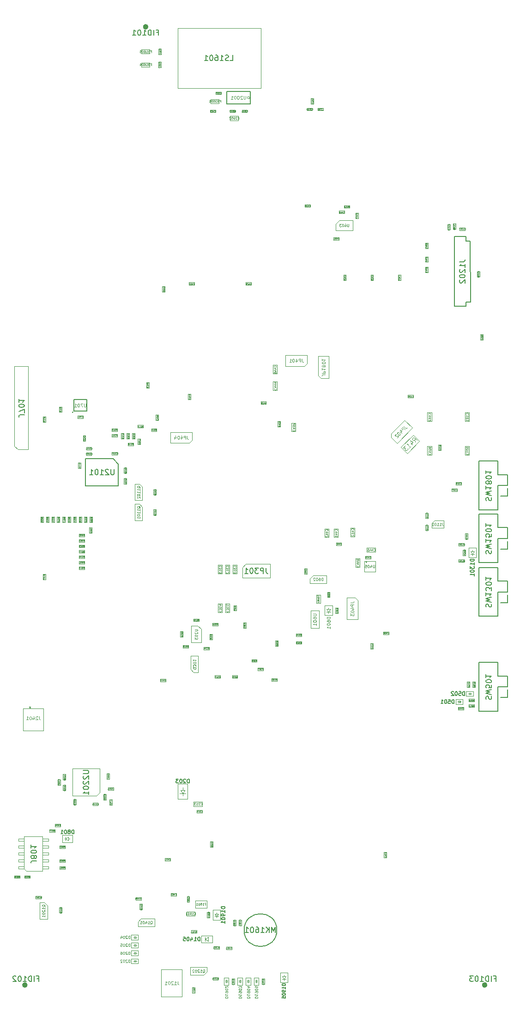
<source format=gbr>
%TF.GenerationSoftware,KiCad,Pcbnew,(5.99.0-459-gf0c386f5d-dirty)*%
%TF.CreationDate,2019-12-04T11:21:01+01:00*%
%TF.ProjectId,dvk-mx8m-bsb,64766b2d-6d78-4386-9d2d-6273622e6b69,v1.0.0*%
%TF.SameCoordinates,Original*%
%TF.FileFunction,AssemblyDrawing,Bot*%
%FSLAX46Y46*%
G04 Gerber Fmt 4.6, Leading zero omitted, Abs format (unit mm)*
G04 Created by KiCad (PCBNEW (5.99.0-459-gf0c386f5d-dirty)) date 2019-12-04 11:21:01*
%MOMM*%
%LPD*%
G04 APERTURE LIST*
%ADD10C,0.100000*%
%ADD11C,0.500000*%
%ADD12C,0.150000*%
%ADD13C,0.127000*%
%ADD14C,0.050000*%
%ADD15C,0.090000*%
%ADD16C,0.075000*%
%ADD17C,0.040000*%
%ADD18C,0.120000*%
%ADD19C,0.060000*%
%ADD20C,0.125000*%
%ADD21C,0.080000*%
G04 APERTURE END LIST*
D10*
%TO.C,J1201*%
X91650000Y-237800000D02*
X91650000Y-232800000D01*
X91650000Y-232800000D02*
X87850000Y-232800000D01*
X87850000Y-232800000D02*
X87850000Y-237800000D01*
X87850000Y-237800000D02*
X91650000Y-237800000D01*
D11*
%TO.C,FID101*%
X85250000Y-60000000D02*
G75*
G03X85250000Y-60000000I-250000J0D01*
G01*
%TO.C,FID103*%
X147400000Y-235650000D02*
G75*
G03X147400000Y-235650000I-250000J0D01*
G01*
%TO.C,FID102*%
X63100000Y-235650000D02*
G75*
G03X63100000Y-235650000I-250000J0D01*
G01*
D12*
%TO.C,U2001*%
X104170000Y-71821000D02*
X104170000Y-74171000D01*
X104170000Y-74171000D02*
X99830000Y-74171000D01*
X99830000Y-74171000D02*
X99830000Y-71821000D01*
X99830000Y-71821000D02*
X104170000Y-71821000D01*
D10*
X104000000Y-73146000D02*
G75*
G02X104000000Y-72846000I-150000J150000D01*
G01*
X104000000Y-72846000D02*
X104000000Y-73146000D01*
D13*
%TO.C,U701*%
X71825000Y-130450000D02*
X74225000Y-130450000D01*
X74225000Y-130450000D02*
X74225000Y-128350000D01*
X74225000Y-128350000D02*
X71825000Y-128350000D01*
X71825000Y-128350000D02*
X71825000Y-130450000D01*
D12*
X71700000Y-130650000D02*
G75*
G03X71700000Y-130650000I-75000J0D01*
G01*
%TO.C,U405*%
X125522000Y-158126000D02*
G75*
G03X125522000Y-158126000I-75000J0D01*
G01*
D14*
X127097000Y-159926000D02*
X125097000Y-159926000D01*
X125097000Y-159926000D02*
X125097000Y-157926000D01*
X125097000Y-157926000D02*
X127097000Y-157926000D01*
X127097000Y-157926000D02*
X127097000Y-159926000D01*
D10*
%TO.C,LS1601*%
X90900000Y-60240000D02*
X90900000Y-71240000D01*
X90900000Y-71240000D02*
X106100000Y-71240000D01*
X106100000Y-71240000D02*
X106100000Y-60240000D01*
X106100000Y-60240000D02*
X90900000Y-60240000D01*
D12*
%TO.C,SW501*%
X151345000Y-182950000D02*
X150045000Y-182950000D01*
X151345000Y-181500000D02*
X151345000Y-182950000D01*
X146095000Y-185450000D02*
X146095000Y-176500000D01*
X149595000Y-185450000D02*
X146145000Y-185450000D01*
X149595000Y-181000000D02*
X149595000Y-185450000D01*
X151345000Y-181000000D02*
X149595000Y-181000000D01*
X151345000Y-179000000D02*
X151345000Y-181000000D01*
X149595000Y-179000000D02*
X151345000Y-179000000D01*
X149595000Y-176500000D02*
X149595000Y-179000000D01*
X146095000Y-176500000D02*
X149595000Y-176500000D01*
%TO.C,SW1301*%
X151345000Y-165550000D02*
X150045000Y-165550000D01*
X151345000Y-164100000D02*
X151345000Y-165550000D01*
X146095000Y-168050000D02*
X146095000Y-159100000D01*
X149595000Y-168050000D02*
X146145000Y-168050000D01*
X149595000Y-163600000D02*
X149595000Y-168050000D01*
X151345000Y-163600000D02*
X149595000Y-163600000D01*
X151345000Y-161600000D02*
X151345000Y-163600000D01*
X149595000Y-161600000D02*
X151345000Y-161600000D01*
X149595000Y-159100000D02*
X149595000Y-161600000D01*
X146095000Y-159100000D02*
X149595000Y-159100000D01*
%TO.C,SW1501*%
X151345000Y-155750000D02*
X150045000Y-155750000D01*
X151345000Y-154300000D02*
X151345000Y-155750000D01*
X146095000Y-158250000D02*
X146095000Y-149300000D01*
X149595000Y-158250000D02*
X146145000Y-158250000D01*
X149595000Y-153800000D02*
X149595000Y-158250000D01*
X151345000Y-153800000D02*
X149595000Y-153800000D01*
X151345000Y-151800000D02*
X151345000Y-153800000D01*
X149595000Y-151800000D02*
X151345000Y-151800000D01*
X149595000Y-149300000D02*
X149595000Y-151800000D01*
X146095000Y-149300000D02*
X149595000Y-149300000D01*
%TO.C,SW1801*%
X151345000Y-146050000D02*
X150045000Y-146050000D01*
X151345000Y-144600000D02*
X151345000Y-146050000D01*
X146095000Y-148550000D02*
X146095000Y-139600000D01*
X149595000Y-148550000D02*
X146145000Y-148550000D01*
X149595000Y-144100000D02*
X149595000Y-148550000D01*
X151345000Y-144100000D02*
X149595000Y-144100000D01*
X151345000Y-142100000D02*
X151345000Y-144100000D01*
X149595000Y-142100000D02*
X151345000Y-142100000D01*
X149595000Y-139600000D02*
X149595000Y-142100000D01*
X146095000Y-139600000D02*
X149595000Y-139600000D01*
D10*
%TO.C,Q1201*%
X67000000Y-221100000D02*
X67000000Y-223550000D01*
X66450000Y-220530000D02*
X65600000Y-220530000D01*
X67000000Y-221100000D02*
X66450000Y-220530000D01*
X65600000Y-220530000D02*
X65600000Y-223570000D01*
X67000000Y-223570000D02*
X65600000Y-223570000D01*
%TO.C,C421*%
X126250000Y-106500000D02*
X126750000Y-106500000D01*
X126750000Y-106500000D02*
X126750000Y-105500000D01*
X126750000Y-105500000D02*
X126250000Y-105500000D01*
X126250000Y-105500000D02*
X126250000Y-106500000D01*
%TO.C,C404*%
X87369000Y-131132000D02*
X86869000Y-131132000D01*
X86869000Y-131132000D02*
X86869000Y-132132000D01*
X86869000Y-132132000D02*
X87369000Y-132132000D01*
X87369000Y-132132000D02*
X87369000Y-131132000D01*
%TO.C,C402*%
X89655000Y-218810000D02*
X89655000Y-219310000D01*
X89655000Y-219310000D02*
X90655000Y-219310000D01*
X90655000Y-219310000D02*
X90655000Y-218810000D01*
X90655000Y-218810000D02*
X89655000Y-218810000D01*
%TO.C,C431*%
X88520000Y-212385000D02*
X88520000Y-212885000D01*
X88520000Y-212885000D02*
X89520000Y-212885000D01*
X89520000Y-212885000D02*
X89520000Y-212385000D01*
X89520000Y-212385000D02*
X88520000Y-212385000D01*
%TO.C,C429*%
X104350000Y-107350000D02*
X104350000Y-106850000D01*
X104350000Y-106850000D02*
X103350000Y-106850000D01*
X103350000Y-106850000D02*
X103350000Y-107350000D01*
X103350000Y-107350000D02*
X104350000Y-107350000D01*
%TO.C,C424*%
X126700000Y-173025000D02*
X126200000Y-173025000D01*
X126200000Y-173025000D02*
X126200000Y-174025000D01*
X126200000Y-174025000D02*
X126700000Y-174025000D01*
X126700000Y-174025000D02*
X126700000Y-173025000D01*
%TO.C,C430*%
X93250000Y-127300000D02*
X92750000Y-127300000D01*
X92750000Y-127300000D02*
X92750000Y-128300000D01*
X92750000Y-128300000D02*
X93250000Y-128300000D01*
X93250000Y-128300000D02*
X93250000Y-127300000D01*
%TO.C,C425*%
X121250000Y-106500000D02*
X121750000Y-106500000D01*
X121750000Y-106500000D02*
X121750000Y-105500000D01*
X121750000Y-105500000D02*
X121250000Y-105500000D01*
X121250000Y-105500000D02*
X121250000Y-106500000D01*
%TO.C,C420*%
X73500000Y-135900000D02*
X74000000Y-135900000D01*
X74000000Y-135900000D02*
X74000000Y-134900000D01*
X74000000Y-134900000D02*
X73500000Y-134900000D01*
X73500000Y-134900000D02*
X73500000Y-135900000D01*
%TO.C,C413*%
X85150000Y-126165000D02*
X85650000Y-126165000D01*
X85650000Y-126165000D02*
X85650000Y-125165000D01*
X85650000Y-125165000D02*
X85150000Y-125165000D01*
X85150000Y-125165000D02*
X85150000Y-126165000D01*
%TO.C,C433*%
X96850000Y-210365000D02*
X97350000Y-210365000D01*
X97350000Y-210365000D02*
X97350000Y-209365000D01*
X97350000Y-209365000D02*
X96850000Y-209365000D01*
X96850000Y-209365000D02*
X96850000Y-210365000D01*
%TO.C,C422*%
X136750000Y-99600000D02*
X136250000Y-99600000D01*
X136250000Y-99600000D02*
X136250000Y-100600000D01*
X136250000Y-100600000D02*
X136750000Y-100600000D01*
X136750000Y-100600000D02*
X136750000Y-99600000D01*
%TO.C,C403*%
X96835000Y-75200000D02*
X96835000Y-75700000D01*
X96835000Y-75700000D02*
X97835000Y-75700000D01*
X97835000Y-75700000D02*
X97835000Y-75200000D01*
X97835000Y-75200000D02*
X96835000Y-75200000D01*
%TO.C,C415*%
X136750000Y-104046514D02*
X136250000Y-104046514D01*
X136250000Y-104046514D02*
X136250000Y-105046514D01*
X136250000Y-105046514D02*
X136750000Y-105046514D01*
X136750000Y-105046514D02*
X136750000Y-104046514D01*
%TO.C,C435*%
X88050000Y-108587920D02*
X88550000Y-108587920D01*
X88550000Y-108587920D02*
X88550000Y-107587920D01*
X88550000Y-107587920D02*
X88050000Y-107587920D01*
X88050000Y-107587920D02*
X88050000Y-108587920D01*
%TO.C,C419*%
X136750000Y-102116514D02*
X136250000Y-102116514D01*
X136250000Y-102116514D02*
X136250000Y-103116514D01*
X136250000Y-103116514D02*
X136750000Y-103116514D01*
X136750000Y-103116514D02*
X136750000Y-102116514D01*
%TO.C,C438*%
X146850000Y-116400000D02*
X146350000Y-116400000D01*
X146350000Y-116400000D02*
X146350000Y-117400000D01*
X146350000Y-117400000D02*
X146850000Y-117400000D01*
X146850000Y-117400000D02*
X146850000Y-116400000D01*
%TO.C,C401*%
X88665000Y-180050000D02*
X88665000Y-179550000D01*
X88665000Y-179550000D02*
X87665000Y-179550000D01*
X87665000Y-179550000D02*
X87665000Y-180050000D01*
X87665000Y-180050000D02*
X88665000Y-180050000D01*
%TO.C,C411*%
X129175000Y-211268500D02*
X128675000Y-211268500D01*
X128675000Y-211268500D02*
X128675000Y-212268500D01*
X128675000Y-212268500D02*
X129175000Y-212268500D01*
X129175000Y-212268500D02*
X129175000Y-211268500D01*
%TO.C,C417*%
X78850000Y-201655000D02*
X78350000Y-201655000D01*
X78350000Y-201655000D02*
X78350000Y-202655000D01*
X78350000Y-202655000D02*
X78850000Y-202655000D01*
X78850000Y-202655000D02*
X78850000Y-201655000D01*
%TO.C,C409*%
X128550000Y-170900000D02*
X128550000Y-171400000D01*
X128550000Y-171400000D02*
X129550000Y-171400000D01*
X129550000Y-171400000D02*
X129550000Y-170900000D01*
X129550000Y-170900000D02*
X128550000Y-170900000D01*
%TO.C,C436*%
X133090000Y-127500000D02*
X133090000Y-128000000D01*
X133090000Y-128000000D02*
X134090000Y-128000000D01*
X134090000Y-128000000D02*
X134090000Y-127500000D01*
X134090000Y-127500000D02*
X133090000Y-127500000D01*
%TO.C,C426*%
X115200000Y-93050000D02*
X115200000Y-92550000D01*
X115200000Y-92550000D02*
X114200000Y-92550000D01*
X114200000Y-92550000D02*
X114200000Y-93050000D01*
X114200000Y-93050000D02*
X115200000Y-93050000D01*
%TO.C,C432*%
X92950000Y-106850000D02*
X92950000Y-107350000D01*
X92950000Y-107350000D02*
X93950000Y-107350000D01*
X93950000Y-107350000D02*
X93950000Y-106850000D01*
X93950000Y-106850000D02*
X92950000Y-106850000D01*
%TO.C,C405*%
X131250000Y-106500000D02*
X131750000Y-106500000D01*
X131750000Y-106500000D02*
X131750000Y-105500000D01*
X131750000Y-105500000D02*
X131250000Y-105500000D01*
X131250000Y-105500000D02*
X131250000Y-106500000D01*
%TO.C,C428*%
X106100000Y-128700000D02*
X106100000Y-129200000D01*
X106100000Y-129200000D02*
X107100000Y-129200000D01*
X107100000Y-129200000D02*
X107100000Y-128700000D01*
X107100000Y-128700000D02*
X106100000Y-128700000D01*
%TO.C,R412*%
X121365000Y-92725000D02*
X121365000Y-93225000D01*
X121365000Y-93225000D02*
X122365000Y-93225000D01*
X122365000Y-93225000D02*
X122365000Y-92725000D01*
X122365000Y-92725000D02*
X121365000Y-92725000D01*
%TO.C,C451*%
X120465000Y-99075000D02*
X120465000Y-98575000D01*
X120465000Y-98575000D02*
X119465000Y-98575000D01*
X119465000Y-98575000D02*
X119465000Y-99075000D01*
X119465000Y-99075000D02*
X120465000Y-99075000D01*
%TO.C,JP404*%
X93525000Y-135800000D02*
X93525000Y-134300000D01*
X93525000Y-134300000D02*
X89525000Y-134300000D01*
X89525000Y-134300000D02*
X89525000Y-136300000D01*
X89525000Y-136300000D02*
X93025000Y-136300000D01*
X93025000Y-136300000D02*
X93525000Y-135800000D01*
%TO.C,Q1202*%
X95650000Y-233800000D02*
X93200000Y-233800000D01*
X96220000Y-233250000D02*
X96220000Y-232400000D01*
X95650000Y-233800000D02*
X96220000Y-233250000D01*
X96220000Y-232400000D02*
X93180000Y-232400000D01*
X93180000Y-233800000D02*
X93180000Y-232400000D01*
%TO.C,R1203*%
X98500000Y-229050000D02*
X98500000Y-228550000D01*
X98500000Y-228550000D02*
X97500000Y-228550000D01*
X97500000Y-228550000D02*
X97500000Y-229050000D01*
X97500000Y-229050000D02*
X98500000Y-229050000D01*
%TO.C,U403*%
X120500000Y-95500000D02*
X119850000Y-96150000D01*
X119850000Y-97300000D02*
X119850000Y-96150000D01*
X120500000Y-95500000D02*
X122950000Y-95500000D01*
X122950000Y-97300000D02*
X122950000Y-95500000D01*
X119850000Y-97300000D02*
X122950000Y-97300000D01*
%TO.C,R1202*%
X69650000Y-221415000D02*
X69150000Y-221415000D01*
X69150000Y-221415000D02*
X69150000Y-222415000D01*
X69150000Y-222415000D02*
X69650000Y-222415000D01*
X69650000Y-222415000D02*
X69650000Y-221415000D01*
%TO.C,C447*%
X123475000Y-95115000D02*
X123975000Y-95115000D01*
X123975000Y-95115000D02*
X123975000Y-94115000D01*
X123975000Y-94115000D02*
X123475000Y-94115000D01*
X123475000Y-94115000D02*
X123475000Y-95115000D01*
%TO.C,R1204*%
X97300000Y-234250000D02*
X97300000Y-234750000D01*
X97300000Y-234750000D02*
X98300000Y-234750000D01*
X98300000Y-234750000D02*
X98300000Y-234250000D01*
X98300000Y-234250000D02*
X97300000Y-234250000D01*
%TO.C,C1201*%
X94050000Y-236100000D02*
X93550000Y-236100000D01*
X93550000Y-236100000D02*
X93550000Y-237100000D01*
X93550000Y-237100000D02*
X94050000Y-237100000D01*
X94050000Y-237100000D02*
X94050000Y-236100000D01*
%TO.C,R1201*%
X64845000Y-219350000D02*
X64845000Y-219850000D01*
X64845000Y-219850000D02*
X65845000Y-219850000D01*
X65845000Y-219850000D02*
X65845000Y-219350000D01*
X65845000Y-219350000D02*
X64845000Y-219350000D01*
%TO.C,C443*%
X120425000Y-93725000D02*
X120425000Y-94225000D01*
X120425000Y-94225000D02*
X121425000Y-94225000D01*
X121425000Y-94225000D02*
X121425000Y-93725000D01*
X121425000Y-93725000D02*
X120425000Y-93725000D01*
%TO.C,C1208*%
X141325000Y-97100000D02*
X141825000Y-97100000D01*
X141825000Y-97100000D02*
X141825000Y-96100000D01*
X141825000Y-96100000D02*
X141325000Y-96100000D01*
X141325000Y-96100000D02*
X141325000Y-97100000D01*
%TO.C,C1207*%
X142550000Y-96800000D02*
X142550000Y-97300000D01*
X142550000Y-97300000D02*
X143550000Y-97300000D01*
X143550000Y-97300000D02*
X143550000Y-96800000D01*
X143550000Y-96800000D02*
X142550000Y-96800000D01*
%TO.C,C1210*%
X140325000Y-97200000D02*
X140825000Y-97200000D01*
X140825000Y-97200000D02*
X140825000Y-96200000D01*
X140825000Y-96200000D02*
X140325000Y-96200000D01*
X140325000Y-96200000D02*
X140325000Y-97200000D01*
%TO.C,R1205*%
X144050000Y-152900000D02*
X143550000Y-152900000D01*
X143550000Y-152900000D02*
X143550000Y-153900000D01*
X143550000Y-153900000D02*
X144050000Y-153900000D01*
X144050000Y-153900000D02*
X144050000Y-152900000D01*
%TO.C,C1206*%
X145750000Y-105835000D02*
X146250000Y-105835000D01*
X146250000Y-105835000D02*
X146250000Y-104835000D01*
X146250000Y-104835000D02*
X145750000Y-104835000D01*
X145750000Y-104835000D02*
X145750000Y-105835000D01*
D12*
%TO.C,J1202*%
X141650000Y-111250000D02*
X141650000Y-98450000D01*
X143750000Y-111250000D02*
X141650000Y-111250000D01*
X141650000Y-98450000D02*
X143750000Y-98450000D01*
X143750000Y-98450000D02*
X143750000Y-99300000D01*
X143800000Y-99300000D02*
X144500000Y-99300000D01*
X144500000Y-99300000D02*
X144550000Y-110450000D01*
X144550000Y-110450000D02*
X143750000Y-110450000D01*
X143750000Y-110450000D02*
X143750000Y-111250000D01*
D10*
%TO.C,R413*%
X131802944Y-137065685D02*
X132934315Y-138197056D01*
X132934315Y-138197056D02*
X135197056Y-135934315D01*
X135197056Y-135934315D02*
X134065685Y-134802944D01*
X134065685Y-134802944D02*
X131802944Y-137065685D01*
%TO.C,C412*%
X122550000Y-153460000D02*
X123350000Y-153460000D01*
X123350000Y-153460000D02*
X123350000Y-151860000D01*
X123350000Y-151860000D02*
X122550000Y-151860000D01*
X122550000Y-151860000D02*
X122550000Y-153460000D01*
%TO.C,C441*%
X119515000Y-153590000D02*
X120315000Y-153590000D01*
X120315000Y-153590000D02*
X120315000Y-151990000D01*
X120315000Y-151990000D02*
X119515000Y-151990000D01*
X119515000Y-151990000D02*
X119515000Y-153590000D01*
%TO.C,C442*%
X117800000Y-153590000D02*
X118600000Y-153590000D01*
X118600000Y-153590000D02*
X118600000Y-151990000D01*
X118600000Y-151990000D02*
X117800000Y-151990000D01*
X117800000Y-151990000D02*
X117800000Y-153590000D01*
%TO.C,C445*%
X125550000Y-155500000D02*
X125550000Y-156300000D01*
X125550000Y-156300000D02*
X127150000Y-156300000D01*
X127150000Y-156300000D02*
X127150000Y-155500000D01*
X127150000Y-155500000D02*
X125550000Y-155500000D01*
%TO.C,C448*%
X124275000Y-157475000D02*
X123475000Y-157475000D01*
X123475000Y-157475000D02*
X123475000Y-159075000D01*
X123475000Y-159075000D02*
X124275000Y-159075000D01*
X124275000Y-159075000D02*
X124275000Y-157475000D01*
%TO.C,Q1401*%
X84150000Y-223500000D02*
X86600000Y-223500000D01*
X83580000Y-224050000D02*
X83580000Y-224900000D01*
X84150000Y-223500000D02*
X83580000Y-224050000D01*
X83580000Y-224900000D02*
X86620000Y-224900000D01*
X86620000Y-223500000D02*
X86620000Y-224900000D01*
%TO.C,JP402*%
X130015075Y-135277818D02*
X131075735Y-136338479D01*
X131075735Y-136338479D02*
X133904162Y-133510051D01*
X133904162Y-133510051D02*
X132489949Y-132095838D01*
X132489949Y-132095838D02*
X130015075Y-134570712D01*
X130015075Y-134570712D02*
X130015075Y-135277818D01*
%TO.C,JP403*%
X123420000Y-164660000D02*
X121920000Y-164660000D01*
X121920000Y-164660000D02*
X121920000Y-168660000D01*
X121920000Y-168660000D02*
X123920000Y-168660000D01*
X123920000Y-168660000D02*
X123920000Y-165160000D01*
X123920000Y-165160000D02*
X123420000Y-164660000D01*
%TO.C,R1409*%
X84165000Y-220075000D02*
X84165000Y-219575000D01*
X84165000Y-219575000D02*
X83165000Y-219575000D01*
X83165000Y-219575000D02*
X83165000Y-220075000D01*
X83165000Y-220075000D02*
X84165000Y-220075000D01*
%TO.C,R1410*%
X84400000Y-220800000D02*
X83900000Y-220800000D01*
X83900000Y-220800000D02*
X83900000Y-221800000D01*
X83900000Y-221800000D02*
X84400000Y-221800000D01*
X84400000Y-221800000D02*
X84400000Y-220800000D01*
%TO.C,D1405*%
X95850000Y-227650000D02*
X95850000Y-226850000D01*
X95850000Y-227250000D02*
X96450000Y-227650000D01*
X96450000Y-226850000D02*
X95850000Y-227250000D01*
X96450000Y-227650000D02*
X96450000Y-226850000D01*
X97250000Y-226650000D02*
X95250000Y-226650000D01*
X97250000Y-227850000D02*
X97250000Y-226650000D01*
X95250000Y-227850000D02*
X97250000Y-227850000D01*
X95250000Y-226650000D02*
X95250000Y-227850000D01*
%TO.C,R1411*%
X94325000Y-226125000D02*
X94325000Y-225625000D01*
X94325000Y-225625000D02*
X93325000Y-225625000D01*
X93325000Y-225625000D02*
X93325000Y-226125000D01*
X93325000Y-226125000D02*
X94325000Y-226125000D01*
%TO.C,C440*%
X119900000Y-154550000D02*
X119900000Y-155050000D01*
X119900000Y-155050000D02*
X120900000Y-155050000D01*
X120900000Y-155050000D02*
X120900000Y-154550000D01*
X120900000Y-154550000D02*
X119900000Y-154550000D01*
%TO.C,C450*%
X125272000Y-156990000D02*
X125272000Y-157490000D01*
X125272000Y-157490000D02*
X126272000Y-157490000D01*
X126272000Y-157490000D02*
X126272000Y-156990000D01*
X126272000Y-156990000D02*
X125272000Y-156990000D01*
D14*
%TO.C,U601*%
X115287000Y-167037000D02*
X115287000Y-170237000D01*
X116787000Y-167037000D02*
X115287000Y-167037000D01*
X116787000Y-170237000D02*
X116787000Y-167037000D01*
X115287000Y-170237000D02*
X116787000Y-170237000D01*
%TO.C,U2201*%
X76600000Y-200400000D02*
X76000000Y-201000000D01*
X71600000Y-201000000D02*
X76000000Y-201000000D01*
X71600000Y-196000000D02*
X71600000Y-201000000D01*
X76600000Y-196000000D02*
X71600000Y-196000000D01*
X76600000Y-200400000D02*
X76600000Y-196000000D01*
D12*
%TO.C,U2101*%
X79000000Y-139165000D02*
X74000000Y-139165000D01*
X74000000Y-139165000D02*
X74000000Y-144165000D01*
X74000000Y-144165000D02*
X80000000Y-144165000D01*
X80000000Y-144165000D02*
X80000000Y-140165000D01*
X80000000Y-140165000D02*
X79000000Y-139165000D01*
D10*
%TO.C,JP301*%
X102735500Y-159115000D02*
X102735500Y-161020000D01*
X102735500Y-161020000D02*
X107815500Y-161020000D01*
X107815500Y-161020000D02*
X107815500Y-158480000D01*
X107815500Y-158480000D02*
X103370500Y-158480000D01*
X103370500Y-158480000D02*
X102735500Y-159115000D01*
D12*
%TO.C,MK1601*%
X109050000Y-225591000D02*
G75*
G03X109050000Y-225591000I-3000000J0D01*
G01*
D10*
%TO.C,R2002*%
X101425000Y-75700000D02*
X101425000Y-75200000D01*
X101425000Y-75200000D02*
X100425000Y-75200000D01*
X100425000Y-75200000D02*
X100425000Y-75700000D01*
X100425000Y-75700000D02*
X101425000Y-75700000D01*
%TO.C,D801*%
X70850000Y-208850000D02*
X71100000Y-208850000D01*
X70850000Y-208500000D02*
X70350000Y-208850000D01*
X70850000Y-209200000D02*
X70850000Y-208500000D01*
X70350000Y-208850000D02*
X70850000Y-209200000D01*
X70350000Y-208850000D02*
X70150000Y-208850000D01*
X70350000Y-209200000D02*
X70350000Y-208500000D01*
X69750000Y-208150000D02*
X69750000Y-209550000D01*
X71550000Y-208150000D02*
X69750000Y-208150000D01*
X71550000Y-209550000D02*
X71550000Y-208150000D01*
X69750000Y-209550000D02*
X71550000Y-209550000D01*
%TO.C,D601*%
X118537000Y-166787000D02*
X118537000Y-166537000D01*
X118187000Y-166787000D02*
X118537000Y-167287000D01*
X118887000Y-166787000D02*
X118187000Y-166787000D01*
X118537000Y-167287000D02*
X118887000Y-166787000D01*
X118537000Y-167287000D02*
X118537000Y-167487000D01*
X118887000Y-167287000D02*
X118187000Y-167287000D01*
X117837000Y-167887000D02*
X119237000Y-167887000D01*
X117837000Y-166087000D02*
X117837000Y-167887000D01*
X119237000Y-166087000D02*
X117837000Y-166087000D01*
X119237000Y-167887000D02*
X119237000Y-166087000D01*
%TO.C,D202*%
X82900000Y-231265000D02*
X82750000Y-231265000D01*
X82900000Y-231065000D02*
X83200000Y-231265000D01*
X82900000Y-231465000D02*
X82900000Y-231065000D01*
X83200000Y-231265000D02*
X82900000Y-231465000D01*
X83200000Y-231265000D02*
X83350000Y-231265000D01*
X83200000Y-231465000D02*
X83200000Y-231065000D01*
X82350000Y-230815000D02*
X82350000Y-231715000D01*
X83650000Y-230815000D02*
X82350000Y-230815000D01*
X83650000Y-231715000D02*
X83650000Y-230815000D01*
X82350000Y-231715000D02*
X83650000Y-231715000D01*
%TO.C,D203*%
X91800000Y-199948000D02*
X91800000Y-199448000D01*
X91400000Y-199948000D02*
X91800000Y-200548000D01*
X92200000Y-199948000D02*
X91400000Y-199948000D01*
X91800000Y-200548000D02*
X92200000Y-199948000D01*
X91800000Y-200548000D02*
X91250000Y-200548000D01*
X91800000Y-200548000D02*
X92350000Y-200548000D01*
X91800000Y-200948000D02*
X91800000Y-200548000D01*
X90900000Y-201598000D02*
X92700000Y-201598000D01*
X90900000Y-198798000D02*
X90900000Y-201598000D01*
X92700000Y-198798000D02*
X90900000Y-198798000D01*
X92700000Y-201598000D02*
X92700000Y-198798000D01*
%TO.C,D204*%
X82900000Y-226915000D02*
X82750000Y-226915000D01*
X82900000Y-226715000D02*
X83200000Y-226915000D01*
X82900000Y-227115000D02*
X82900000Y-226715000D01*
X83200000Y-226915000D02*
X82900000Y-227115000D01*
X83200000Y-226915000D02*
X83350000Y-226915000D01*
X83200000Y-227115000D02*
X83200000Y-226715000D01*
X82350000Y-226465000D02*
X82350000Y-227365000D01*
X83650000Y-226465000D02*
X82350000Y-226465000D01*
X83650000Y-227365000D02*
X83650000Y-226465000D01*
X82350000Y-227365000D02*
X83650000Y-227365000D01*
%TO.C,D205*%
X82900000Y-228365000D02*
X82750000Y-228365000D01*
X82900000Y-228165000D02*
X83200000Y-228365000D01*
X82900000Y-228565000D02*
X82900000Y-228165000D01*
X83200000Y-228365000D02*
X82900000Y-228565000D01*
X83200000Y-228365000D02*
X83350000Y-228365000D01*
X83200000Y-228565000D02*
X83200000Y-228165000D01*
X82350000Y-227915000D02*
X82350000Y-228815000D01*
X83650000Y-227915000D02*
X82350000Y-227915000D01*
X83650000Y-228815000D02*
X83650000Y-227915000D01*
X82350000Y-228815000D02*
X83650000Y-228815000D01*
%TO.C,D206*%
X82900000Y-229815000D02*
X82750000Y-229815000D01*
X82900000Y-229615000D02*
X83200000Y-229815000D01*
X82900000Y-230015000D02*
X82900000Y-229615000D01*
X83200000Y-229815000D02*
X82900000Y-230015000D01*
X83200000Y-229815000D02*
X83350000Y-229815000D01*
X83200000Y-230015000D02*
X83200000Y-229615000D01*
X82350000Y-229365000D02*
X82350000Y-230265000D01*
X83650000Y-229365000D02*
X82350000Y-229365000D01*
X83650000Y-230265000D02*
X83650000Y-229365000D01*
X82350000Y-230265000D02*
X83650000Y-230265000D01*
%TO.C,D501*%
X142375000Y-183725000D02*
X142225000Y-183725000D01*
X142375000Y-183525000D02*
X142675000Y-183725000D01*
X142375000Y-183925000D02*
X142375000Y-183525000D01*
X142675000Y-183725000D02*
X142375000Y-183925000D01*
X142675000Y-183725000D02*
X142825000Y-183725000D01*
X142675000Y-183925000D02*
X142675000Y-183525000D01*
X141825000Y-183275000D02*
X141825000Y-184175000D01*
X143125000Y-183275000D02*
X141825000Y-183275000D01*
X143125000Y-184175000D02*
X143125000Y-183275000D01*
X141825000Y-184175000D02*
X143125000Y-184175000D01*
%TO.C,D502*%
X144300000Y-182250000D02*
X144150000Y-182250000D01*
X144300000Y-182050000D02*
X144600000Y-182250000D01*
X144300000Y-182450000D02*
X144300000Y-182050000D01*
X144600000Y-182250000D02*
X144300000Y-182450000D01*
X144600000Y-182250000D02*
X144750000Y-182250000D01*
X144600000Y-182450000D02*
X144600000Y-182050000D01*
X143750000Y-181800000D02*
X143750000Y-182700000D01*
X145050000Y-181800000D02*
X143750000Y-181800000D01*
X145050000Y-182700000D02*
X145050000Y-181800000D01*
X143750000Y-182700000D02*
X145050000Y-182700000D01*
%TO.C,D1301*%
X144900000Y-156200000D02*
X144900000Y-155950000D01*
X144550000Y-156200000D02*
X144900000Y-156700000D01*
X145250000Y-156200000D02*
X144550000Y-156200000D01*
X144900000Y-156700000D02*
X145250000Y-156200000D01*
X144900000Y-156700000D02*
X144900000Y-156900000D01*
X145250000Y-156700000D02*
X144550000Y-156700000D01*
X144200000Y-157300000D02*
X145600000Y-157300000D01*
X144200000Y-155500000D02*
X144200000Y-157300000D01*
X145600000Y-155500000D02*
X144200000Y-155500000D01*
X145600000Y-157300000D02*
X145600000Y-155500000D01*
%TO.C,D1901*%
X98700000Y-223700000D02*
X98700000Y-221900000D01*
X98700000Y-221900000D02*
X97300000Y-221900000D01*
X97300000Y-221900000D02*
X97300000Y-223700000D01*
X97300000Y-223700000D02*
X98700000Y-223700000D01*
X98350000Y-223100000D02*
X97650000Y-223100000D01*
X98000000Y-223100000D02*
X98000000Y-223300000D01*
X98000000Y-223100000D02*
X98350000Y-222600000D01*
X98350000Y-222600000D02*
X97650000Y-222600000D01*
X97650000Y-222600000D02*
X98000000Y-223100000D01*
X98000000Y-222600000D02*
X98000000Y-222350000D01*
%TO.C,D1902*%
X99800000Y-235100000D02*
X99800000Y-235250000D01*
X99600000Y-235100000D02*
X99800000Y-234800000D01*
X100000000Y-235100000D02*
X99600000Y-235100000D01*
X99800000Y-234800000D02*
X100000000Y-235100000D01*
X99800000Y-234800000D02*
X99800000Y-234650000D01*
X100000000Y-234800000D02*
X99600000Y-234800000D01*
X99350000Y-235650000D02*
X100250000Y-235650000D01*
X99350000Y-234350000D02*
X99350000Y-235650000D01*
X100250000Y-234350000D02*
X99350000Y-234350000D01*
X100250000Y-235650000D02*
X100250000Y-234350000D01*
%TO.C,D1903*%
X102300000Y-235100000D02*
X102300000Y-235250000D01*
X102100000Y-235100000D02*
X102300000Y-234800000D01*
X102500000Y-235100000D02*
X102100000Y-235100000D01*
X102300000Y-234800000D02*
X102500000Y-235100000D01*
X102300000Y-234800000D02*
X102300000Y-234650000D01*
X102500000Y-234800000D02*
X102100000Y-234800000D01*
X101850000Y-235650000D02*
X102750000Y-235650000D01*
X101850000Y-234350000D02*
X101850000Y-235650000D01*
X102750000Y-234350000D02*
X101850000Y-234350000D01*
X102750000Y-235650000D02*
X102750000Y-234350000D01*
%TO.C,D1904*%
X103800000Y-235100000D02*
X103800000Y-235250000D01*
X103600000Y-235100000D02*
X103800000Y-234800000D01*
X104000000Y-235100000D02*
X103600000Y-235100000D01*
X103800000Y-234800000D02*
X104000000Y-235100000D01*
X103800000Y-234800000D02*
X103800000Y-234650000D01*
X104000000Y-234800000D02*
X103600000Y-234800000D01*
X103350000Y-235650000D02*
X104250000Y-235650000D01*
X103350000Y-234350000D02*
X103350000Y-235650000D01*
X104250000Y-234350000D02*
X103350000Y-234350000D01*
X104250000Y-235650000D02*
X104250000Y-234350000D01*
%TO.C,D1905*%
X111050000Y-235200000D02*
X111050000Y-233400000D01*
X111050000Y-233400000D02*
X109650000Y-233400000D01*
X109650000Y-233400000D02*
X109650000Y-235200000D01*
X109650000Y-235200000D02*
X111050000Y-235200000D01*
X110700000Y-234600000D02*
X110000000Y-234600000D01*
X110350000Y-234600000D02*
X110350000Y-234800000D01*
X110350000Y-234600000D02*
X110700000Y-234100000D01*
X110700000Y-234100000D02*
X110000000Y-234100000D01*
X110000000Y-234100000D02*
X110350000Y-234600000D01*
X110350000Y-234100000D02*
X110350000Y-233850000D01*
%TO.C,D1906*%
X105280000Y-235100000D02*
X105280000Y-235250000D01*
X105080000Y-235100000D02*
X105280000Y-234800000D01*
X105480000Y-235100000D02*
X105080000Y-235100000D01*
X105280000Y-234800000D02*
X105480000Y-235100000D01*
X105280000Y-234800000D02*
X105280000Y-234650000D01*
X105480000Y-234800000D02*
X105080000Y-234800000D01*
X104830000Y-235650000D02*
X105730000Y-235650000D01*
X104830000Y-234350000D02*
X104830000Y-235650000D01*
X105730000Y-234350000D02*
X104830000Y-234350000D01*
X105730000Y-235650000D02*
X105730000Y-234350000D01*
%TO.C,F1901*%
X96200000Y-221550000D02*
X96200000Y-220150000D01*
X94100000Y-221550000D02*
X96200000Y-221550000D01*
X94100000Y-220150000D02*
X94100000Y-221550000D01*
X96200000Y-220150000D02*
X94100000Y-220150000D01*
%TO.C,FB601*%
X116256000Y-164125000D02*
X116256000Y-165649000D01*
X116256000Y-165649000D02*
X117018000Y-165649000D01*
X117018000Y-165649000D02*
X117018000Y-164125000D01*
X117018000Y-164125000D02*
X116256000Y-164125000D01*
%TO.C,FB1604*%
X84238000Y-67321000D02*
X85762000Y-67321000D01*
X85762000Y-67321000D02*
X85762000Y-66559000D01*
X85762000Y-66559000D02*
X84238000Y-66559000D01*
X84238000Y-66559000D02*
X84238000Y-67321000D01*
%TO.C,FB1605*%
X84238000Y-64921000D02*
X85762000Y-64921000D01*
X85762000Y-64921000D02*
X85762000Y-64159000D01*
X85762000Y-64159000D02*
X84238000Y-64159000D01*
X84238000Y-64159000D02*
X84238000Y-64921000D01*
%TO.C,FB2001*%
X98462000Y-74031000D02*
X98462000Y-73269000D01*
X96938000Y-74031000D02*
X98462000Y-74031000D01*
X96938000Y-73269000D02*
X96938000Y-74031000D01*
X98462000Y-73269000D02*
X96938000Y-73269000D01*
%TO.C,J2401*%
X62525000Y-189050000D02*
X62525000Y-184950000D01*
X62525000Y-184950000D02*
X66275000Y-184950000D01*
X66275000Y-184950000D02*
X66275000Y-189050000D01*
X66275000Y-189050000D02*
X62525000Y-189050000D01*
X63775000Y-184950000D02*
X63625000Y-184650000D01*
X63625000Y-184650000D02*
X63925000Y-184650000D01*
X63925000Y-184650000D02*
X63775000Y-184950000D01*
%TO.C,Q301*%
X93252500Y-177800000D02*
X93252500Y-175350000D01*
X93802500Y-178370000D02*
X94652500Y-178370000D01*
X93252500Y-177800000D02*
X93802500Y-178370000D01*
X94652500Y-178370000D02*
X94652500Y-175330000D01*
X93252500Y-175330000D02*
X94652500Y-175330000D01*
%TO.C,Q1101*%
X84400000Y-148050000D02*
X84400000Y-150500000D01*
X83850000Y-147480000D02*
X83000000Y-147480000D01*
X84400000Y-148050000D02*
X83850000Y-147480000D01*
X83000000Y-147480000D02*
X83000000Y-150520000D01*
X84400000Y-150520000D02*
X83000000Y-150520000D01*
%TO.C,Q1102*%
X84400000Y-144350000D02*
X84400000Y-146800000D01*
X83850000Y-143780000D02*
X83000000Y-143780000D01*
X84400000Y-144350000D02*
X83850000Y-143780000D01*
X83000000Y-143780000D02*
X83000000Y-146820000D01*
X84400000Y-146820000D02*
X83000000Y-146820000D01*
%TO.C,U203*%
X95185000Y-170441238D02*
X94535000Y-169791238D01*
X93385000Y-169791238D02*
X94535000Y-169791238D01*
X95185000Y-170441238D02*
X95185000Y-172891238D01*
X93385000Y-172891238D02*
X95185000Y-172891238D01*
X93385000Y-169791238D02*
X93385000Y-172891238D01*
%TO.C,C101*%
X143550000Y-132312500D02*
X144350000Y-132312500D01*
X144350000Y-132312500D02*
X144350000Y-130712500D01*
X144350000Y-130712500D02*
X143550000Y-130712500D01*
X143550000Y-130712500D02*
X143550000Y-132312500D01*
%TO.C,C102*%
X136650000Y-132312500D02*
X137450000Y-132312500D01*
X137450000Y-132312500D02*
X137450000Y-130712500D01*
X137450000Y-130712500D02*
X136650000Y-130712500D01*
X136650000Y-130712500D02*
X136650000Y-132312500D01*
%TO.C,C105*%
X144350000Y-136900000D02*
X143550000Y-136900000D01*
X143550000Y-136900000D02*
X143550000Y-138500000D01*
X143550000Y-138500000D02*
X144350000Y-138500000D01*
X144350000Y-138500000D02*
X144350000Y-136900000D01*
%TO.C,C106*%
X137450000Y-136900000D02*
X136650000Y-136900000D01*
X136650000Y-136900000D02*
X136650000Y-138500000D01*
X136650000Y-138500000D02*
X137450000Y-138500000D01*
X137450000Y-138500000D02*
X137450000Y-136900000D01*
%TO.C,C213*%
X93800000Y-202075000D02*
X93800000Y-202875000D01*
X93800000Y-202875000D02*
X95400000Y-202875000D01*
X95400000Y-202875000D02*
X95400000Y-202075000D01*
X95400000Y-202075000D02*
X93800000Y-202075000D01*
%TO.C,C310*%
X100960000Y-160259000D02*
X101760000Y-160259000D01*
X101760000Y-160259000D02*
X101760000Y-158659000D01*
X101760000Y-158659000D02*
X100960000Y-158659000D01*
X100960000Y-158659000D02*
X100960000Y-160259000D01*
%TO.C,C311*%
X100400000Y-165741000D02*
X99600000Y-165741000D01*
X99600000Y-165741000D02*
X99600000Y-167341000D01*
X99600000Y-167341000D02*
X100400000Y-167341000D01*
X100400000Y-167341000D02*
X100400000Y-165741000D01*
%TO.C,C312*%
X99610000Y-160259000D02*
X100410000Y-160259000D01*
X100410000Y-160259000D02*
X100410000Y-158659000D01*
X100410000Y-158659000D02*
X99610000Y-158659000D01*
X99610000Y-158659000D02*
X99610000Y-160259000D01*
%TO.C,C313*%
X98260000Y-160259000D02*
X99060000Y-160259000D01*
X99060000Y-160259000D02*
X99060000Y-158659000D01*
X99060000Y-158659000D02*
X98260000Y-158659000D01*
X98260000Y-158659000D02*
X98260000Y-160259000D01*
%TO.C,C314*%
X99050000Y-165741000D02*
X98250000Y-165741000D01*
X98250000Y-165741000D02*
X98250000Y-167341000D01*
X98250000Y-167341000D02*
X99050000Y-167341000D01*
X99050000Y-167341000D02*
X99050000Y-165741000D01*
%TO.C,C437*%
X112520000Y-132600000D02*
X111720000Y-132600000D01*
X111720000Y-132600000D02*
X111720000Y-134200000D01*
X111720000Y-134200000D02*
X112520000Y-134200000D01*
X112520000Y-134200000D02*
X112520000Y-132600000D01*
%TO.C,C444*%
X109130000Y-125030000D02*
X108330000Y-125030000D01*
X108330000Y-125030000D02*
X108330000Y-126630000D01*
X108330000Y-126630000D02*
X109130000Y-126630000D01*
X109130000Y-126630000D02*
X109130000Y-125030000D01*
%TO.C,C446*%
X108330000Y-123610000D02*
X109130000Y-123610000D01*
X109130000Y-123610000D02*
X109130000Y-122010000D01*
X109130000Y-122010000D02*
X108330000Y-122010000D01*
X108330000Y-122010000D02*
X108330000Y-123610000D01*
%TO.C,C1903*%
X94062500Y-223000000D02*
X94062500Y-222200000D01*
X94062500Y-222200000D02*
X92462500Y-222200000D01*
X92462500Y-222200000D02*
X92462500Y-223000000D01*
X92462500Y-223000000D02*
X94062500Y-223000000D01*
%TO.C,C2002*%
X100427500Y-76350000D02*
X100427500Y-77150000D01*
X100427500Y-77150000D02*
X102027500Y-77150000D01*
X102027500Y-77150000D02*
X102027500Y-76350000D01*
X102027500Y-76350000D02*
X100427500Y-76350000D01*
%TO.C,D602*%
X115687000Y-160587000D02*
X118137000Y-160587000D01*
X115117000Y-161137000D02*
X115117000Y-161987000D01*
X115687000Y-160587000D02*
X115117000Y-161137000D01*
X115117000Y-161987000D02*
X118157000Y-161987000D01*
X118157000Y-160587000D02*
X118157000Y-161987000D01*
%TO.C,J701*%
X61565000Y-137470000D02*
X63470000Y-137470000D01*
X63470000Y-137470000D02*
X63470000Y-122230000D01*
X63470000Y-122230000D02*
X60930000Y-122230000D01*
X60930000Y-122230000D02*
X60930000Y-136835000D01*
X60930000Y-136835000D02*
X61565000Y-137470000D01*
%TO.C,J801*%
X66130000Y-208425000D02*
X62720000Y-208425000D01*
X63155000Y-214775000D02*
X66130000Y-214775000D01*
X62720000Y-208425000D02*
X62720000Y-214340000D01*
X62720000Y-214340000D02*
X63155000Y-214775000D01*
X66130000Y-214775000D02*
X66130000Y-208425000D01*
X62720000Y-214340000D02*
X61675000Y-214340000D01*
X61675000Y-214340000D02*
X61675000Y-213940000D01*
X61675000Y-213940000D02*
X62720000Y-213940000D01*
X66130000Y-214340000D02*
X67175000Y-214340000D01*
X67175000Y-214340000D02*
X67175000Y-213940000D01*
X67175000Y-213940000D02*
X66130000Y-213940000D01*
X62720000Y-213070000D02*
X61675000Y-213070000D01*
X61675000Y-213070000D02*
X61675000Y-212670000D01*
X61675000Y-212670000D02*
X62720000Y-212670000D01*
X66130000Y-213070000D02*
X67175000Y-213070000D01*
X67175000Y-213070000D02*
X67175000Y-212670000D01*
X67175000Y-212670000D02*
X66130000Y-212670000D01*
X62720000Y-211800000D02*
X61675000Y-211800000D01*
X61675000Y-211800000D02*
X61675000Y-211400000D01*
X61675000Y-211400000D02*
X62720000Y-211400000D01*
X66130000Y-211800000D02*
X67175000Y-211800000D01*
X67175000Y-211800000D02*
X67175000Y-211400000D01*
X67175000Y-211400000D02*
X66130000Y-211400000D01*
X62720000Y-210530000D02*
X61675000Y-210530000D01*
X61675000Y-210530000D02*
X61675000Y-210130000D01*
X61675000Y-210130000D02*
X62720000Y-210130000D01*
X66130000Y-210530000D02*
X67175000Y-210530000D01*
X67175000Y-210530000D02*
X67175000Y-210130000D01*
X67175000Y-210130000D02*
X66130000Y-210130000D01*
X62720000Y-209260000D02*
X61675000Y-209260000D01*
X61675000Y-209260000D02*
X61675000Y-208860000D01*
X61675000Y-208860000D02*
X62720000Y-208860000D01*
X66130000Y-209260000D02*
X67175000Y-209260000D01*
X67175000Y-209260000D02*
X67175000Y-208860000D01*
X67175000Y-208860000D02*
X66130000Y-208860000D01*
%TO.C,JP401*%
X114620000Y-121700000D02*
X114620000Y-120200000D01*
X114620000Y-120200000D02*
X110620000Y-120200000D01*
X110620000Y-120200000D02*
X110620000Y-122200000D01*
X110620000Y-122200000D02*
X114120000Y-122200000D01*
X114120000Y-122200000D02*
X114620000Y-121700000D01*
%TO.C,JP1801*%
X117100000Y-124400000D02*
X118600000Y-124400000D01*
X118600000Y-124400000D02*
X118600000Y-120400000D01*
X118600000Y-120400000D02*
X116600000Y-120400000D01*
X116600000Y-120400000D02*
X116600000Y-123900000D01*
X116600000Y-123900000D02*
X117100000Y-124400000D01*
%TO.C,R107*%
X66160000Y-161315000D02*
X66660000Y-161315000D01*
X66660000Y-161315000D02*
X66660000Y-160315000D01*
X66660000Y-160315000D02*
X66160000Y-160315000D01*
X66160000Y-160315000D02*
X66160000Y-161315000D01*
%TO.C,R210*%
X83537910Y-133000000D02*
X83537910Y-133500000D01*
X83537910Y-133500000D02*
X84537910Y-133500000D01*
X84537910Y-133500000D02*
X84537910Y-133000000D01*
X84537910Y-133000000D02*
X83537910Y-133000000D01*
%TO.C,R211*%
X79778750Y-135150000D02*
X79778750Y-134650000D01*
X79778750Y-134650000D02*
X78778750Y-134650000D01*
X78778750Y-134650000D02*
X78778750Y-135150000D01*
X78778750Y-135150000D02*
X79778750Y-135150000D01*
%TO.C,R212*%
X79778750Y-134150000D02*
X79778750Y-133650000D01*
X79778750Y-133650000D02*
X78778750Y-133650000D01*
X78778750Y-133650000D02*
X78778750Y-134150000D01*
X78778750Y-134150000D02*
X79778750Y-134150000D01*
%TO.C,R213*%
X81000000Y-134535000D02*
X80500000Y-134535000D01*
X80500000Y-134535000D02*
X80500000Y-135535000D01*
X80500000Y-135535000D02*
X81000000Y-135535000D01*
X81000000Y-135535000D02*
X81000000Y-134535000D01*
%TO.C,R214*%
X87035000Y-134150000D02*
X87035000Y-133650000D01*
X87035000Y-133650000D02*
X86035000Y-133650000D01*
X86035000Y-133650000D02*
X86035000Y-134150000D01*
X86035000Y-134150000D02*
X87035000Y-134150000D01*
%TO.C,R215*%
X83017194Y-134535000D02*
X82517194Y-134535000D01*
X82517194Y-134535000D02*
X82517194Y-135535000D01*
X82517194Y-135535000D02*
X83017194Y-135535000D01*
X83017194Y-135535000D02*
X83017194Y-134535000D01*
%TO.C,R216*%
X82008597Y-134535000D02*
X81508597Y-134535000D01*
X81508597Y-134535000D02*
X81508597Y-135535000D01*
X81508597Y-135535000D02*
X82008597Y-135535000D01*
X82008597Y-135535000D02*
X82008597Y-134535000D01*
%TO.C,R217*%
X84025791Y-135510000D02*
X83525791Y-135510000D01*
X83525791Y-135510000D02*
X83525791Y-136510000D01*
X83525791Y-136510000D02*
X84025791Y-136510000D01*
X84025791Y-136510000D02*
X84025791Y-135510000D01*
%TO.C,R218*%
X81762895Y-136250000D02*
X81762895Y-136750000D01*
X81762895Y-136750000D02*
X82762895Y-136750000D01*
X82762895Y-136750000D02*
X82762895Y-136250000D01*
X82762895Y-136250000D02*
X81762895Y-136250000D01*
%TO.C,R219*%
X66660000Y-131485000D02*
X66160000Y-131485000D01*
X66160000Y-131485000D02*
X66160000Y-132485000D01*
X66160000Y-132485000D02*
X66660000Y-132485000D01*
X66660000Y-132485000D02*
X66660000Y-131485000D01*
%TO.C,R220*%
X94785000Y-169000000D02*
X94785000Y-168500000D01*
X94785000Y-168500000D02*
X93785000Y-168500000D01*
X93785000Y-168500000D02*
X93785000Y-169000000D01*
X93785000Y-169000000D02*
X94785000Y-169000000D01*
%TO.C,R221*%
X98225000Y-169800000D02*
X98225000Y-169300000D01*
X98225000Y-169300000D02*
X97225000Y-169300000D01*
X97225000Y-169300000D02*
X97225000Y-169800000D01*
X97225000Y-169800000D02*
X98225000Y-169800000D01*
%TO.C,R222*%
X91830000Y-170841238D02*
X91330000Y-170841238D01*
X91330000Y-170841238D02*
X91330000Y-171841238D01*
X91330000Y-171841238D02*
X91830000Y-171841238D01*
X91830000Y-171841238D02*
X91830000Y-170841238D01*
%TO.C,R223*%
X91867500Y-173375000D02*
X91867500Y-173875000D01*
X91867500Y-173875000D02*
X92867500Y-173875000D01*
X92867500Y-173875000D02*
X92867500Y-173375000D01*
X92867500Y-173375000D02*
X91867500Y-173375000D01*
%TO.C,R224*%
X96672500Y-174186238D02*
X96672500Y-173686238D01*
X96672500Y-173686238D02*
X95672500Y-173686238D01*
X95672500Y-173686238D02*
X95672500Y-174186238D01*
X95672500Y-174186238D02*
X96672500Y-174186238D01*
%TO.C,R225*%
X96730000Y-172316238D02*
X97230000Y-172316238D01*
X97230000Y-172316238D02*
X97230000Y-171316238D01*
X97230000Y-171316238D02*
X96730000Y-171316238D01*
X96730000Y-171316238D02*
X96730000Y-172316238D01*
%TO.C,R301*%
X101850000Y-179400000D02*
X101850000Y-178900000D01*
X101850000Y-178900000D02*
X100850000Y-178900000D01*
X100850000Y-178900000D02*
X100850000Y-179400000D01*
X100850000Y-179400000D02*
X101850000Y-179400000D01*
%TO.C,R302*%
X109100000Y-179950000D02*
X109100000Y-179450000D01*
X109100000Y-179450000D02*
X108100000Y-179450000D01*
X108100000Y-179450000D02*
X108100000Y-179950000D01*
X108100000Y-179950000D02*
X109100000Y-179950000D01*
%TO.C,R303*%
X113600000Y-173150000D02*
X113600000Y-172650000D01*
X113600000Y-172650000D02*
X112600000Y-172650000D01*
X112600000Y-172650000D02*
X112600000Y-173150000D01*
X112600000Y-173150000D02*
X113600000Y-173150000D01*
%TO.C,R304*%
X113600000Y-171750000D02*
X113600000Y-171250000D01*
X113600000Y-171250000D02*
X112600000Y-171250000D01*
X112600000Y-171250000D02*
X112600000Y-171750000D01*
X112600000Y-171750000D02*
X113600000Y-171750000D01*
%TO.C,R305*%
X102925000Y-170230000D02*
X103425000Y-170230000D01*
X103425000Y-170230000D02*
X103425000Y-169230000D01*
X103425000Y-169230000D02*
X102925000Y-169230000D01*
X102925000Y-169230000D02*
X102925000Y-170230000D01*
%TO.C,R306*%
X104412500Y-175950000D02*
X104412500Y-176450000D01*
X104412500Y-176450000D02*
X105412500Y-176450000D01*
X105412500Y-176450000D02*
X105412500Y-175950000D01*
X105412500Y-175950000D02*
X104412500Y-175950000D01*
%TO.C,R307*%
X106550000Y-178000000D02*
X106550000Y-177500000D01*
X106550000Y-177500000D02*
X105550000Y-177500000D01*
X105550000Y-177500000D02*
X105550000Y-178000000D01*
X105550000Y-178000000D02*
X106550000Y-178000000D01*
%TO.C,R308*%
X108800000Y-173500000D02*
X109300000Y-173500000D01*
X109300000Y-173500000D02*
X109300000Y-172500000D01*
X109300000Y-172500000D02*
X108800000Y-172500000D01*
X108800000Y-172500000D02*
X108800000Y-173500000D01*
%TO.C,R310*%
X98700000Y-179400000D02*
X98700000Y-178900000D01*
X98700000Y-178900000D02*
X97700000Y-178900000D01*
X97700000Y-178900000D02*
X97700000Y-179400000D01*
X97700000Y-179400000D02*
X98700000Y-179400000D01*
%TO.C,R403*%
X109725000Y-132335000D02*
X109225000Y-132335000D01*
X109225000Y-132335000D02*
X109225000Y-133335000D01*
X109225000Y-133335000D02*
X109725000Y-133335000D01*
X109725000Y-133335000D02*
X109725000Y-132335000D01*
%TO.C,R501*%
X72800000Y-157950000D02*
X72800000Y-158450000D01*
X72800000Y-158450000D02*
X73800000Y-158450000D01*
X73800000Y-158450000D02*
X73800000Y-157950000D01*
X73800000Y-157950000D02*
X72800000Y-157950000D01*
%TO.C,R502*%
X72800000Y-153950000D02*
X72800000Y-154450000D01*
X72800000Y-154450000D02*
X73800000Y-154450000D01*
X73800000Y-154450000D02*
X73800000Y-153950000D01*
X73800000Y-153950000D02*
X72800000Y-153950000D01*
%TO.C,R503*%
X72800000Y-154950000D02*
X72800000Y-155450000D01*
X72800000Y-155450000D02*
X73800000Y-155450000D01*
X73800000Y-155450000D02*
X73800000Y-154950000D01*
X73800000Y-154950000D02*
X72800000Y-154950000D01*
%TO.C,R504*%
X72800000Y-156950000D02*
X72800000Y-157450000D01*
X72800000Y-157450000D02*
X73800000Y-157450000D01*
X73800000Y-157450000D02*
X73800000Y-156950000D01*
X73800000Y-156950000D02*
X72800000Y-156950000D01*
%TO.C,R505*%
X72800000Y-152950000D02*
X72800000Y-153450000D01*
X72800000Y-153450000D02*
X73800000Y-153450000D01*
X73800000Y-153450000D02*
X73800000Y-152950000D01*
X73800000Y-152950000D02*
X72800000Y-152950000D01*
%TO.C,R506*%
X75250000Y-149800000D02*
X74750000Y-149800000D01*
X74750000Y-149800000D02*
X74750000Y-150800000D01*
X74750000Y-150800000D02*
X75250000Y-150800000D01*
X75250000Y-150800000D02*
X75250000Y-149800000D01*
%TO.C,R507*%
X73800000Y-156450000D02*
X73800000Y-155950000D01*
X73800000Y-155950000D02*
X72800000Y-155950000D01*
X72800000Y-155950000D02*
X72800000Y-156450000D01*
X72800000Y-156450000D02*
X73800000Y-156450000D01*
%TO.C,R508*%
X72750000Y-150800000D02*
X73250000Y-150800000D01*
X73250000Y-150800000D02*
X73250000Y-149800000D01*
X73250000Y-149800000D02*
X72750000Y-149800000D01*
X72750000Y-149800000D02*
X72750000Y-150800000D01*
%TO.C,R509*%
X144225000Y-183225000D02*
X144225000Y-183725000D01*
X144225000Y-183725000D02*
X145225000Y-183725000D01*
X145225000Y-183725000D02*
X145225000Y-183225000D01*
X145225000Y-183225000D02*
X144225000Y-183225000D01*
%TO.C,R510*%
X73800000Y-159450000D02*
X73800000Y-158950000D01*
X73800000Y-158950000D02*
X72800000Y-158950000D01*
X72800000Y-158950000D02*
X72800000Y-159450000D01*
X72800000Y-159450000D02*
X73800000Y-159450000D01*
%TO.C,R511*%
X144225000Y-184225000D02*
X144225000Y-184725000D01*
X144225000Y-184725000D02*
X145225000Y-184725000D01*
X145225000Y-184725000D02*
X145225000Y-184225000D01*
X145225000Y-184225000D02*
X144225000Y-184225000D01*
%TO.C,R512*%
X144425000Y-180050000D02*
X143925000Y-180050000D01*
X143925000Y-180050000D02*
X143925000Y-181050000D01*
X143925000Y-181050000D02*
X144425000Y-181050000D01*
X144425000Y-181050000D02*
X144425000Y-180050000D01*
%TO.C,R513*%
X145425000Y-180050000D02*
X144925000Y-180050000D01*
X144925000Y-180050000D02*
X144925000Y-181050000D01*
X144925000Y-181050000D02*
X145425000Y-181050000D01*
X145425000Y-181050000D02*
X145425000Y-180050000D01*
%TO.C,R514*%
X71750000Y-150800000D02*
X72250000Y-150800000D01*
X72250000Y-150800000D02*
X72250000Y-149800000D01*
X72250000Y-149800000D02*
X71750000Y-149800000D01*
X71750000Y-149800000D02*
X71750000Y-150800000D01*
%TO.C,R515*%
X70750000Y-150800000D02*
X71250000Y-150800000D01*
X71250000Y-150800000D02*
X71250000Y-149800000D01*
X71250000Y-149800000D02*
X70750000Y-149800000D01*
X70750000Y-149800000D02*
X70750000Y-150800000D01*
%TO.C,R516*%
X66750000Y-150800000D02*
X67250000Y-150800000D01*
X67250000Y-150800000D02*
X67250000Y-149800000D01*
X67250000Y-149800000D02*
X66750000Y-149800000D01*
X66750000Y-149800000D02*
X66750000Y-150800000D01*
%TO.C,R517*%
X69750000Y-150800000D02*
X70250000Y-150800000D01*
X70250000Y-150800000D02*
X70250000Y-149800000D01*
X70250000Y-149800000D02*
X69750000Y-149800000D01*
X69750000Y-149800000D02*
X69750000Y-150800000D01*
%TO.C,R518*%
X68750000Y-150800000D02*
X69250000Y-150800000D01*
X69250000Y-150800000D02*
X69250000Y-149800000D01*
X69250000Y-149800000D02*
X68750000Y-149800000D01*
X68750000Y-149800000D02*
X68750000Y-150800000D01*
%TO.C,R519*%
X73750000Y-150800000D02*
X74250000Y-150800000D01*
X74250000Y-150800000D02*
X74250000Y-149800000D01*
X74250000Y-149800000D02*
X73750000Y-149800000D01*
X73750000Y-149800000D02*
X73750000Y-150800000D01*
%TO.C,R520*%
X65750000Y-150800000D02*
X66250000Y-150800000D01*
X66250000Y-150800000D02*
X66250000Y-149800000D01*
X66250000Y-149800000D02*
X65750000Y-149800000D01*
X65750000Y-149800000D02*
X65750000Y-150800000D01*
%TO.C,R521*%
X67750000Y-150800000D02*
X68250000Y-150800000D01*
X68250000Y-150800000D02*
X68250000Y-149800000D01*
X68250000Y-149800000D02*
X67750000Y-149800000D01*
X67750000Y-149800000D02*
X67750000Y-150800000D01*
%TO.C,R601*%
X118787000Y-163587000D02*
X118287000Y-163587000D01*
X118287000Y-163587000D02*
X118287000Y-164587000D01*
X118287000Y-164587000D02*
X118787000Y-164587000D01*
X118787000Y-164587000D02*
X118787000Y-163587000D01*
%TO.C,R602*%
X119787000Y-167487000D02*
X120287000Y-167487000D01*
X120287000Y-167487000D02*
X120287000Y-166487000D01*
X120287000Y-166487000D02*
X119787000Y-166487000D01*
X119787000Y-166487000D02*
X119787000Y-167487000D01*
%TO.C,R701*%
X69610000Y-129635000D02*
X69110000Y-129635000D01*
X69110000Y-129635000D02*
X69110000Y-130635000D01*
X69110000Y-130635000D02*
X69610000Y-130635000D01*
X69610000Y-130635000D02*
X69610000Y-129635000D01*
%TO.C,R801*%
X70225000Y-214390000D02*
X70225000Y-213890000D01*
X70225000Y-213890000D02*
X69225000Y-213890000D01*
X69225000Y-213890000D02*
X69225000Y-214390000D01*
X69225000Y-214390000D02*
X70225000Y-214390000D01*
%TO.C,R802*%
X70225000Y-210580000D02*
X70225000Y-210080000D01*
X70225000Y-210080000D02*
X69225000Y-210080000D01*
X69225000Y-210080000D02*
X69225000Y-210580000D01*
X69225000Y-210580000D02*
X70225000Y-210580000D01*
%TO.C,R803*%
X69225000Y-212620000D02*
X69225000Y-213120000D01*
X69225000Y-213120000D02*
X70225000Y-213120000D01*
X70225000Y-213120000D02*
X70225000Y-212620000D01*
X70225000Y-212620000D02*
X69225000Y-212620000D01*
%TO.C,R804*%
X68400000Y-206125000D02*
X68400000Y-206625000D01*
X68400000Y-206625000D02*
X69400000Y-206625000D01*
X69400000Y-206625000D02*
X69400000Y-206125000D01*
X69400000Y-206125000D02*
X68400000Y-206125000D01*
%TO.C,R805*%
X62825000Y-215575000D02*
X62825000Y-216075000D01*
X62825000Y-216075000D02*
X63825000Y-216075000D01*
X63825000Y-216075000D02*
X63825000Y-215575000D01*
X63825000Y-215575000D02*
X62825000Y-215575000D01*
%TO.C,R806*%
X60900000Y-215575000D02*
X60900000Y-216075000D01*
X60900000Y-216075000D02*
X61900000Y-216075000D01*
X61900000Y-216075000D02*
X61900000Y-215575000D01*
X61900000Y-215575000D02*
X60900000Y-215575000D01*
%TO.C,R807*%
X68400000Y-207625000D02*
X68400000Y-207125000D01*
X68400000Y-207125000D02*
X67400000Y-207125000D01*
X67400000Y-207125000D02*
X67400000Y-207625000D01*
X67400000Y-207625000D02*
X68400000Y-207625000D01*
%TO.C,R1101*%
X86950000Y-148500000D02*
X86450000Y-148500000D01*
X86450000Y-148500000D02*
X86450000Y-149500000D01*
X86450000Y-149500000D02*
X86950000Y-149500000D01*
X86950000Y-149500000D02*
X86950000Y-148500000D01*
%TO.C,R1102*%
X86950000Y-144800000D02*
X86450000Y-144800000D01*
X86450000Y-144800000D02*
X86450000Y-145800000D01*
X86450000Y-145800000D02*
X86950000Y-145800000D01*
X86950000Y-145800000D02*
X86950000Y-144800000D01*
%TO.C,R1301*%
X143400000Y-158150000D02*
X143400000Y-157650000D01*
X143400000Y-157650000D02*
X142400000Y-157650000D01*
X142400000Y-157650000D02*
X142400000Y-158150000D01*
X142400000Y-158150000D02*
X143400000Y-158150000D01*
%TO.C,R1302*%
X143650000Y-155900000D02*
X143150000Y-155900000D01*
X143150000Y-155900000D02*
X143150000Y-156900000D01*
X143150000Y-156900000D02*
X143650000Y-156900000D01*
X143650000Y-156900000D02*
X143650000Y-155900000D01*
%TO.C,R1909*%
X96750000Y-222300000D02*
X96250000Y-222300000D01*
X96250000Y-222300000D02*
X96250000Y-223300000D01*
X96250000Y-223300000D02*
X96750000Y-223300000D01*
X96750000Y-223300000D02*
X96750000Y-222300000D01*
%TO.C,R1911*%
X99785000Y-228650000D02*
X99785000Y-229150000D01*
X99785000Y-229150000D02*
X100785000Y-229150000D01*
X100785000Y-229150000D02*
X100785000Y-228650000D01*
X100785000Y-228650000D02*
X99785000Y-228650000D01*
%TO.C,R1912*%
X106275000Y-235500000D02*
X106775000Y-235500000D01*
X106775000Y-235500000D02*
X106775000Y-234500000D01*
X106775000Y-234500000D02*
X106275000Y-234500000D01*
X106275000Y-234500000D02*
X106275000Y-235500000D01*
%TO.C,R1913*%
X100800000Y-235500000D02*
X101300000Y-235500000D01*
X101300000Y-235500000D02*
X101300000Y-234500000D01*
X101300000Y-234500000D02*
X100800000Y-234500000D01*
X100800000Y-234500000D02*
X100800000Y-235500000D01*
%TO.C,R2001*%
X97850000Y-71896000D02*
X97850000Y-72396000D01*
X97850000Y-72396000D02*
X98850000Y-72396000D01*
X98850000Y-72396000D02*
X98850000Y-71896000D01*
X98850000Y-71896000D02*
X97850000Y-71896000D01*
%TO.C,R2101*%
X73100000Y-139895000D02*
X72600000Y-139895000D01*
X72600000Y-139895000D02*
X72600000Y-140895000D01*
X72600000Y-140895000D02*
X73100000Y-140895000D01*
X73100000Y-140895000D02*
X73100000Y-139895000D01*
%TO.C,R2102*%
X81500000Y-140815000D02*
X81000000Y-140815000D01*
X81000000Y-140815000D02*
X81000000Y-141815000D01*
X81000000Y-141815000D02*
X81500000Y-141815000D01*
X81500000Y-141815000D02*
X81500000Y-140815000D01*
%TO.C,R2103*%
X81500000Y-142785000D02*
X81000000Y-142785000D01*
X81000000Y-142785000D02*
X81000000Y-143785000D01*
X81000000Y-143785000D02*
X81500000Y-143785000D01*
X81500000Y-143785000D02*
X81500000Y-142785000D01*
%TO.C,R2104*%
X78815000Y-137950000D02*
X78815000Y-138450000D01*
X78815000Y-138450000D02*
X79815000Y-138450000D01*
X79815000Y-138450000D02*
X79815000Y-137950000D01*
X79815000Y-137950000D02*
X78815000Y-137950000D01*
%TO.C,R2201*%
X77250000Y-201685000D02*
X77750000Y-201685000D01*
X77750000Y-201685000D02*
X77750000Y-200685000D01*
X77750000Y-200685000D02*
X77250000Y-200685000D01*
X77250000Y-200685000D02*
X77250000Y-201685000D01*
%TO.C,R2202*%
X70350000Y-198985000D02*
X69850000Y-198985000D01*
X69850000Y-198985000D02*
X69850000Y-199985000D01*
X69850000Y-199985000D02*
X70350000Y-199985000D01*
X70350000Y-199985000D02*
X70350000Y-198985000D01*
%TO.C,R2203*%
X72250000Y-201600000D02*
X71750000Y-201600000D01*
X71750000Y-201600000D02*
X71750000Y-202600000D01*
X71750000Y-202600000D02*
X72250000Y-202600000D01*
X72250000Y-202600000D02*
X72250000Y-201600000D01*
%TO.C,R2301*%
X115800000Y-73110000D02*
X115300000Y-73110000D01*
X115300000Y-73110000D02*
X115300000Y-74110000D01*
X115300000Y-74110000D02*
X115800000Y-74110000D01*
X115800000Y-74110000D02*
X115800000Y-73110000D01*
%TO.C,C103*%
X139150000Y-136600000D02*
X138650000Y-136600000D01*
X138650000Y-136600000D02*
X138650000Y-137600000D01*
X138650000Y-137600000D02*
X139150000Y-137600000D01*
X139150000Y-137600000D02*
X139150000Y-136600000D01*
%TO.C,C107*%
X142100000Y-145150000D02*
X142100000Y-144650000D01*
X142100000Y-144650000D02*
X141100000Y-144650000D01*
X141100000Y-144650000D02*
X141100000Y-145150000D01*
X141100000Y-145150000D02*
X142100000Y-145150000D01*
%TO.C,C108*%
X142865000Y-143950000D02*
X142865000Y-143450000D01*
X142865000Y-143450000D02*
X141865000Y-143450000D01*
X141865000Y-143450000D02*
X141865000Y-143950000D01*
X141865000Y-143950000D02*
X142865000Y-143950000D01*
%TO.C,C214*%
X94366000Y-203575000D02*
X94366000Y-204075000D01*
X94366000Y-204075000D02*
X95366000Y-204075000D01*
X95366000Y-204075000D02*
X95366000Y-203575000D01*
X95366000Y-203575000D02*
X94366000Y-203575000D01*
%TO.C,C308*%
X101610000Y-166041000D02*
X101110000Y-166041000D01*
X101110000Y-166041000D02*
X101110000Y-167041000D01*
X101110000Y-167041000D02*
X101610000Y-167041000D01*
X101610000Y-167041000D02*
X101610000Y-166041000D01*
%TO.C,C501*%
X75150000Y-151800000D02*
X74650000Y-151800000D01*
X74650000Y-151800000D02*
X74650000Y-152800000D01*
X74650000Y-152800000D02*
X75150000Y-152800000D01*
X75150000Y-152800000D02*
X75150000Y-151800000D01*
%TO.C,C502*%
X143300000Y-185200000D02*
X143300000Y-184700000D01*
X143300000Y-184700000D02*
X142300000Y-184700000D01*
X142300000Y-184700000D02*
X142300000Y-185200000D01*
X142300000Y-185200000D02*
X143300000Y-185200000D01*
%TO.C,C601*%
X114087000Y-160302000D02*
X114587000Y-160302000D01*
X114587000Y-160302000D02*
X114587000Y-159302000D01*
X114587000Y-159302000D02*
X114087000Y-159302000D01*
X114087000Y-159302000D02*
X114087000Y-160302000D01*
%TO.C,C701*%
X73525000Y-131750000D02*
X73525000Y-131250000D01*
X73525000Y-131250000D02*
X72525000Y-131250000D01*
X72525000Y-131250000D02*
X72525000Y-131750000D01*
X72525000Y-131750000D02*
X73525000Y-131750000D01*
%TO.C,C1301*%
X143400000Y-155150000D02*
X143400000Y-154650000D01*
X143400000Y-154650000D02*
X142400000Y-154650000D01*
X142400000Y-154650000D02*
X142400000Y-155150000D01*
X142400000Y-155150000D02*
X143400000Y-155150000D01*
%TO.C,C1616*%
X87850000Y-64040000D02*
X87350000Y-64040000D01*
X87350000Y-64040000D02*
X87350000Y-65040000D01*
X87350000Y-65040000D02*
X87850000Y-65040000D01*
X87850000Y-65040000D02*
X87850000Y-64040000D01*
%TO.C,C1617*%
X87350000Y-67440000D02*
X87850000Y-67440000D01*
X87850000Y-67440000D02*
X87850000Y-66440000D01*
X87850000Y-66440000D02*
X87350000Y-66440000D01*
X87350000Y-66440000D02*
X87350000Y-67440000D01*
%TO.C,C1901*%
X102050000Y-224750000D02*
X102550000Y-224750000D01*
X102550000Y-224750000D02*
X102550000Y-223750000D01*
X102550000Y-223750000D02*
X102050000Y-223750000D01*
X102050000Y-223750000D02*
X102050000Y-224750000D01*
%TO.C,C1902*%
X101050000Y-224750000D02*
X101550000Y-224750000D01*
X101550000Y-224750000D02*
X101550000Y-223750000D01*
X101550000Y-223750000D02*
X101050000Y-223750000D01*
X101050000Y-223750000D02*
X101050000Y-224750000D01*
%TO.C,C1904*%
X92550000Y-220410000D02*
X93050000Y-220410000D01*
X93050000Y-220410000D02*
X93050000Y-219410000D01*
X93050000Y-219410000D02*
X92550000Y-219410000D01*
X92550000Y-219410000D02*
X92550000Y-220410000D01*
%TO.C,C2001*%
X102627500Y-75200000D02*
X102627500Y-75700000D01*
X102627500Y-75700000D02*
X103627500Y-75700000D01*
X103627500Y-75700000D02*
X103627500Y-75200000D01*
X103627500Y-75200000D02*
X102627500Y-75200000D01*
%TO.C,C2101*%
X74100000Y-137050000D02*
X74100000Y-137550000D01*
X74100000Y-137550000D02*
X75100000Y-137550000D01*
X75100000Y-137550000D02*
X75100000Y-137050000D01*
X75100000Y-137050000D02*
X74100000Y-137050000D01*
%TO.C,C2102*%
X74100000Y-138045000D02*
X74100000Y-138545000D01*
X74100000Y-138545000D02*
X75100000Y-138545000D01*
X75100000Y-138545000D02*
X75100000Y-138045000D01*
X75100000Y-138045000D02*
X74100000Y-138045000D01*
%TO.C,C2201*%
X78085000Y-199450000D02*
X78085000Y-199950000D01*
X78085000Y-199950000D02*
X79085000Y-199950000D01*
X79085000Y-199950000D02*
X79085000Y-199450000D01*
X79085000Y-199450000D02*
X78085000Y-199450000D01*
%TO.C,C2202*%
X78350000Y-196900000D02*
X77850000Y-196900000D01*
X77850000Y-196900000D02*
X77850000Y-197900000D01*
X77850000Y-197900000D02*
X78350000Y-197900000D01*
X78350000Y-197900000D02*
X78350000Y-196900000D01*
%TO.C,C2203*%
X68850000Y-198985000D02*
X69350000Y-198985000D01*
X69350000Y-198985000D02*
X69350000Y-197985000D01*
X69350000Y-197985000D02*
X68850000Y-197985000D01*
X68850000Y-197985000D02*
X68850000Y-198985000D01*
%TO.C,C2204*%
X75285000Y-202250000D02*
X75285000Y-202750000D01*
X75285000Y-202750000D02*
X76285000Y-202750000D01*
X76285000Y-202750000D02*
X76285000Y-202250000D01*
X76285000Y-202250000D02*
X75285000Y-202250000D01*
%TO.C,C2205*%
X69850000Y-198015000D02*
X70350000Y-198015000D01*
X70350000Y-198015000D02*
X70350000Y-197015000D01*
X70350000Y-197015000D02*
X69850000Y-197015000D01*
X69850000Y-197015000D02*
X69850000Y-198015000D01*
%TO.C,C2305*%
X115565000Y-75360000D02*
X115565000Y-74860000D01*
X115565000Y-74860000D02*
X114565000Y-74860000D01*
X114565000Y-74860000D02*
X114565000Y-75360000D01*
X114565000Y-75360000D02*
X115565000Y-75360000D01*
%TO.C,L2301*%
X116565000Y-74860000D02*
X116565000Y-75360000D01*
X116565000Y-75360000D02*
X117565000Y-75360000D01*
X117565000Y-75360000D02*
X117565000Y-74860000D01*
X117565000Y-74860000D02*
X116565000Y-74860000D01*
%TO.C,C1101*%
X136300000Y-149115000D02*
X136300000Y-150115000D01*
X136800000Y-149115000D02*
X136300000Y-149115000D01*
X136800000Y-150115000D02*
X136800000Y-149115000D01*
X136300000Y-150115000D02*
X136800000Y-150115000D01*
%TO.C,C1102*%
X136300000Y-152315000D02*
X136800000Y-152315000D01*
X136800000Y-152315000D02*
X136800000Y-151315000D01*
X136800000Y-151315000D02*
X136300000Y-151315000D01*
X136300000Y-151315000D02*
X136300000Y-152315000D01*
%TO.C,U1101*%
X137500000Y-151025000D02*
X138000000Y-150525000D01*
X139700000Y-151875000D02*
X139700000Y-150525000D01*
X137500000Y-151875000D02*
X139700000Y-151875000D01*
X138000000Y-150525000D02*
X139700000Y-150525000D01*
X137500000Y-151875000D02*
X137500000Y-151025000D01*
%TD*%
%TO.C,J1201*%
X90857142Y-234971428D02*
X90857142Y-235400000D01*
X90885714Y-235485714D01*
X90942857Y-235542857D01*
X91028571Y-235571428D01*
X91085714Y-235571428D01*
X90257142Y-235571428D02*
X90600000Y-235571428D01*
X90428571Y-235571428D02*
X90428571Y-234971428D01*
X90485714Y-235057142D01*
X90542857Y-235114285D01*
X90600000Y-235142857D01*
X90028571Y-235028571D02*
X90000000Y-235000000D01*
X89942857Y-234971428D01*
X89800000Y-234971428D01*
X89742857Y-235000000D01*
X89714285Y-235028571D01*
X89685714Y-235085714D01*
X89685714Y-235142857D01*
X89714285Y-235228571D01*
X90057142Y-235571428D01*
X89685714Y-235571428D01*
X89314285Y-234971428D02*
X89257142Y-234971428D01*
X89200000Y-235000000D01*
X89171428Y-235028571D01*
X89142857Y-235085714D01*
X89114285Y-235200000D01*
X89114285Y-235342857D01*
X89142857Y-235457142D01*
X89171428Y-235514285D01*
X89200000Y-235542857D01*
X89257142Y-235571428D01*
X89314285Y-235571428D01*
X89371428Y-235542857D01*
X89400000Y-235514285D01*
X89428571Y-235457142D01*
X89457142Y-235342857D01*
X89457142Y-235200000D01*
X89428571Y-235085714D01*
X89400000Y-235028571D01*
X89371428Y-235000000D01*
X89314285Y-234971428D01*
X88542857Y-235571428D02*
X88885714Y-235571428D01*
X88714285Y-235571428D02*
X88714285Y-234971428D01*
X88771428Y-235057142D01*
X88828571Y-235114285D01*
X88885714Y-235142857D01*
%TO.C,FID101*%
D12*
X87023809Y-61028571D02*
X87357142Y-61028571D01*
X87357142Y-61552380D02*
X87357142Y-60552380D01*
X86880952Y-60552380D01*
X86500000Y-61552380D02*
X86500000Y-60552380D01*
X86023809Y-61552380D02*
X86023809Y-60552380D01*
X85785714Y-60552380D01*
X85642857Y-60600000D01*
X85547619Y-60695238D01*
X85500000Y-60790476D01*
X85452380Y-60980952D01*
X85452380Y-61123809D01*
X85500000Y-61314285D01*
X85547619Y-61409523D01*
X85642857Y-61504761D01*
X85785714Y-61552380D01*
X86023809Y-61552380D01*
X84500000Y-61552380D02*
X85071428Y-61552380D01*
X84785714Y-61552380D02*
X84785714Y-60552380D01*
X84880952Y-60695238D01*
X84976190Y-60790476D01*
X85071428Y-60838095D01*
X83880952Y-60552380D02*
X83785714Y-60552380D01*
X83690476Y-60600000D01*
X83642857Y-60647619D01*
X83595238Y-60742857D01*
X83547619Y-60933333D01*
X83547619Y-61171428D01*
X83595238Y-61361904D01*
X83642857Y-61457142D01*
X83690476Y-61504761D01*
X83785714Y-61552380D01*
X83880952Y-61552380D01*
X83976190Y-61504761D01*
X84023809Y-61457142D01*
X84071428Y-61361904D01*
X84119047Y-61171428D01*
X84119047Y-60933333D01*
X84071428Y-60742857D01*
X84023809Y-60647619D01*
X83976190Y-60600000D01*
X83880952Y-60552380D01*
X82595238Y-61552380D02*
X83166666Y-61552380D01*
X82880952Y-61552380D02*
X82880952Y-60552380D01*
X82976190Y-60695238D01*
X83071428Y-60790476D01*
X83166666Y-60838095D01*
%TO.C,FID103*%
X148873809Y-234478571D02*
X149207142Y-234478571D01*
X149207142Y-235002380D02*
X149207142Y-234002380D01*
X148730952Y-234002380D01*
X148350000Y-235002380D02*
X148350000Y-234002380D01*
X147873809Y-235002380D02*
X147873809Y-234002380D01*
X147635714Y-234002380D01*
X147492857Y-234050000D01*
X147397619Y-234145238D01*
X147350000Y-234240476D01*
X147302380Y-234430952D01*
X147302380Y-234573809D01*
X147350000Y-234764285D01*
X147397619Y-234859523D01*
X147492857Y-234954761D01*
X147635714Y-235002380D01*
X147873809Y-235002380D01*
X146350000Y-235002380D02*
X146921428Y-235002380D01*
X146635714Y-235002380D02*
X146635714Y-234002380D01*
X146730952Y-234145238D01*
X146826190Y-234240476D01*
X146921428Y-234288095D01*
X145730952Y-234002380D02*
X145635714Y-234002380D01*
X145540476Y-234050000D01*
X145492857Y-234097619D01*
X145445238Y-234192857D01*
X145397619Y-234383333D01*
X145397619Y-234621428D01*
X145445238Y-234811904D01*
X145492857Y-234907142D01*
X145540476Y-234954761D01*
X145635714Y-235002380D01*
X145730952Y-235002380D01*
X145826190Y-234954761D01*
X145873809Y-234907142D01*
X145921428Y-234811904D01*
X145969047Y-234621428D01*
X145969047Y-234383333D01*
X145921428Y-234192857D01*
X145873809Y-234097619D01*
X145826190Y-234050000D01*
X145730952Y-234002380D01*
X145064285Y-234002380D02*
X144445238Y-234002380D01*
X144778571Y-234383333D01*
X144635714Y-234383333D01*
X144540476Y-234430952D01*
X144492857Y-234478571D01*
X144445238Y-234573809D01*
X144445238Y-234811904D01*
X144492857Y-234907142D01*
X144540476Y-234954761D01*
X144635714Y-235002380D01*
X144921428Y-235002380D01*
X145016666Y-234954761D01*
X145064285Y-234907142D01*
%TO.C,FID102*%
X65073809Y-234478571D02*
X65407142Y-234478571D01*
X65407142Y-235002380D02*
X65407142Y-234002380D01*
X64930952Y-234002380D01*
X64550000Y-235002380D02*
X64550000Y-234002380D01*
X64073809Y-235002380D02*
X64073809Y-234002380D01*
X63835714Y-234002380D01*
X63692857Y-234050000D01*
X63597619Y-234145238D01*
X63550000Y-234240476D01*
X63502380Y-234430952D01*
X63502380Y-234573809D01*
X63550000Y-234764285D01*
X63597619Y-234859523D01*
X63692857Y-234954761D01*
X63835714Y-235002380D01*
X64073809Y-235002380D01*
X62550000Y-235002380D02*
X63121428Y-235002380D01*
X62835714Y-235002380D02*
X62835714Y-234002380D01*
X62930952Y-234145238D01*
X63026190Y-234240476D01*
X63121428Y-234288095D01*
X61930952Y-234002380D02*
X61835714Y-234002380D01*
X61740476Y-234050000D01*
X61692857Y-234097619D01*
X61645238Y-234192857D01*
X61597619Y-234383333D01*
X61597619Y-234621428D01*
X61645238Y-234811904D01*
X61692857Y-234907142D01*
X61740476Y-234954761D01*
X61835714Y-235002380D01*
X61930952Y-235002380D01*
X62026190Y-234954761D01*
X62073809Y-234907142D01*
X62121428Y-234811904D01*
X62169047Y-234621428D01*
X62169047Y-234383333D01*
X62121428Y-234192857D01*
X62073809Y-234097619D01*
X62026190Y-234050000D01*
X61930952Y-234002380D01*
X61216666Y-234097619D02*
X61169047Y-234050000D01*
X61073809Y-234002380D01*
X60835714Y-234002380D01*
X60740476Y-234050000D01*
X60692857Y-234097619D01*
X60645238Y-234192857D01*
X60645238Y-234288095D01*
X60692857Y-234430952D01*
X61264285Y-235002380D01*
X60645238Y-235002380D01*
%TO.C,U2001*%
D10*
X103314285Y-72667428D02*
X103314285Y-73153142D01*
X103285714Y-73210285D01*
X103257142Y-73238857D01*
X103200000Y-73267428D01*
X103085714Y-73267428D01*
X103028571Y-73238857D01*
X103000000Y-73210285D01*
X102971428Y-73153142D01*
X102971428Y-72667428D01*
X102714285Y-72724571D02*
X102685714Y-72696000D01*
X102628571Y-72667428D01*
X102485714Y-72667428D01*
X102428571Y-72696000D01*
X102400000Y-72724571D01*
X102371428Y-72781714D01*
X102371428Y-72838857D01*
X102400000Y-72924571D01*
X102742857Y-73267428D01*
X102371428Y-73267428D01*
X102000000Y-72667428D02*
X101942857Y-72667428D01*
X101885714Y-72696000D01*
X101857142Y-72724571D01*
X101828571Y-72781714D01*
X101800000Y-72896000D01*
X101800000Y-73038857D01*
X101828571Y-73153142D01*
X101857142Y-73210285D01*
X101885714Y-73238857D01*
X101942857Y-73267428D01*
X102000000Y-73267428D01*
X102057142Y-73238857D01*
X102085714Y-73210285D01*
X102114285Y-73153142D01*
X102142857Y-73038857D01*
X102142857Y-72896000D01*
X102114285Y-72781714D01*
X102085714Y-72724571D01*
X102057142Y-72696000D01*
X102000000Y-72667428D01*
X101428571Y-72667428D02*
X101371428Y-72667428D01*
X101314285Y-72696000D01*
X101285714Y-72724571D01*
X101257142Y-72781714D01*
X101228571Y-72896000D01*
X101228571Y-73038857D01*
X101257142Y-73153142D01*
X101285714Y-73210285D01*
X101314285Y-73238857D01*
X101371428Y-73267428D01*
X101428571Y-73267428D01*
X101485714Y-73238857D01*
X101514285Y-73210285D01*
X101542857Y-73153142D01*
X101571428Y-73038857D01*
X101571428Y-72896000D01*
X101542857Y-72781714D01*
X101514285Y-72724571D01*
X101485714Y-72696000D01*
X101428571Y-72667428D01*
X100657142Y-73267428D02*
X101000000Y-73267428D01*
X100828571Y-73267428D02*
X100828571Y-72667428D01*
X100885714Y-72753142D01*
X100942857Y-72810285D01*
X101000000Y-72838857D01*
%TO.C,U701*%
X74053571Y-129071428D02*
X74053571Y-129557142D01*
X74025000Y-129614285D01*
X73996428Y-129642857D01*
X73939285Y-129671428D01*
X73825000Y-129671428D01*
X73767857Y-129642857D01*
X73739285Y-129614285D01*
X73710714Y-129557142D01*
X73710714Y-129071428D01*
X73482142Y-129071428D02*
X73082142Y-129071428D01*
X73339285Y-129671428D01*
X72739285Y-129071428D02*
X72682142Y-129071428D01*
X72625000Y-129100000D01*
X72596428Y-129128571D01*
X72567857Y-129185714D01*
X72539285Y-129300000D01*
X72539285Y-129442857D01*
X72567857Y-129557142D01*
X72596428Y-129614285D01*
X72625000Y-129642857D01*
X72682142Y-129671428D01*
X72739285Y-129671428D01*
X72796428Y-129642857D01*
X72825000Y-129614285D01*
X72853571Y-129557142D01*
X72882142Y-129442857D01*
X72882142Y-129300000D01*
X72853571Y-129185714D01*
X72825000Y-129128571D01*
X72796428Y-129100000D01*
X72739285Y-129071428D01*
X71967857Y-129671428D02*
X72310714Y-129671428D01*
X72139285Y-129671428D02*
X72139285Y-129071428D01*
X72196428Y-129157142D01*
X72253571Y-129214285D01*
X72310714Y-129242857D01*
%TO.C,U405*%
D15*
X126954142Y-158652190D02*
X126954142Y-159056952D01*
X126930333Y-159104571D01*
X126906523Y-159128380D01*
X126858904Y-159152190D01*
X126763666Y-159152190D01*
X126716047Y-159128380D01*
X126692238Y-159104571D01*
X126668428Y-159056952D01*
X126668428Y-158652190D01*
X126216047Y-158818857D02*
X126216047Y-159152190D01*
X126335095Y-158628380D02*
X126454142Y-158985523D01*
X126144619Y-158985523D01*
X125858904Y-158652190D02*
X125811285Y-158652190D01*
X125763666Y-158676000D01*
X125739857Y-158699809D01*
X125716047Y-158747428D01*
X125692238Y-158842666D01*
X125692238Y-158961714D01*
X125716047Y-159056952D01*
X125739857Y-159104571D01*
X125763666Y-159128380D01*
X125811285Y-159152190D01*
X125858904Y-159152190D01*
X125906523Y-159128380D01*
X125930333Y-159104571D01*
X125954142Y-159056952D01*
X125977952Y-158961714D01*
X125977952Y-158842666D01*
X125954142Y-158747428D01*
X125930333Y-158699809D01*
X125906523Y-158676000D01*
X125858904Y-158652190D01*
X125239857Y-158652190D02*
X125477952Y-158652190D01*
X125501761Y-158890285D01*
X125477952Y-158866476D01*
X125430333Y-158842666D01*
X125311285Y-158842666D01*
X125263666Y-158866476D01*
X125239857Y-158890285D01*
X125216047Y-158937904D01*
X125216047Y-159056952D01*
X125239857Y-159104571D01*
X125263666Y-159128380D01*
X125311285Y-159152190D01*
X125430333Y-159152190D01*
X125477952Y-159128380D01*
X125501761Y-159104571D01*
%TO.C,LS1601*%
D12*
X100471428Y-66192380D02*
X100947619Y-66192380D01*
X100947619Y-65192380D01*
X100185714Y-66144761D02*
X100042857Y-66192380D01*
X99804761Y-66192380D01*
X99709523Y-66144761D01*
X99661904Y-66097142D01*
X99614285Y-66001904D01*
X99614285Y-65906666D01*
X99661904Y-65811428D01*
X99709523Y-65763809D01*
X99804761Y-65716190D01*
X99995238Y-65668571D01*
X100090476Y-65620952D01*
X100138095Y-65573333D01*
X100185714Y-65478095D01*
X100185714Y-65382857D01*
X100138095Y-65287619D01*
X100090476Y-65240000D01*
X99995238Y-65192380D01*
X99757142Y-65192380D01*
X99614285Y-65240000D01*
X98661904Y-66192380D02*
X99233333Y-66192380D01*
X98947619Y-66192380D02*
X98947619Y-65192380D01*
X99042857Y-65335238D01*
X99138095Y-65430476D01*
X99233333Y-65478095D01*
X97804761Y-65192380D02*
X97995238Y-65192380D01*
X98090476Y-65240000D01*
X98138095Y-65287619D01*
X98233333Y-65430476D01*
X98280952Y-65620952D01*
X98280952Y-66001904D01*
X98233333Y-66097142D01*
X98185714Y-66144761D01*
X98090476Y-66192380D01*
X97900000Y-66192380D01*
X97804761Y-66144761D01*
X97757142Y-66097142D01*
X97709523Y-66001904D01*
X97709523Y-65763809D01*
X97757142Y-65668571D01*
X97804761Y-65620952D01*
X97900000Y-65573333D01*
X98090476Y-65573333D01*
X98185714Y-65620952D01*
X98233333Y-65668571D01*
X98280952Y-65763809D01*
X97090476Y-65192380D02*
X96995238Y-65192380D01*
X96900000Y-65240000D01*
X96852380Y-65287619D01*
X96804761Y-65382857D01*
X96757142Y-65573333D01*
X96757142Y-65811428D01*
X96804761Y-66001904D01*
X96852380Y-66097142D01*
X96900000Y-66144761D01*
X96995238Y-66192380D01*
X97090476Y-66192380D01*
X97185714Y-66144761D01*
X97233333Y-66097142D01*
X97280952Y-66001904D01*
X97328571Y-65811428D01*
X97328571Y-65573333D01*
X97280952Y-65382857D01*
X97233333Y-65287619D01*
X97185714Y-65240000D01*
X97090476Y-65192380D01*
X95804761Y-66192380D02*
X96376190Y-66192380D01*
X96090476Y-66192380D02*
X96090476Y-65192380D01*
X96185714Y-65335238D01*
X96280952Y-65430476D01*
X96376190Y-65478095D01*
%TO.C,SW501*%
X147440238Y-183285714D02*
X147392619Y-183142857D01*
X147392619Y-182904761D01*
X147440238Y-182809523D01*
X147487857Y-182761904D01*
X147583095Y-182714285D01*
X147678333Y-182714285D01*
X147773571Y-182761904D01*
X147821190Y-182809523D01*
X147868809Y-182904761D01*
X147916428Y-183095238D01*
X147964047Y-183190476D01*
X148011666Y-183238095D01*
X148106904Y-183285714D01*
X148202142Y-183285714D01*
X148297380Y-183238095D01*
X148345000Y-183190476D01*
X148392619Y-183095238D01*
X148392619Y-182857142D01*
X148345000Y-182714285D01*
X148392619Y-182380952D02*
X147392619Y-182142857D01*
X148106904Y-181952380D01*
X147392619Y-181761904D01*
X148392619Y-181523809D01*
X148392619Y-180666666D02*
X148392619Y-181142857D01*
X147916428Y-181190476D01*
X147964047Y-181142857D01*
X148011666Y-181047619D01*
X148011666Y-180809523D01*
X147964047Y-180714285D01*
X147916428Y-180666666D01*
X147821190Y-180619047D01*
X147583095Y-180619047D01*
X147487857Y-180666666D01*
X147440238Y-180714285D01*
X147392619Y-180809523D01*
X147392619Y-181047619D01*
X147440238Y-181142857D01*
X147487857Y-181190476D01*
X148392619Y-180000000D02*
X148392619Y-179904761D01*
X148345000Y-179809523D01*
X148297380Y-179761904D01*
X148202142Y-179714285D01*
X148011666Y-179666666D01*
X147773571Y-179666666D01*
X147583095Y-179714285D01*
X147487857Y-179761904D01*
X147440238Y-179809523D01*
X147392619Y-179904761D01*
X147392619Y-180000000D01*
X147440238Y-180095238D01*
X147487857Y-180142857D01*
X147583095Y-180190476D01*
X147773571Y-180238095D01*
X148011666Y-180238095D01*
X148202142Y-180190476D01*
X148297380Y-180142857D01*
X148345000Y-180095238D01*
X148392619Y-180000000D01*
X147392619Y-178714285D02*
X147392619Y-179285714D01*
X147392619Y-179000000D02*
X148392619Y-179000000D01*
X148249761Y-179095238D01*
X148154523Y-179190476D01*
X148106904Y-179285714D01*
%TO.C,SW1301*%
X147440238Y-166361904D02*
X147392619Y-166219047D01*
X147392619Y-165980952D01*
X147440238Y-165885714D01*
X147487857Y-165838095D01*
X147583095Y-165790476D01*
X147678333Y-165790476D01*
X147773571Y-165838095D01*
X147821190Y-165885714D01*
X147868809Y-165980952D01*
X147916428Y-166171428D01*
X147964047Y-166266666D01*
X148011666Y-166314285D01*
X148106904Y-166361904D01*
X148202142Y-166361904D01*
X148297380Y-166314285D01*
X148345000Y-166266666D01*
X148392619Y-166171428D01*
X148392619Y-165933333D01*
X148345000Y-165790476D01*
X148392619Y-165457142D02*
X147392619Y-165219047D01*
X148106904Y-165028571D01*
X147392619Y-164838095D01*
X148392619Y-164600000D01*
X147392619Y-163695238D02*
X147392619Y-164266666D01*
X147392619Y-163980952D02*
X148392619Y-163980952D01*
X148249761Y-164076190D01*
X148154523Y-164171428D01*
X148106904Y-164266666D01*
X148392619Y-163361904D02*
X148392619Y-162742857D01*
X148011666Y-163076190D01*
X148011666Y-162933333D01*
X147964047Y-162838095D01*
X147916428Y-162790476D01*
X147821190Y-162742857D01*
X147583095Y-162742857D01*
X147487857Y-162790476D01*
X147440238Y-162838095D01*
X147392619Y-162933333D01*
X147392619Y-163219047D01*
X147440238Y-163314285D01*
X147487857Y-163361904D01*
X148392619Y-162123809D02*
X148392619Y-162028571D01*
X148345000Y-161933333D01*
X148297380Y-161885714D01*
X148202142Y-161838095D01*
X148011666Y-161790476D01*
X147773571Y-161790476D01*
X147583095Y-161838095D01*
X147487857Y-161885714D01*
X147440238Y-161933333D01*
X147392619Y-162028571D01*
X147392619Y-162123809D01*
X147440238Y-162219047D01*
X147487857Y-162266666D01*
X147583095Y-162314285D01*
X147773571Y-162361904D01*
X148011666Y-162361904D01*
X148202142Y-162314285D01*
X148297380Y-162266666D01*
X148345000Y-162219047D01*
X148392619Y-162123809D01*
X147392619Y-160838095D02*
X147392619Y-161409523D01*
X147392619Y-161123809D02*
X148392619Y-161123809D01*
X148249761Y-161219047D01*
X148154523Y-161314285D01*
X148106904Y-161409523D01*
%TO.C,SW1501*%
X147440238Y-156561904D02*
X147392619Y-156419047D01*
X147392619Y-156180952D01*
X147440238Y-156085714D01*
X147487857Y-156038095D01*
X147583095Y-155990476D01*
X147678333Y-155990476D01*
X147773571Y-156038095D01*
X147821190Y-156085714D01*
X147868809Y-156180952D01*
X147916428Y-156371428D01*
X147964047Y-156466666D01*
X148011666Y-156514285D01*
X148106904Y-156561904D01*
X148202142Y-156561904D01*
X148297380Y-156514285D01*
X148345000Y-156466666D01*
X148392619Y-156371428D01*
X148392619Y-156133333D01*
X148345000Y-155990476D01*
X148392619Y-155657142D02*
X147392619Y-155419047D01*
X148106904Y-155228571D01*
X147392619Y-155038095D01*
X148392619Y-154800000D01*
X147392619Y-153895238D02*
X147392619Y-154466666D01*
X147392619Y-154180952D02*
X148392619Y-154180952D01*
X148249761Y-154276190D01*
X148154523Y-154371428D01*
X148106904Y-154466666D01*
X148392619Y-152990476D02*
X148392619Y-153466666D01*
X147916428Y-153514285D01*
X147964047Y-153466666D01*
X148011666Y-153371428D01*
X148011666Y-153133333D01*
X147964047Y-153038095D01*
X147916428Y-152990476D01*
X147821190Y-152942857D01*
X147583095Y-152942857D01*
X147487857Y-152990476D01*
X147440238Y-153038095D01*
X147392619Y-153133333D01*
X147392619Y-153371428D01*
X147440238Y-153466666D01*
X147487857Y-153514285D01*
X148392619Y-152323809D02*
X148392619Y-152228571D01*
X148345000Y-152133333D01*
X148297380Y-152085714D01*
X148202142Y-152038095D01*
X148011666Y-151990476D01*
X147773571Y-151990476D01*
X147583095Y-152038095D01*
X147487857Y-152085714D01*
X147440238Y-152133333D01*
X147392619Y-152228571D01*
X147392619Y-152323809D01*
X147440238Y-152419047D01*
X147487857Y-152466666D01*
X147583095Y-152514285D01*
X147773571Y-152561904D01*
X148011666Y-152561904D01*
X148202142Y-152514285D01*
X148297380Y-152466666D01*
X148345000Y-152419047D01*
X148392619Y-152323809D01*
X147392619Y-151038095D02*
X147392619Y-151609523D01*
X147392619Y-151323809D02*
X148392619Y-151323809D01*
X148249761Y-151419047D01*
X148154523Y-151514285D01*
X148106904Y-151609523D01*
%TO.C,SW1801*%
X147440238Y-146861904D02*
X147392619Y-146719047D01*
X147392619Y-146480952D01*
X147440238Y-146385714D01*
X147487857Y-146338095D01*
X147583095Y-146290476D01*
X147678333Y-146290476D01*
X147773571Y-146338095D01*
X147821190Y-146385714D01*
X147868809Y-146480952D01*
X147916428Y-146671428D01*
X147964047Y-146766666D01*
X148011666Y-146814285D01*
X148106904Y-146861904D01*
X148202142Y-146861904D01*
X148297380Y-146814285D01*
X148345000Y-146766666D01*
X148392619Y-146671428D01*
X148392619Y-146433333D01*
X148345000Y-146290476D01*
X148392619Y-145957142D02*
X147392619Y-145719047D01*
X148106904Y-145528571D01*
X147392619Y-145338095D01*
X148392619Y-145100000D01*
X147392619Y-144195238D02*
X147392619Y-144766666D01*
X147392619Y-144480952D02*
X148392619Y-144480952D01*
X148249761Y-144576190D01*
X148154523Y-144671428D01*
X148106904Y-144766666D01*
X147964047Y-143623809D02*
X148011666Y-143719047D01*
X148059285Y-143766666D01*
X148154523Y-143814285D01*
X148202142Y-143814285D01*
X148297380Y-143766666D01*
X148345000Y-143719047D01*
X148392619Y-143623809D01*
X148392619Y-143433333D01*
X148345000Y-143338095D01*
X148297380Y-143290476D01*
X148202142Y-143242857D01*
X148154523Y-143242857D01*
X148059285Y-143290476D01*
X148011666Y-143338095D01*
X147964047Y-143433333D01*
X147964047Y-143623809D01*
X147916428Y-143719047D01*
X147868809Y-143766666D01*
X147773571Y-143814285D01*
X147583095Y-143814285D01*
X147487857Y-143766666D01*
X147440238Y-143719047D01*
X147392619Y-143623809D01*
X147392619Y-143433333D01*
X147440238Y-143338095D01*
X147487857Y-143290476D01*
X147583095Y-143242857D01*
X147773571Y-143242857D01*
X147868809Y-143290476D01*
X147916428Y-143338095D01*
X147964047Y-143433333D01*
X148392619Y-142623809D02*
X148392619Y-142528571D01*
X148345000Y-142433333D01*
X148297380Y-142385714D01*
X148202142Y-142338095D01*
X148011666Y-142290476D01*
X147773571Y-142290476D01*
X147583095Y-142338095D01*
X147487857Y-142385714D01*
X147440238Y-142433333D01*
X147392619Y-142528571D01*
X147392619Y-142623809D01*
X147440238Y-142719047D01*
X147487857Y-142766666D01*
X147583095Y-142814285D01*
X147773571Y-142861904D01*
X148011666Y-142861904D01*
X148202142Y-142814285D01*
X148297380Y-142766666D01*
X148345000Y-142719047D01*
X148392619Y-142623809D01*
X147392619Y-141338095D02*
X147392619Y-141909523D01*
X147392619Y-141623809D02*
X148392619Y-141623809D01*
X148249761Y-141719047D01*
X148154523Y-141814285D01*
X148106904Y-141909523D01*
%TO.C,Q1201*%
D16*
X66573809Y-221288095D02*
X66550000Y-221240476D01*
X66502380Y-221192857D01*
X66430952Y-221121428D01*
X66407142Y-221073809D01*
X66407142Y-221026190D01*
X66526190Y-221050000D02*
X66502380Y-221002380D01*
X66454761Y-220954761D01*
X66359523Y-220930952D01*
X66192857Y-220930952D01*
X66097619Y-220954761D01*
X66050000Y-221002380D01*
X66026190Y-221050000D01*
X66026190Y-221145238D01*
X66050000Y-221192857D01*
X66097619Y-221240476D01*
X66192857Y-221264285D01*
X66359523Y-221264285D01*
X66454761Y-221240476D01*
X66502380Y-221192857D01*
X66526190Y-221145238D01*
X66526190Y-221050000D01*
X66526190Y-221740476D02*
X66526190Y-221454761D01*
X66526190Y-221597619D02*
X66026190Y-221597619D01*
X66097619Y-221550000D01*
X66145238Y-221502380D01*
X66169047Y-221454761D01*
X66073809Y-221930952D02*
X66050000Y-221954761D01*
X66026190Y-222002380D01*
X66026190Y-222121428D01*
X66050000Y-222169047D01*
X66073809Y-222192857D01*
X66121428Y-222216666D01*
X66169047Y-222216666D01*
X66240476Y-222192857D01*
X66526190Y-221907142D01*
X66526190Y-222216666D01*
X66026190Y-222526190D02*
X66026190Y-222573809D01*
X66050000Y-222621428D01*
X66073809Y-222645238D01*
X66121428Y-222669047D01*
X66216666Y-222692857D01*
X66335714Y-222692857D01*
X66430952Y-222669047D01*
X66478571Y-222645238D01*
X66502380Y-222621428D01*
X66526190Y-222573809D01*
X66526190Y-222526190D01*
X66502380Y-222478571D01*
X66478571Y-222454761D01*
X66430952Y-222430952D01*
X66335714Y-222407142D01*
X66216666Y-222407142D01*
X66121428Y-222430952D01*
X66073809Y-222454761D01*
X66050000Y-222478571D01*
X66026190Y-222526190D01*
X66526190Y-223169047D02*
X66526190Y-222883333D01*
X66526190Y-223026190D02*
X66026190Y-223026190D01*
X66097619Y-222978571D01*
X66145238Y-222930952D01*
X66169047Y-222883333D01*
%TO.C,C421*%
D17*
X126589285Y-105720238D02*
X126601190Y-105708333D01*
X126613095Y-105672619D01*
X126613095Y-105648809D01*
X126601190Y-105613095D01*
X126577380Y-105589285D01*
X126553571Y-105577380D01*
X126505952Y-105565476D01*
X126470238Y-105565476D01*
X126422619Y-105577380D01*
X126398809Y-105589285D01*
X126375000Y-105613095D01*
X126363095Y-105648809D01*
X126363095Y-105672619D01*
X126375000Y-105708333D01*
X126386904Y-105720238D01*
X126446428Y-105934523D02*
X126613095Y-105934523D01*
X126351190Y-105875000D02*
X126529761Y-105815476D01*
X126529761Y-105970238D01*
X126386904Y-106053571D02*
X126375000Y-106065476D01*
X126363095Y-106089285D01*
X126363095Y-106148809D01*
X126375000Y-106172619D01*
X126386904Y-106184523D01*
X126410714Y-106196428D01*
X126434523Y-106196428D01*
X126470238Y-106184523D01*
X126613095Y-106041666D01*
X126613095Y-106196428D01*
X126613095Y-106434523D02*
X126613095Y-106291666D01*
X126613095Y-106363095D02*
X126363095Y-106363095D01*
X126398809Y-106339285D01*
X126422619Y-106315476D01*
X126434523Y-106291666D01*
%TO.C,C404*%
X87029714Y-131911761D02*
X87017809Y-131923666D01*
X87005904Y-131959380D01*
X87005904Y-131983190D01*
X87017809Y-132018904D01*
X87041619Y-132042714D01*
X87065428Y-132054619D01*
X87113047Y-132066523D01*
X87148761Y-132066523D01*
X87196380Y-132054619D01*
X87220190Y-132042714D01*
X87244000Y-132018904D01*
X87255904Y-131983190D01*
X87255904Y-131959380D01*
X87244000Y-131923666D01*
X87232095Y-131911761D01*
X87172571Y-131697476D02*
X87005904Y-131697476D01*
X87267809Y-131757000D02*
X87089238Y-131816523D01*
X87089238Y-131661761D01*
X87255904Y-131518904D02*
X87255904Y-131495095D01*
X87244000Y-131471285D01*
X87232095Y-131459380D01*
X87208285Y-131447476D01*
X87160666Y-131435571D01*
X87101142Y-131435571D01*
X87053523Y-131447476D01*
X87029714Y-131459380D01*
X87017809Y-131471285D01*
X87005904Y-131495095D01*
X87005904Y-131518904D01*
X87017809Y-131542714D01*
X87029714Y-131554619D01*
X87053523Y-131566523D01*
X87101142Y-131578428D01*
X87160666Y-131578428D01*
X87208285Y-131566523D01*
X87232095Y-131554619D01*
X87244000Y-131542714D01*
X87255904Y-131518904D01*
X87172571Y-131221285D02*
X87005904Y-131221285D01*
X87267809Y-131280809D02*
X87089238Y-131340333D01*
X87089238Y-131185571D01*
%TO.C,C402*%
X90434761Y-219149285D02*
X90446666Y-219161190D01*
X90482380Y-219173095D01*
X90506190Y-219173095D01*
X90541904Y-219161190D01*
X90565714Y-219137380D01*
X90577619Y-219113571D01*
X90589523Y-219065952D01*
X90589523Y-219030238D01*
X90577619Y-218982619D01*
X90565714Y-218958809D01*
X90541904Y-218935000D01*
X90506190Y-218923095D01*
X90482380Y-218923095D01*
X90446666Y-218935000D01*
X90434761Y-218946904D01*
X90220476Y-219006428D02*
X90220476Y-219173095D01*
X90280000Y-218911190D02*
X90339523Y-219089761D01*
X90184761Y-219089761D01*
X90041904Y-218923095D02*
X90018095Y-218923095D01*
X89994285Y-218935000D01*
X89982380Y-218946904D01*
X89970476Y-218970714D01*
X89958571Y-219018333D01*
X89958571Y-219077857D01*
X89970476Y-219125476D01*
X89982380Y-219149285D01*
X89994285Y-219161190D01*
X90018095Y-219173095D01*
X90041904Y-219173095D01*
X90065714Y-219161190D01*
X90077619Y-219149285D01*
X90089523Y-219125476D01*
X90101428Y-219077857D01*
X90101428Y-219018333D01*
X90089523Y-218970714D01*
X90077619Y-218946904D01*
X90065714Y-218935000D01*
X90041904Y-218923095D01*
X89863333Y-218946904D02*
X89851428Y-218935000D01*
X89827619Y-218923095D01*
X89768095Y-218923095D01*
X89744285Y-218935000D01*
X89732380Y-218946904D01*
X89720476Y-218970714D01*
X89720476Y-218994523D01*
X89732380Y-219030238D01*
X89875238Y-219173095D01*
X89720476Y-219173095D01*
%TO.C,C431*%
X89299761Y-212724285D02*
X89311666Y-212736190D01*
X89347380Y-212748095D01*
X89371190Y-212748095D01*
X89406904Y-212736190D01*
X89430714Y-212712380D01*
X89442619Y-212688571D01*
X89454523Y-212640952D01*
X89454523Y-212605238D01*
X89442619Y-212557619D01*
X89430714Y-212533809D01*
X89406904Y-212510000D01*
X89371190Y-212498095D01*
X89347380Y-212498095D01*
X89311666Y-212510000D01*
X89299761Y-212521904D01*
X89085476Y-212581428D02*
X89085476Y-212748095D01*
X89145000Y-212486190D02*
X89204523Y-212664761D01*
X89049761Y-212664761D01*
X88978333Y-212498095D02*
X88823571Y-212498095D01*
X88906904Y-212593333D01*
X88871190Y-212593333D01*
X88847380Y-212605238D01*
X88835476Y-212617142D01*
X88823571Y-212640952D01*
X88823571Y-212700476D01*
X88835476Y-212724285D01*
X88847380Y-212736190D01*
X88871190Y-212748095D01*
X88942619Y-212748095D01*
X88966428Y-212736190D01*
X88978333Y-212724285D01*
X88585476Y-212748095D02*
X88728333Y-212748095D01*
X88656904Y-212748095D02*
X88656904Y-212498095D01*
X88680714Y-212533809D01*
X88704523Y-212557619D01*
X88728333Y-212569523D01*
%TO.C,C429*%
X104129761Y-107189285D02*
X104141666Y-107201190D01*
X104177380Y-107213095D01*
X104201190Y-107213095D01*
X104236904Y-107201190D01*
X104260714Y-107177380D01*
X104272619Y-107153571D01*
X104284523Y-107105952D01*
X104284523Y-107070238D01*
X104272619Y-107022619D01*
X104260714Y-106998809D01*
X104236904Y-106975000D01*
X104201190Y-106963095D01*
X104177380Y-106963095D01*
X104141666Y-106975000D01*
X104129761Y-106986904D01*
X103915476Y-107046428D02*
X103915476Y-107213095D01*
X103975000Y-106951190D02*
X104034523Y-107129761D01*
X103879761Y-107129761D01*
X103796428Y-106986904D02*
X103784523Y-106975000D01*
X103760714Y-106963095D01*
X103701190Y-106963095D01*
X103677380Y-106975000D01*
X103665476Y-106986904D01*
X103653571Y-107010714D01*
X103653571Y-107034523D01*
X103665476Y-107070238D01*
X103808333Y-107213095D01*
X103653571Y-107213095D01*
X103534523Y-107213095D02*
X103486904Y-107213095D01*
X103463095Y-107201190D01*
X103451190Y-107189285D01*
X103427380Y-107153571D01*
X103415476Y-107105952D01*
X103415476Y-107010714D01*
X103427380Y-106986904D01*
X103439285Y-106975000D01*
X103463095Y-106963095D01*
X103510714Y-106963095D01*
X103534523Y-106975000D01*
X103546428Y-106986904D01*
X103558333Y-107010714D01*
X103558333Y-107070238D01*
X103546428Y-107094047D01*
X103534523Y-107105952D01*
X103510714Y-107117857D01*
X103463095Y-107117857D01*
X103439285Y-107105952D01*
X103427380Y-107094047D01*
X103415476Y-107070238D01*
%TO.C,C424*%
X126360714Y-173804761D02*
X126348809Y-173816666D01*
X126336904Y-173852380D01*
X126336904Y-173876190D01*
X126348809Y-173911904D01*
X126372619Y-173935714D01*
X126396428Y-173947619D01*
X126444047Y-173959523D01*
X126479761Y-173959523D01*
X126527380Y-173947619D01*
X126551190Y-173935714D01*
X126575000Y-173911904D01*
X126586904Y-173876190D01*
X126586904Y-173852380D01*
X126575000Y-173816666D01*
X126563095Y-173804761D01*
X126503571Y-173590476D02*
X126336904Y-173590476D01*
X126598809Y-173650000D02*
X126420238Y-173709523D01*
X126420238Y-173554761D01*
X126563095Y-173471428D02*
X126575000Y-173459523D01*
X126586904Y-173435714D01*
X126586904Y-173376190D01*
X126575000Y-173352380D01*
X126563095Y-173340476D01*
X126539285Y-173328571D01*
X126515476Y-173328571D01*
X126479761Y-173340476D01*
X126336904Y-173483333D01*
X126336904Y-173328571D01*
X126503571Y-173114285D02*
X126336904Y-173114285D01*
X126598809Y-173173809D02*
X126420238Y-173233333D01*
X126420238Y-173078571D01*
%TO.C,C430*%
X92910714Y-128079761D02*
X92898809Y-128091666D01*
X92886904Y-128127380D01*
X92886904Y-128151190D01*
X92898809Y-128186904D01*
X92922619Y-128210714D01*
X92946428Y-128222619D01*
X92994047Y-128234523D01*
X93029761Y-128234523D01*
X93077380Y-128222619D01*
X93101190Y-128210714D01*
X93125000Y-128186904D01*
X93136904Y-128151190D01*
X93136904Y-128127380D01*
X93125000Y-128091666D01*
X93113095Y-128079761D01*
X93053571Y-127865476D02*
X92886904Y-127865476D01*
X93148809Y-127925000D02*
X92970238Y-127984523D01*
X92970238Y-127829761D01*
X93136904Y-127758333D02*
X93136904Y-127603571D01*
X93041666Y-127686904D01*
X93041666Y-127651190D01*
X93029761Y-127627380D01*
X93017857Y-127615476D01*
X92994047Y-127603571D01*
X92934523Y-127603571D01*
X92910714Y-127615476D01*
X92898809Y-127627380D01*
X92886904Y-127651190D01*
X92886904Y-127722619D01*
X92898809Y-127746428D01*
X92910714Y-127758333D01*
X93136904Y-127448809D02*
X93136904Y-127425000D01*
X93125000Y-127401190D01*
X93113095Y-127389285D01*
X93089285Y-127377380D01*
X93041666Y-127365476D01*
X92982142Y-127365476D01*
X92934523Y-127377380D01*
X92910714Y-127389285D01*
X92898809Y-127401190D01*
X92886904Y-127425000D01*
X92886904Y-127448809D01*
X92898809Y-127472619D01*
X92910714Y-127484523D01*
X92934523Y-127496428D01*
X92982142Y-127508333D01*
X93041666Y-127508333D01*
X93089285Y-127496428D01*
X93113095Y-127484523D01*
X93125000Y-127472619D01*
X93136904Y-127448809D01*
%TO.C,C425*%
X121589285Y-105720238D02*
X121601190Y-105708333D01*
X121613095Y-105672619D01*
X121613095Y-105648809D01*
X121601190Y-105613095D01*
X121577380Y-105589285D01*
X121553571Y-105577380D01*
X121505952Y-105565476D01*
X121470238Y-105565476D01*
X121422619Y-105577380D01*
X121398809Y-105589285D01*
X121375000Y-105613095D01*
X121363095Y-105648809D01*
X121363095Y-105672619D01*
X121375000Y-105708333D01*
X121386904Y-105720238D01*
X121446428Y-105934523D02*
X121613095Y-105934523D01*
X121351190Y-105875000D02*
X121529761Y-105815476D01*
X121529761Y-105970238D01*
X121386904Y-106053571D02*
X121375000Y-106065476D01*
X121363095Y-106089285D01*
X121363095Y-106148809D01*
X121375000Y-106172619D01*
X121386904Y-106184523D01*
X121410714Y-106196428D01*
X121434523Y-106196428D01*
X121470238Y-106184523D01*
X121613095Y-106041666D01*
X121613095Y-106196428D01*
X121363095Y-106422619D02*
X121363095Y-106303571D01*
X121482142Y-106291666D01*
X121470238Y-106303571D01*
X121458333Y-106327380D01*
X121458333Y-106386904D01*
X121470238Y-106410714D01*
X121482142Y-106422619D01*
X121505952Y-106434523D01*
X121565476Y-106434523D01*
X121589285Y-106422619D01*
X121601190Y-106410714D01*
X121613095Y-106386904D01*
X121613095Y-106327380D01*
X121601190Y-106303571D01*
X121589285Y-106291666D01*
%TO.C,C420*%
X73839285Y-135120238D02*
X73851190Y-135108333D01*
X73863095Y-135072619D01*
X73863095Y-135048809D01*
X73851190Y-135013095D01*
X73827380Y-134989285D01*
X73803571Y-134977380D01*
X73755952Y-134965476D01*
X73720238Y-134965476D01*
X73672619Y-134977380D01*
X73648809Y-134989285D01*
X73625000Y-135013095D01*
X73613095Y-135048809D01*
X73613095Y-135072619D01*
X73625000Y-135108333D01*
X73636904Y-135120238D01*
X73696428Y-135334523D02*
X73863095Y-135334523D01*
X73601190Y-135275000D02*
X73779761Y-135215476D01*
X73779761Y-135370238D01*
X73636904Y-135453571D02*
X73625000Y-135465476D01*
X73613095Y-135489285D01*
X73613095Y-135548809D01*
X73625000Y-135572619D01*
X73636904Y-135584523D01*
X73660714Y-135596428D01*
X73684523Y-135596428D01*
X73720238Y-135584523D01*
X73863095Y-135441666D01*
X73863095Y-135596428D01*
X73613095Y-135751190D02*
X73613095Y-135775000D01*
X73625000Y-135798809D01*
X73636904Y-135810714D01*
X73660714Y-135822619D01*
X73708333Y-135834523D01*
X73767857Y-135834523D01*
X73815476Y-135822619D01*
X73839285Y-135810714D01*
X73851190Y-135798809D01*
X73863095Y-135775000D01*
X73863095Y-135751190D01*
X73851190Y-135727380D01*
X73839285Y-135715476D01*
X73815476Y-135703571D01*
X73767857Y-135691666D01*
X73708333Y-135691666D01*
X73660714Y-135703571D01*
X73636904Y-135715476D01*
X73625000Y-135727380D01*
X73613095Y-135751190D01*
%TO.C,C413*%
X85489285Y-125385238D02*
X85501190Y-125373333D01*
X85513095Y-125337619D01*
X85513095Y-125313809D01*
X85501190Y-125278095D01*
X85477380Y-125254285D01*
X85453571Y-125242380D01*
X85405952Y-125230476D01*
X85370238Y-125230476D01*
X85322619Y-125242380D01*
X85298809Y-125254285D01*
X85275000Y-125278095D01*
X85263095Y-125313809D01*
X85263095Y-125337619D01*
X85275000Y-125373333D01*
X85286904Y-125385238D01*
X85346428Y-125599523D02*
X85513095Y-125599523D01*
X85251190Y-125540000D02*
X85429761Y-125480476D01*
X85429761Y-125635238D01*
X85513095Y-125861428D02*
X85513095Y-125718571D01*
X85513095Y-125790000D02*
X85263095Y-125790000D01*
X85298809Y-125766190D01*
X85322619Y-125742380D01*
X85334523Y-125718571D01*
X85263095Y-125944761D02*
X85263095Y-126099523D01*
X85358333Y-126016190D01*
X85358333Y-126051904D01*
X85370238Y-126075714D01*
X85382142Y-126087619D01*
X85405952Y-126099523D01*
X85465476Y-126099523D01*
X85489285Y-126087619D01*
X85501190Y-126075714D01*
X85513095Y-126051904D01*
X85513095Y-125980476D01*
X85501190Y-125956666D01*
X85489285Y-125944761D01*
%TO.C,C433*%
X97189285Y-209585238D02*
X97201190Y-209573333D01*
X97213095Y-209537619D01*
X97213095Y-209513809D01*
X97201190Y-209478095D01*
X97177380Y-209454285D01*
X97153571Y-209442380D01*
X97105952Y-209430476D01*
X97070238Y-209430476D01*
X97022619Y-209442380D01*
X96998809Y-209454285D01*
X96975000Y-209478095D01*
X96963095Y-209513809D01*
X96963095Y-209537619D01*
X96975000Y-209573333D01*
X96986904Y-209585238D01*
X97046428Y-209799523D02*
X97213095Y-209799523D01*
X96951190Y-209740000D02*
X97129761Y-209680476D01*
X97129761Y-209835238D01*
X96963095Y-209906666D02*
X96963095Y-210061428D01*
X97058333Y-209978095D01*
X97058333Y-210013809D01*
X97070238Y-210037619D01*
X97082142Y-210049523D01*
X97105952Y-210061428D01*
X97165476Y-210061428D01*
X97189285Y-210049523D01*
X97201190Y-210037619D01*
X97213095Y-210013809D01*
X97213095Y-209942380D01*
X97201190Y-209918571D01*
X97189285Y-209906666D01*
X96963095Y-210144761D02*
X96963095Y-210299523D01*
X97058333Y-210216190D01*
X97058333Y-210251904D01*
X97070238Y-210275714D01*
X97082142Y-210287619D01*
X97105952Y-210299523D01*
X97165476Y-210299523D01*
X97189285Y-210287619D01*
X97201190Y-210275714D01*
X97213095Y-210251904D01*
X97213095Y-210180476D01*
X97201190Y-210156666D01*
X97189285Y-210144761D01*
%TO.C,C422*%
X136410714Y-100379761D02*
X136398809Y-100391666D01*
X136386904Y-100427380D01*
X136386904Y-100451190D01*
X136398809Y-100486904D01*
X136422619Y-100510714D01*
X136446428Y-100522619D01*
X136494047Y-100534523D01*
X136529761Y-100534523D01*
X136577380Y-100522619D01*
X136601190Y-100510714D01*
X136625000Y-100486904D01*
X136636904Y-100451190D01*
X136636904Y-100427380D01*
X136625000Y-100391666D01*
X136613095Y-100379761D01*
X136553571Y-100165476D02*
X136386904Y-100165476D01*
X136648809Y-100225000D02*
X136470238Y-100284523D01*
X136470238Y-100129761D01*
X136613095Y-100046428D02*
X136625000Y-100034523D01*
X136636904Y-100010714D01*
X136636904Y-99951190D01*
X136625000Y-99927380D01*
X136613095Y-99915476D01*
X136589285Y-99903571D01*
X136565476Y-99903571D01*
X136529761Y-99915476D01*
X136386904Y-100058333D01*
X136386904Y-99903571D01*
X136613095Y-99808333D02*
X136625000Y-99796428D01*
X136636904Y-99772619D01*
X136636904Y-99713095D01*
X136625000Y-99689285D01*
X136613095Y-99677380D01*
X136589285Y-99665476D01*
X136565476Y-99665476D01*
X136529761Y-99677380D01*
X136386904Y-99820238D01*
X136386904Y-99665476D01*
%TO.C,C403*%
X97614761Y-75539285D02*
X97626666Y-75551190D01*
X97662380Y-75563095D01*
X97686190Y-75563095D01*
X97721904Y-75551190D01*
X97745714Y-75527380D01*
X97757619Y-75503571D01*
X97769523Y-75455952D01*
X97769523Y-75420238D01*
X97757619Y-75372619D01*
X97745714Y-75348809D01*
X97721904Y-75325000D01*
X97686190Y-75313095D01*
X97662380Y-75313095D01*
X97626666Y-75325000D01*
X97614761Y-75336904D01*
X97400476Y-75396428D02*
X97400476Y-75563095D01*
X97460000Y-75301190D02*
X97519523Y-75479761D01*
X97364761Y-75479761D01*
X97221904Y-75313095D02*
X97198095Y-75313095D01*
X97174285Y-75325000D01*
X97162380Y-75336904D01*
X97150476Y-75360714D01*
X97138571Y-75408333D01*
X97138571Y-75467857D01*
X97150476Y-75515476D01*
X97162380Y-75539285D01*
X97174285Y-75551190D01*
X97198095Y-75563095D01*
X97221904Y-75563095D01*
X97245714Y-75551190D01*
X97257619Y-75539285D01*
X97269523Y-75515476D01*
X97281428Y-75467857D01*
X97281428Y-75408333D01*
X97269523Y-75360714D01*
X97257619Y-75336904D01*
X97245714Y-75325000D01*
X97221904Y-75313095D01*
X97055238Y-75313095D02*
X96900476Y-75313095D01*
X96983809Y-75408333D01*
X96948095Y-75408333D01*
X96924285Y-75420238D01*
X96912380Y-75432142D01*
X96900476Y-75455952D01*
X96900476Y-75515476D01*
X96912380Y-75539285D01*
X96924285Y-75551190D01*
X96948095Y-75563095D01*
X97019523Y-75563095D01*
X97043333Y-75551190D01*
X97055238Y-75539285D01*
%TO.C,C415*%
X136410714Y-104826275D02*
X136398809Y-104838180D01*
X136386904Y-104873894D01*
X136386904Y-104897704D01*
X136398809Y-104933418D01*
X136422619Y-104957228D01*
X136446428Y-104969133D01*
X136494047Y-104981037D01*
X136529761Y-104981037D01*
X136577380Y-104969133D01*
X136601190Y-104957228D01*
X136625000Y-104933418D01*
X136636904Y-104897704D01*
X136636904Y-104873894D01*
X136625000Y-104838180D01*
X136613095Y-104826275D01*
X136553571Y-104611990D02*
X136386904Y-104611990D01*
X136648809Y-104671514D02*
X136470238Y-104731037D01*
X136470238Y-104576275D01*
X136386904Y-104350085D02*
X136386904Y-104492942D01*
X136386904Y-104421514D02*
X136636904Y-104421514D01*
X136601190Y-104445323D01*
X136577380Y-104469133D01*
X136565476Y-104492942D01*
X136636904Y-104123894D02*
X136636904Y-104242942D01*
X136517857Y-104254847D01*
X136529761Y-104242942D01*
X136541666Y-104219133D01*
X136541666Y-104159609D01*
X136529761Y-104135799D01*
X136517857Y-104123894D01*
X136494047Y-104111990D01*
X136434523Y-104111990D01*
X136410714Y-104123894D01*
X136398809Y-104135799D01*
X136386904Y-104159609D01*
X136386904Y-104219133D01*
X136398809Y-104242942D01*
X136410714Y-104254847D01*
%TO.C,C435*%
X88389285Y-107808158D02*
X88401190Y-107796253D01*
X88413095Y-107760539D01*
X88413095Y-107736729D01*
X88401190Y-107701015D01*
X88377380Y-107677205D01*
X88353571Y-107665300D01*
X88305952Y-107653396D01*
X88270238Y-107653396D01*
X88222619Y-107665300D01*
X88198809Y-107677205D01*
X88175000Y-107701015D01*
X88163095Y-107736729D01*
X88163095Y-107760539D01*
X88175000Y-107796253D01*
X88186904Y-107808158D01*
X88246428Y-108022443D02*
X88413095Y-108022443D01*
X88151190Y-107962920D02*
X88329761Y-107903396D01*
X88329761Y-108058158D01*
X88163095Y-108129586D02*
X88163095Y-108284348D01*
X88258333Y-108201015D01*
X88258333Y-108236729D01*
X88270238Y-108260539D01*
X88282142Y-108272443D01*
X88305952Y-108284348D01*
X88365476Y-108284348D01*
X88389285Y-108272443D01*
X88401190Y-108260539D01*
X88413095Y-108236729D01*
X88413095Y-108165300D01*
X88401190Y-108141491D01*
X88389285Y-108129586D01*
X88163095Y-108510539D02*
X88163095Y-108391491D01*
X88282142Y-108379586D01*
X88270238Y-108391491D01*
X88258333Y-108415300D01*
X88258333Y-108474824D01*
X88270238Y-108498634D01*
X88282142Y-108510539D01*
X88305952Y-108522443D01*
X88365476Y-108522443D01*
X88389285Y-108510539D01*
X88401190Y-108498634D01*
X88413095Y-108474824D01*
X88413095Y-108415300D01*
X88401190Y-108391491D01*
X88389285Y-108379586D01*
%TO.C,C419*%
X136410714Y-102896275D02*
X136398809Y-102908180D01*
X136386904Y-102943894D01*
X136386904Y-102967704D01*
X136398809Y-103003418D01*
X136422619Y-103027228D01*
X136446428Y-103039133D01*
X136494047Y-103051037D01*
X136529761Y-103051037D01*
X136577380Y-103039133D01*
X136601190Y-103027228D01*
X136625000Y-103003418D01*
X136636904Y-102967704D01*
X136636904Y-102943894D01*
X136625000Y-102908180D01*
X136613095Y-102896275D01*
X136553571Y-102681990D02*
X136386904Y-102681990D01*
X136648809Y-102741514D02*
X136470238Y-102801037D01*
X136470238Y-102646275D01*
X136386904Y-102420085D02*
X136386904Y-102562942D01*
X136386904Y-102491514D02*
X136636904Y-102491514D01*
X136601190Y-102515323D01*
X136577380Y-102539133D01*
X136565476Y-102562942D01*
X136386904Y-102301037D02*
X136386904Y-102253418D01*
X136398809Y-102229609D01*
X136410714Y-102217704D01*
X136446428Y-102193894D01*
X136494047Y-102181990D01*
X136589285Y-102181990D01*
X136613095Y-102193894D01*
X136625000Y-102205799D01*
X136636904Y-102229609D01*
X136636904Y-102277228D01*
X136625000Y-102301037D01*
X136613095Y-102312942D01*
X136589285Y-102324847D01*
X136529761Y-102324847D01*
X136505952Y-102312942D01*
X136494047Y-102301037D01*
X136482142Y-102277228D01*
X136482142Y-102229609D01*
X136494047Y-102205799D01*
X136505952Y-102193894D01*
X136529761Y-102181990D01*
%TO.C,C438*%
X146510714Y-117179761D02*
X146498809Y-117191666D01*
X146486904Y-117227380D01*
X146486904Y-117251190D01*
X146498809Y-117286904D01*
X146522619Y-117310714D01*
X146546428Y-117322619D01*
X146594047Y-117334523D01*
X146629761Y-117334523D01*
X146677380Y-117322619D01*
X146701190Y-117310714D01*
X146725000Y-117286904D01*
X146736904Y-117251190D01*
X146736904Y-117227380D01*
X146725000Y-117191666D01*
X146713095Y-117179761D01*
X146653571Y-116965476D02*
X146486904Y-116965476D01*
X146748809Y-117025000D02*
X146570238Y-117084523D01*
X146570238Y-116929761D01*
X146736904Y-116858333D02*
X146736904Y-116703571D01*
X146641666Y-116786904D01*
X146641666Y-116751190D01*
X146629761Y-116727380D01*
X146617857Y-116715476D01*
X146594047Y-116703571D01*
X146534523Y-116703571D01*
X146510714Y-116715476D01*
X146498809Y-116727380D01*
X146486904Y-116751190D01*
X146486904Y-116822619D01*
X146498809Y-116846428D01*
X146510714Y-116858333D01*
X146629761Y-116560714D02*
X146641666Y-116584523D01*
X146653571Y-116596428D01*
X146677380Y-116608333D01*
X146689285Y-116608333D01*
X146713095Y-116596428D01*
X146725000Y-116584523D01*
X146736904Y-116560714D01*
X146736904Y-116513095D01*
X146725000Y-116489285D01*
X146713095Y-116477380D01*
X146689285Y-116465476D01*
X146677380Y-116465476D01*
X146653571Y-116477380D01*
X146641666Y-116489285D01*
X146629761Y-116513095D01*
X146629761Y-116560714D01*
X146617857Y-116584523D01*
X146605952Y-116596428D01*
X146582142Y-116608333D01*
X146534523Y-116608333D01*
X146510714Y-116596428D01*
X146498809Y-116584523D01*
X146486904Y-116560714D01*
X146486904Y-116513095D01*
X146498809Y-116489285D01*
X146510714Y-116477380D01*
X146534523Y-116465476D01*
X146582142Y-116465476D01*
X146605952Y-116477380D01*
X146617857Y-116489285D01*
X146629761Y-116513095D01*
%TO.C,C401*%
X88444761Y-179889285D02*
X88456666Y-179901190D01*
X88492380Y-179913095D01*
X88516190Y-179913095D01*
X88551904Y-179901190D01*
X88575714Y-179877380D01*
X88587619Y-179853571D01*
X88599523Y-179805952D01*
X88599523Y-179770238D01*
X88587619Y-179722619D01*
X88575714Y-179698809D01*
X88551904Y-179675000D01*
X88516190Y-179663095D01*
X88492380Y-179663095D01*
X88456666Y-179675000D01*
X88444761Y-179686904D01*
X88230476Y-179746428D02*
X88230476Y-179913095D01*
X88290000Y-179651190D02*
X88349523Y-179829761D01*
X88194761Y-179829761D01*
X88051904Y-179663095D02*
X88028095Y-179663095D01*
X88004285Y-179675000D01*
X87992380Y-179686904D01*
X87980476Y-179710714D01*
X87968571Y-179758333D01*
X87968571Y-179817857D01*
X87980476Y-179865476D01*
X87992380Y-179889285D01*
X88004285Y-179901190D01*
X88028095Y-179913095D01*
X88051904Y-179913095D01*
X88075714Y-179901190D01*
X88087619Y-179889285D01*
X88099523Y-179865476D01*
X88111428Y-179817857D01*
X88111428Y-179758333D01*
X88099523Y-179710714D01*
X88087619Y-179686904D01*
X88075714Y-179675000D01*
X88051904Y-179663095D01*
X87730476Y-179913095D02*
X87873333Y-179913095D01*
X87801904Y-179913095D02*
X87801904Y-179663095D01*
X87825714Y-179698809D01*
X87849523Y-179722619D01*
X87873333Y-179734523D01*
%TO.C,C411*%
X128835714Y-212048261D02*
X128823809Y-212060166D01*
X128811904Y-212095880D01*
X128811904Y-212119690D01*
X128823809Y-212155404D01*
X128847619Y-212179214D01*
X128871428Y-212191119D01*
X128919047Y-212203023D01*
X128954761Y-212203023D01*
X129002380Y-212191119D01*
X129026190Y-212179214D01*
X129050000Y-212155404D01*
X129061904Y-212119690D01*
X129061904Y-212095880D01*
X129050000Y-212060166D01*
X129038095Y-212048261D01*
X128978571Y-211833976D02*
X128811904Y-211833976D01*
X129073809Y-211893500D02*
X128895238Y-211953023D01*
X128895238Y-211798261D01*
X128811904Y-211572071D02*
X128811904Y-211714928D01*
X128811904Y-211643500D02*
X129061904Y-211643500D01*
X129026190Y-211667309D01*
X129002380Y-211691119D01*
X128990476Y-211714928D01*
X128811904Y-211333976D02*
X128811904Y-211476833D01*
X128811904Y-211405404D02*
X129061904Y-211405404D01*
X129026190Y-211429214D01*
X129002380Y-211453023D01*
X128990476Y-211476833D01*
%TO.C,C417*%
X78510714Y-202434761D02*
X78498809Y-202446666D01*
X78486904Y-202482380D01*
X78486904Y-202506190D01*
X78498809Y-202541904D01*
X78522619Y-202565714D01*
X78546428Y-202577619D01*
X78594047Y-202589523D01*
X78629761Y-202589523D01*
X78677380Y-202577619D01*
X78701190Y-202565714D01*
X78725000Y-202541904D01*
X78736904Y-202506190D01*
X78736904Y-202482380D01*
X78725000Y-202446666D01*
X78713095Y-202434761D01*
X78653571Y-202220476D02*
X78486904Y-202220476D01*
X78748809Y-202280000D02*
X78570238Y-202339523D01*
X78570238Y-202184761D01*
X78486904Y-201958571D02*
X78486904Y-202101428D01*
X78486904Y-202030000D02*
X78736904Y-202030000D01*
X78701190Y-202053809D01*
X78677380Y-202077619D01*
X78665476Y-202101428D01*
X78736904Y-201875238D02*
X78736904Y-201708571D01*
X78486904Y-201815714D01*
%TO.C,C409*%
X129329761Y-171239285D02*
X129341666Y-171251190D01*
X129377380Y-171263095D01*
X129401190Y-171263095D01*
X129436904Y-171251190D01*
X129460714Y-171227380D01*
X129472619Y-171203571D01*
X129484523Y-171155952D01*
X129484523Y-171120238D01*
X129472619Y-171072619D01*
X129460714Y-171048809D01*
X129436904Y-171025000D01*
X129401190Y-171013095D01*
X129377380Y-171013095D01*
X129341666Y-171025000D01*
X129329761Y-171036904D01*
X129115476Y-171096428D02*
X129115476Y-171263095D01*
X129175000Y-171001190D02*
X129234523Y-171179761D01*
X129079761Y-171179761D01*
X128936904Y-171013095D02*
X128913095Y-171013095D01*
X128889285Y-171025000D01*
X128877380Y-171036904D01*
X128865476Y-171060714D01*
X128853571Y-171108333D01*
X128853571Y-171167857D01*
X128865476Y-171215476D01*
X128877380Y-171239285D01*
X128889285Y-171251190D01*
X128913095Y-171263095D01*
X128936904Y-171263095D01*
X128960714Y-171251190D01*
X128972619Y-171239285D01*
X128984523Y-171215476D01*
X128996428Y-171167857D01*
X128996428Y-171108333D01*
X128984523Y-171060714D01*
X128972619Y-171036904D01*
X128960714Y-171025000D01*
X128936904Y-171013095D01*
X128734523Y-171263095D02*
X128686904Y-171263095D01*
X128663095Y-171251190D01*
X128651190Y-171239285D01*
X128627380Y-171203571D01*
X128615476Y-171155952D01*
X128615476Y-171060714D01*
X128627380Y-171036904D01*
X128639285Y-171025000D01*
X128663095Y-171013095D01*
X128710714Y-171013095D01*
X128734523Y-171025000D01*
X128746428Y-171036904D01*
X128758333Y-171060714D01*
X128758333Y-171120238D01*
X128746428Y-171144047D01*
X128734523Y-171155952D01*
X128710714Y-171167857D01*
X128663095Y-171167857D01*
X128639285Y-171155952D01*
X128627380Y-171144047D01*
X128615476Y-171120238D01*
%TO.C,C436*%
X133869761Y-127839285D02*
X133881666Y-127851190D01*
X133917380Y-127863095D01*
X133941190Y-127863095D01*
X133976904Y-127851190D01*
X134000714Y-127827380D01*
X134012619Y-127803571D01*
X134024523Y-127755952D01*
X134024523Y-127720238D01*
X134012619Y-127672619D01*
X134000714Y-127648809D01*
X133976904Y-127625000D01*
X133941190Y-127613095D01*
X133917380Y-127613095D01*
X133881666Y-127625000D01*
X133869761Y-127636904D01*
X133655476Y-127696428D02*
X133655476Y-127863095D01*
X133715000Y-127601190D02*
X133774523Y-127779761D01*
X133619761Y-127779761D01*
X133548333Y-127613095D02*
X133393571Y-127613095D01*
X133476904Y-127708333D01*
X133441190Y-127708333D01*
X133417380Y-127720238D01*
X133405476Y-127732142D01*
X133393571Y-127755952D01*
X133393571Y-127815476D01*
X133405476Y-127839285D01*
X133417380Y-127851190D01*
X133441190Y-127863095D01*
X133512619Y-127863095D01*
X133536428Y-127851190D01*
X133548333Y-127839285D01*
X133179285Y-127613095D02*
X133226904Y-127613095D01*
X133250714Y-127625000D01*
X133262619Y-127636904D01*
X133286428Y-127672619D01*
X133298333Y-127720238D01*
X133298333Y-127815476D01*
X133286428Y-127839285D01*
X133274523Y-127851190D01*
X133250714Y-127863095D01*
X133203095Y-127863095D01*
X133179285Y-127851190D01*
X133167380Y-127839285D01*
X133155476Y-127815476D01*
X133155476Y-127755952D01*
X133167380Y-127732142D01*
X133179285Y-127720238D01*
X133203095Y-127708333D01*
X133250714Y-127708333D01*
X133274523Y-127720238D01*
X133286428Y-127732142D01*
X133298333Y-127755952D01*
%TO.C,C426*%
X114979761Y-92889285D02*
X114991666Y-92901190D01*
X115027380Y-92913095D01*
X115051190Y-92913095D01*
X115086904Y-92901190D01*
X115110714Y-92877380D01*
X115122619Y-92853571D01*
X115134523Y-92805952D01*
X115134523Y-92770238D01*
X115122619Y-92722619D01*
X115110714Y-92698809D01*
X115086904Y-92675000D01*
X115051190Y-92663095D01*
X115027380Y-92663095D01*
X114991666Y-92675000D01*
X114979761Y-92686904D01*
X114765476Y-92746428D02*
X114765476Y-92913095D01*
X114825000Y-92651190D02*
X114884523Y-92829761D01*
X114729761Y-92829761D01*
X114646428Y-92686904D02*
X114634523Y-92675000D01*
X114610714Y-92663095D01*
X114551190Y-92663095D01*
X114527380Y-92675000D01*
X114515476Y-92686904D01*
X114503571Y-92710714D01*
X114503571Y-92734523D01*
X114515476Y-92770238D01*
X114658333Y-92913095D01*
X114503571Y-92913095D01*
X114289285Y-92663095D02*
X114336904Y-92663095D01*
X114360714Y-92675000D01*
X114372619Y-92686904D01*
X114396428Y-92722619D01*
X114408333Y-92770238D01*
X114408333Y-92865476D01*
X114396428Y-92889285D01*
X114384523Y-92901190D01*
X114360714Y-92913095D01*
X114313095Y-92913095D01*
X114289285Y-92901190D01*
X114277380Y-92889285D01*
X114265476Y-92865476D01*
X114265476Y-92805952D01*
X114277380Y-92782142D01*
X114289285Y-92770238D01*
X114313095Y-92758333D01*
X114360714Y-92758333D01*
X114384523Y-92770238D01*
X114396428Y-92782142D01*
X114408333Y-92805952D01*
%TO.C,C432*%
X93729761Y-107189285D02*
X93741666Y-107201190D01*
X93777380Y-107213095D01*
X93801190Y-107213095D01*
X93836904Y-107201190D01*
X93860714Y-107177380D01*
X93872619Y-107153571D01*
X93884523Y-107105952D01*
X93884523Y-107070238D01*
X93872619Y-107022619D01*
X93860714Y-106998809D01*
X93836904Y-106975000D01*
X93801190Y-106963095D01*
X93777380Y-106963095D01*
X93741666Y-106975000D01*
X93729761Y-106986904D01*
X93515476Y-107046428D02*
X93515476Y-107213095D01*
X93575000Y-106951190D02*
X93634523Y-107129761D01*
X93479761Y-107129761D01*
X93408333Y-106963095D02*
X93253571Y-106963095D01*
X93336904Y-107058333D01*
X93301190Y-107058333D01*
X93277380Y-107070238D01*
X93265476Y-107082142D01*
X93253571Y-107105952D01*
X93253571Y-107165476D01*
X93265476Y-107189285D01*
X93277380Y-107201190D01*
X93301190Y-107213095D01*
X93372619Y-107213095D01*
X93396428Y-107201190D01*
X93408333Y-107189285D01*
X93158333Y-106986904D02*
X93146428Y-106975000D01*
X93122619Y-106963095D01*
X93063095Y-106963095D01*
X93039285Y-106975000D01*
X93027380Y-106986904D01*
X93015476Y-107010714D01*
X93015476Y-107034523D01*
X93027380Y-107070238D01*
X93170238Y-107213095D01*
X93015476Y-107213095D01*
%TO.C,C405*%
X131589285Y-105720238D02*
X131601190Y-105708333D01*
X131613095Y-105672619D01*
X131613095Y-105648809D01*
X131601190Y-105613095D01*
X131577380Y-105589285D01*
X131553571Y-105577380D01*
X131505952Y-105565476D01*
X131470238Y-105565476D01*
X131422619Y-105577380D01*
X131398809Y-105589285D01*
X131375000Y-105613095D01*
X131363095Y-105648809D01*
X131363095Y-105672619D01*
X131375000Y-105708333D01*
X131386904Y-105720238D01*
X131446428Y-105934523D02*
X131613095Y-105934523D01*
X131351190Y-105875000D02*
X131529761Y-105815476D01*
X131529761Y-105970238D01*
X131363095Y-106113095D02*
X131363095Y-106136904D01*
X131375000Y-106160714D01*
X131386904Y-106172619D01*
X131410714Y-106184523D01*
X131458333Y-106196428D01*
X131517857Y-106196428D01*
X131565476Y-106184523D01*
X131589285Y-106172619D01*
X131601190Y-106160714D01*
X131613095Y-106136904D01*
X131613095Y-106113095D01*
X131601190Y-106089285D01*
X131589285Y-106077380D01*
X131565476Y-106065476D01*
X131517857Y-106053571D01*
X131458333Y-106053571D01*
X131410714Y-106065476D01*
X131386904Y-106077380D01*
X131375000Y-106089285D01*
X131363095Y-106113095D01*
X131363095Y-106422619D02*
X131363095Y-106303571D01*
X131482142Y-106291666D01*
X131470238Y-106303571D01*
X131458333Y-106327380D01*
X131458333Y-106386904D01*
X131470238Y-106410714D01*
X131482142Y-106422619D01*
X131505952Y-106434523D01*
X131565476Y-106434523D01*
X131589285Y-106422619D01*
X131601190Y-106410714D01*
X131613095Y-106386904D01*
X131613095Y-106327380D01*
X131601190Y-106303571D01*
X131589285Y-106291666D01*
%TO.C,C428*%
X106879761Y-129039285D02*
X106891666Y-129051190D01*
X106927380Y-129063095D01*
X106951190Y-129063095D01*
X106986904Y-129051190D01*
X107010714Y-129027380D01*
X107022619Y-129003571D01*
X107034523Y-128955952D01*
X107034523Y-128920238D01*
X107022619Y-128872619D01*
X107010714Y-128848809D01*
X106986904Y-128825000D01*
X106951190Y-128813095D01*
X106927380Y-128813095D01*
X106891666Y-128825000D01*
X106879761Y-128836904D01*
X106665476Y-128896428D02*
X106665476Y-129063095D01*
X106725000Y-128801190D02*
X106784523Y-128979761D01*
X106629761Y-128979761D01*
X106546428Y-128836904D02*
X106534523Y-128825000D01*
X106510714Y-128813095D01*
X106451190Y-128813095D01*
X106427380Y-128825000D01*
X106415476Y-128836904D01*
X106403571Y-128860714D01*
X106403571Y-128884523D01*
X106415476Y-128920238D01*
X106558333Y-129063095D01*
X106403571Y-129063095D01*
X106260714Y-128920238D02*
X106284523Y-128908333D01*
X106296428Y-128896428D01*
X106308333Y-128872619D01*
X106308333Y-128860714D01*
X106296428Y-128836904D01*
X106284523Y-128825000D01*
X106260714Y-128813095D01*
X106213095Y-128813095D01*
X106189285Y-128825000D01*
X106177380Y-128836904D01*
X106165476Y-128860714D01*
X106165476Y-128872619D01*
X106177380Y-128896428D01*
X106189285Y-128908333D01*
X106213095Y-128920238D01*
X106260714Y-128920238D01*
X106284523Y-128932142D01*
X106296428Y-128944047D01*
X106308333Y-128967857D01*
X106308333Y-129015476D01*
X106296428Y-129039285D01*
X106284523Y-129051190D01*
X106260714Y-129063095D01*
X106213095Y-129063095D01*
X106189285Y-129051190D01*
X106177380Y-129039285D01*
X106165476Y-129015476D01*
X106165476Y-128967857D01*
X106177380Y-128944047D01*
X106189285Y-128932142D01*
X106213095Y-128920238D01*
%TO.C,R412*%
X122144761Y-93088095D02*
X122228095Y-92969047D01*
X122287619Y-93088095D02*
X122287619Y-92838095D01*
X122192380Y-92838095D01*
X122168571Y-92850000D01*
X122156666Y-92861904D01*
X122144761Y-92885714D01*
X122144761Y-92921428D01*
X122156666Y-92945238D01*
X122168571Y-92957142D01*
X122192380Y-92969047D01*
X122287619Y-92969047D01*
X121930476Y-92921428D02*
X121930476Y-93088095D01*
X121990000Y-92826190D02*
X122049523Y-93004761D01*
X121894761Y-93004761D01*
X121668571Y-93088095D02*
X121811428Y-93088095D01*
X121740000Y-93088095D02*
X121740000Y-92838095D01*
X121763809Y-92873809D01*
X121787619Y-92897619D01*
X121811428Y-92909523D01*
X121573333Y-92861904D02*
X121561428Y-92850000D01*
X121537619Y-92838095D01*
X121478095Y-92838095D01*
X121454285Y-92850000D01*
X121442380Y-92861904D01*
X121430476Y-92885714D01*
X121430476Y-92909523D01*
X121442380Y-92945238D01*
X121585238Y-93088095D01*
X121430476Y-93088095D01*
%TO.C,C451*%
X120244761Y-98914285D02*
X120256666Y-98926190D01*
X120292380Y-98938095D01*
X120316190Y-98938095D01*
X120351904Y-98926190D01*
X120375714Y-98902380D01*
X120387619Y-98878571D01*
X120399523Y-98830952D01*
X120399523Y-98795238D01*
X120387619Y-98747619D01*
X120375714Y-98723809D01*
X120351904Y-98700000D01*
X120316190Y-98688095D01*
X120292380Y-98688095D01*
X120256666Y-98700000D01*
X120244761Y-98711904D01*
X120030476Y-98771428D02*
X120030476Y-98938095D01*
X120090000Y-98676190D02*
X120149523Y-98854761D01*
X119994761Y-98854761D01*
X119780476Y-98688095D02*
X119899523Y-98688095D01*
X119911428Y-98807142D01*
X119899523Y-98795238D01*
X119875714Y-98783333D01*
X119816190Y-98783333D01*
X119792380Y-98795238D01*
X119780476Y-98807142D01*
X119768571Y-98830952D01*
X119768571Y-98890476D01*
X119780476Y-98914285D01*
X119792380Y-98926190D01*
X119816190Y-98938095D01*
X119875714Y-98938095D01*
X119899523Y-98926190D01*
X119911428Y-98914285D01*
X119530476Y-98938095D02*
X119673333Y-98938095D01*
X119601904Y-98938095D02*
X119601904Y-98688095D01*
X119625714Y-98723809D01*
X119649523Y-98747619D01*
X119673333Y-98759523D01*
%TO.C,JP404*%
D10*
X92596428Y-134971428D02*
X92596428Y-135400000D01*
X92625000Y-135485714D01*
X92682142Y-135542857D01*
X92767857Y-135571428D01*
X92825000Y-135571428D01*
X92310714Y-135571428D02*
X92310714Y-134971428D01*
X92082142Y-134971428D01*
X92025000Y-135000000D01*
X91996428Y-135028571D01*
X91967857Y-135085714D01*
X91967857Y-135171428D01*
X91996428Y-135228571D01*
X92025000Y-135257142D01*
X92082142Y-135285714D01*
X92310714Y-135285714D01*
X91453571Y-135171428D02*
X91453571Y-135571428D01*
X91596428Y-134942857D02*
X91739285Y-135371428D01*
X91367857Y-135371428D01*
X91025000Y-134971428D02*
X90967857Y-134971428D01*
X90910714Y-135000000D01*
X90882142Y-135028571D01*
X90853571Y-135085714D01*
X90825000Y-135200000D01*
X90825000Y-135342857D01*
X90853571Y-135457142D01*
X90882142Y-135514285D01*
X90910714Y-135542857D01*
X90967857Y-135571428D01*
X91025000Y-135571428D01*
X91082142Y-135542857D01*
X91110714Y-135514285D01*
X91139285Y-135457142D01*
X91167857Y-135342857D01*
X91167857Y-135200000D01*
X91139285Y-135085714D01*
X91110714Y-135028571D01*
X91082142Y-135000000D01*
X91025000Y-134971428D01*
X90310714Y-135171428D02*
X90310714Y-135571428D01*
X90453571Y-134942857D02*
X90596428Y-135371428D01*
X90225000Y-135371428D01*
%TO.C,Q1202*%
D16*
X95461904Y-233373809D02*
X95509523Y-233350000D01*
X95557142Y-233302380D01*
X95628571Y-233230952D01*
X95676190Y-233207142D01*
X95723809Y-233207142D01*
X95700000Y-233326190D02*
X95747619Y-233302380D01*
X95795238Y-233254761D01*
X95819047Y-233159523D01*
X95819047Y-232992857D01*
X95795238Y-232897619D01*
X95747619Y-232850000D01*
X95700000Y-232826190D01*
X95604761Y-232826190D01*
X95557142Y-232850000D01*
X95509523Y-232897619D01*
X95485714Y-232992857D01*
X95485714Y-233159523D01*
X95509523Y-233254761D01*
X95557142Y-233302380D01*
X95604761Y-233326190D01*
X95700000Y-233326190D01*
X95009523Y-233326190D02*
X95295238Y-233326190D01*
X95152380Y-233326190D02*
X95152380Y-232826190D01*
X95200000Y-232897619D01*
X95247619Y-232945238D01*
X95295238Y-232969047D01*
X94819047Y-232873809D02*
X94795238Y-232850000D01*
X94747619Y-232826190D01*
X94628571Y-232826190D01*
X94580952Y-232850000D01*
X94557142Y-232873809D01*
X94533333Y-232921428D01*
X94533333Y-232969047D01*
X94557142Y-233040476D01*
X94842857Y-233326190D01*
X94533333Y-233326190D01*
X94223809Y-232826190D02*
X94176190Y-232826190D01*
X94128571Y-232850000D01*
X94104761Y-232873809D01*
X94080952Y-232921428D01*
X94057142Y-233016666D01*
X94057142Y-233135714D01*
X94080952Y-233230952D01*
X94104761Y-233278571D01*
X94128571Y-233302380D01*
X94176190Y-233326190D01*
X94223809Y-233326190D01*
X94271428Y-233302380D01*
X94295238Y-233278571D01*
X94319047Y-233230952D01*
X94342857Y-233135714D01*
X94342857Y-233016666D01*
X94319047Y-232921428D01*
X94295238Y-232873809D01*
X94271428Y-232850000D01*
X94223809Y-232826190D01*
X93866666Y-232873809D02*
X93842857Y-232850000D01*
X93795238Y-232826190D01*
X93676190Y-232826190D01*
X93628571Y-232850000D01*
X93604761Y-232873809D01*
X93580952Y-232921428D01*
X93580952Y-232969047D01*
X93604761Y-233040476D01*
X93890476Y-233326190D01*
X93580952Y-233326190D01*
%TO.C,R1203*%
D17*
X98398809Y-228913095D02*
X98482142Y-228794047D01*
X98541666Y-228913095D02*
X98541666Y-228663095D01*
X98446428Y-228663095D01*
X98422619Y-228675000D01*
X98410714Y-228686904D01*
X98398809Y-228710714D01*
X98398809Y-228746428D01*
X98410714Y-228770238D01*
X98422619Y-228782142D01*
X98446428Y-228794047D01*
X98541666Y-228794047D01*
X98160714Y-228913095D02*
X98303571Y-228913095D01*
X98232142Y-228913095D02*
X98232142Y-228663095D01*
X98255952Y-228698809D01*
X98279761Y-228722619D01*
X98303571Y-228734523D01*
X98065476Y-228686904D02*
X98053571Y-228675000D01*
X98029761Y-228663095D01*
X97970238Y-228663095D01*
X97946428Y-228675000D01*
X97934523Y-228686904D01*
X97922619Y-228710714D01*
X97922619Y-228734523D01*
X97934523Y-228770238D01*
X98077380Y-228913095D01*
X97922619Y-228913095D01*
X97767857Y-228663095D02*
X97744047Y-228663095D01*
X97720238Y-228675000D01*
X97708333Y-228686904D01*
X97696428Y-228710714D01*
X97684523Y-228758333D01*
X97684523Y-228817857D01*
X97696428Y-228865476D01*
X97708333Y-228889285D01*
X97720238Y-228901190D01*
X97744047Y-228913095D01*
X97767857Y-228913095D01*
X97791666Y-228901190D01*
X97803571Y-228889285D01*
X97815476Y-228865476D01*
X97827380Y-228817857D01*
X97827380Y-228758333D01*
X97815476Y-228710714D01*
X97803571Y-228686904D01*
X97791666Y-228675000D01*
X97767857Y-228663095D01*
X97601190Y-228663095D02*
X97446428Y-228663095D01*
X97529761Y-228758333D01*
X97494047Y-228758333D01*
X97470238Y-228770238D01*
X97458333Y-228782142D01*
X97446428Y-228805952D01*
X97446428Y-228865476D01*
X97458333Y-228889285D01*
X97470238Y-228901190D01*
X97494047Y-228913095D01*
X97565476Y-228913095D01*
X97589285Y-228901190D01*
X97601190Y-228889285D01*
%TO.C,U403*%
D16*
X122257142Y-96126190D02*
X122257142Y-96530952D01*
X122233333Y-96578571D01*
X122209523Y-96602380D01*
X122161904Y-96626190D01*
X122066666Y-96626190D01*
X122019047Y-96602380D01*
X121995238Y-96578571D01*
X121971428Y-96530952D01*
X121971428Y-96126190D01*
X121519047Y-96292857D02*
X121519047Y-96626190D01*
X121638095Y-96102380D02*
X121757142Y-96459523D01*
X121447619Y-96459523D01*
X121161904Y-96126190D02*
X121114285Y-96126190D01*
X121066666Y-96150000D01*
X121042857Y-96173809D01*
X121019047Y-96221428D01*
X120995238Y-96316666D01*
X120995238Y-96435714D01*
X121019047Y-96530952D01*
X121042857Y-96578571D01*
X121066666Y-96602380D01*
X121114285Y-96626190D01*
X121161904Y-96626190D01*
X121209523Y-96602380D01*
X121233333Y-96578571D01*
X121257142Y-96530952D01*
X121280952Y-96435714D01*
X121280952Y-96316666D01*
X121257142Y-96221428D01*
X121233333Y-96173809D01*
X121209523Y-96150000D01*
X121161904Y-96126190D01*
X120828571Y-96126190D02*
X120519047Y-96126190D01*
X120685714Y-96316666D01*
X120614285Y-96316666D01*
X120566666Y-96340476D01*
X120542857Y-96364285D01*
X120519047Y-96411904D01*
X120519047Y-96530952D01*
X120542857Y-96578571D01*
X120566666Y-96602380D01*
X120614285Y-96626190D01*
X120757142Y-96626190D01*
X120804761Y-96602380D01*
X120828571Y-96578571D01*
%TO.C,R1202*%
D17*
X69286904Y-222313809D02*
X69405952Y-222397142D01*
X69286904Y-222456666D02*
X69536904Y-222456666D01*
X69536904Y-222361428D01*
X69525000Y-222337619D01*
X69513095Y-222325714D01*
X69489285Y-222313809D01*
X69453571Y-222313809D01*
X69429761Y-222325714D01*
X69417857Y-222337619D01*
X69405952Y-222361428D01*
X69405952Y-222456666D01*
X69286904Y-222075714D02*
X69286904Y-222218571D01*
X69286904Y-222147142D02*
X69536904Y-222147142D01*
X69501190Y-222170952D01*
X69477380Y-222194761D01*
X69465476Y-222218571D01*
X69513095Y-221980476D02*
X69525000Y-221968571D01*
X69536904Y-221944761D01*
X69536904Y-221885238D01*
X69525000Y-221861428D01*
X69513095Y-221849523D01*
X69489285Y-221837619D01*
X69465476Y-221837619D01*
X69429761Y-221849523D01*
X69286904Y-221992380D01*
X69286904Y-221837619D01*
X69536904Y-221682857D02*
X69536904Y-221659047D01*
X69525000Y-221635238D01*
X69513095Y-221623333D01*
X69489285Y-221611428D01*
X69441666Y-221599523D01*
X69382142Y-221599523D01*
X69334523Y-221611428D01*
X69310714Y-221623333D01*
X69298809Y-221635238D01*
X69286904Y-221659047D01*
X69286904Y-221682857D01*
X69298809Y-221706666D01*
X69310714Y-221718571D01*
X69334523Y-221730476D01*
X69382142Y-221742380D01*
X69441666Y-221742380D01*
X69489285Y-221730476D01*
X69513095Y-221718571D01*
X69525000Y-221706666D01*
X69536904Y-221682857D01*
X69513095Y-221504285D02*
X69525000Y-221492380D01*
X69536904Y-221468571D01*
X69536904Y-221409047D01*
X69525000Y-221385238D01*
X69513095Y-221373333D01*
X69489285Y-221361428D01*
X69465476Y-221361428D01*
X69429761Y-221373333D01*
X69286904Y-221516190D01*
X69286904Y-221361428D01*
%TO.C,C447*%
X123814285Y-94335238D02*
X123826190Y-94323333D01*
X123838095Y-94287619D01*
X123838095Y-94263809D01*
X123826190Y-94228095D01*
X123802380Y-94204285D01*
X123778571Y-94192380D01*
X123730952Y-94180476D01*
X123695238Y-94180476D01*
X123647619Y-94192380D01*
X123623809Y-94204285D01*
X123600000Y-94228095D01*
X123588095Y-94263809D01*
X123588095Y-94287619D01*
X123600000Y-94323333D01*
X123611904Y-94335238D01*
X123671428Y-94549523D02*
X123838095Y-94549523D01*
X123576190Y-94490000D02*
X123754761Y-94430476D01*
X123754761Y-94585238D01*
X123671428Y-94787619D02*
X123838095Y-94787619D01*
X123576190Y-94728095D02*
X123754761Y-94668571D01*
X123754761Y-94823333D01*
X123588095Y-94894761D02*
X123588095Y-95061428D01*
X123838095Y-94954285D01*
%TO.C,R1204*%
X98198809Y-234613095D02*
X98282142Y-234494047D01*
X98341666Y-234613095D02*
X98341666Y-234363095D01*
X98246428Y-234363095D01*
X98222619Y-234375000D01*
X98210714Y-234386904D01*
X98198809Y-234410714D01*
X98198809Y-234446428D01*
X98210714Y-234470238D01*
X98222619Y-234482142D01*
X98246428Y-234494047D01*
X98341666Y-234494047D01*
X97960714Y-234613095D02*
X98103571Y-234613095D01*
X98032142Y-234613095D02*
X98032142Y-234363095D01*
X98055952Y-234398809D01*
X98079761Y-234422619D01*
X98103571Y-234434523D01*
X97865476Y-234386904D02*
X97853571Y-234375000D01*
X97829761Y-234363095D01*
X97770238Y-234363095D01*
X97746428Y-234375000D01*
X97734523Y-234386904D01*
X97722619Y-234410714D01*
X97722619Y-234434523D01*
X97734523Y-234470238D01*
X97877380Y-234613095D01*
X97722619Y-234613095D01*
X97567857Y-234363095D02*
X97544047Y-234363095D01*
X97520238Y-234375000D01*
X97508333Y-234386904D01*
X97496428Y-234410714D01*
X97484523Y-234458333D01*
X97484523Y-234517857D01*
X97496428Y-234565476D01*
X97508333Y-234589285D01*
X97520238Y-234601190D01*
X97544047Y-234613095D01*
X97567857Y-234613095D01*
X97591666Y-234601190D01*
X97603571Y-234589285D01*
X97615476Y-234565476D01*
X97627380Y-234517857D01*
X97627380Y-234458333D01*
X97615476Y-234410714D01*
X97603571Y-234386904D01*
X97591666Y-234375000D01*
X97567857Y-234363095D01*
X97270238Y-234446428D02*
X97270238Y-234613095D01*
X97329761Y-234351190D02*
X97389285Y-234529761D01*
X97234523Y-234529761D01*
%TO.C,C1201*%
X93710714Y-236998809D02*
X93698809Y-237010714D01*
X93686904Y-237046428D01*
X93686904Y-237070238D01*
X93698809Y-237105952D01*
X93722619Y-237129761D01*
X93746428Y-237141666D01*
X93794047Y-237153571D01*
X93829761Y-237153571D01*
X93877380Y-237141666D01*
X93901190Y-237129761D01*
X93925000Y-237105952D01*
X93936904Y-237070238D01*
X93936904Y-237046428D01*
X93925000Y-237010714D01*
X93913095Y-236998809D01*
X93686904Y-236760714D02*
X93686904Y-236903571D01*
X93686904Y-236832142D02*
X93936904Y-236832142D01*
X93901190Y-236855952D01*
X93877380Y-236879761D01*
X93865476Y-236903571D01*
X93913095Y-236665476D02*
X93925000Y-236653571D01*
X93936904Y-236629761D01*
X93936904Y-236570238D01*
X93925000Y-236546428D01*
X93913095Y-236534523D01*
X93889285Y-236522619D01*
X93865476Y-236522619D01*
X93829761Y-236534523D01*
X93686904Y-236677380D01*
X93686904Y-236522619D01*
X93936904Y-236367857D02*
X93936904Y-236344047D01*
X93925000Y-236320238D01*
X93913095Y-236308333D01*
X93889285Y-236296428D01*
X93841666Y-236284523D01*
X93782142Y-236284523D01*
X93734523Y-236296428D01*
X93710714Y-236308333D01*
X93698809Y-236320238D01*
X93686904Y-236344047D01*
X93686904Y-236367857D01*
X93698809Y-236391666D01*
X93710714Y-236403571D01*
X93734523Y-236415476D01*
X93782142Y-236427380D01*
X93841666Y-236427380D01*
X93889285Y-236415476D01*
X93913095Y-236403571D01*
X93925000Y-236391666D01*
X93936904Y-236367857D01*
X93686904Y-236046428D02*
X93686904Y-236189285D01*
X93686904Y-236117857D02*
X93936904Y-236117857D01*
X93901190Y-236141666D01*
X93877380Y-236165476D01*
X93865476Y-236189285D01*
%TO.C,R1201*%
X65743809Y-219713095D02*
X65827142Y-219594047D01*
X65886666Y-219713095D02*
X65886666Y-219463095D01*
X65791428Y-219463095D01*
X65767619Y-219475000D01*
X65755714Y-219486904D01*
X65743809Y-219510714D01*
X65743809Y-219546428D01*
X65755714Y-219570238D01*
X65767619Y-219582142D01*
X65791428Y-219594047D01*
X65886666Y-219594047D01*
X65505714Y-219713095D02*
X65648571Y-219713095D01*
X65577142Y-219713095D02*
X65577142Y-219463095D01*
X65600952Y-219498809D01*
X65624761Y-219522619D01*
X65648571Y-219534523D01*
X65410476Y-219486904D02*
X65398571Y-219475000D01*
X65374761Y-219463095D01*
X65315238Y-219463095D01*
X65291428Y-219475000D01*
X65279523Y-219486904D01*
X65267619Y-219510714D01*
X65267619Y-219534523D01*
X65279523Y-219570238D01*
X65422380Y-219713095D01*
X65267619Y-219713095D01*
X65112857Y-219463095D02*
X65089047Y-219463095D01*
X65065238Y-219475000D01*
X65053333Y-219486904D01*
X65041428Y-219510714D01*
X65029523Y-219558333D01*
X65029523Y-219617857D01*
X65041428Y-219665476D01*
X65053333Y-219689285D01*
X65065238Y-219701190D01*
X65089047Y-219713095D01*
X65112857Y-219713095D01*
X65136666Y-219701190D01*
X65148571Y-219689285D01*
X65160476Y-219665476D01*
X65172380Y-219617857D01*
X65172380Y-219558333D01*
X65160476Y-219510714D01*
X65148571Y-219486904D01*
X65136666Y-219475000D01*
X65112857Y-219463095D01*
X64791428Y-219713095D02*
X64934285Y-219713095D01*
X64862857Y-219713095D02*
X64862857Y-219463095D01*
X64886666Y-219498809D01*
X64910476Y-219522619D01*
X64934285Y-219534523D01*
%TO.C,C443*%
X121204761Y-94064285D02*
X121216666Y-94076190D01*
X121252380Y-94088095D01*
X121276190Y-94088095D01*
X121311904Y-94076190D01*
X121335714Y-94052380D01*
X121347619Y-94028571D01*
X121359523Y-93980952D01*
X121359523Y-93945238D01*
X121347619Y-93897619D01*
X121335714Y-93873809D01*
X121311904Y-93850000D01*
X121276190Y-93838095D01*
X121252380Y-93838095D01*
X121216666Y-93850000D01*
X121204761Y-93861904D01*
X120990476Y-93921428D02*
X120990476Y-94088095D01*
X121050000Y-93826190D02*
X121109523Y-94004761D01*
X120954761Y-94004761D01*
X120752380Y-93921428D02*
X120752380Y-94088095D01*
X120811904Y-93826190D02*
X120871428Y-94004761D01*
X120716666Y-94004761D01*
X120645238Y-93838095D02*
X120490476Y-93838095D01*
X120573809Y-93933333D01*
X120538095Y-93933333D01*
X120514285Y-93945238D01*
X120502380Y-93957142D01*
X120490476Y-93980952D01*
X120490476Y-94040476D01*
X120502380Y-94064285D01*
X120514285Y-94076190D01*
X120538095Y-94088095D01*
X120609523Y-94088095D01*
X120633333Y-94076190D01*
X120645238Y-94064285D01*
%TO.C,C1208*%
X141664285Y-96201190D02*
X141676190Y-96189285D01*
X141688095Y-96153571D01*
X141688095Y-96129761D01*
X141676190Y-96094047D01*
X141652380Y-96070238D01*
X141628571Y-96058333D01*
X141580952Y-96046428D01*
X141545238Y-96046428D01*
X141497619Y-96058333D01*
X141473809Y-96070238D01*
X141450000Y-96094047D01*
X141438095Y-96129761D01*
X141438095Y-96153571D01*
X141450000Y-96189285D01*
X141461904Y-96201190D01*
X141688095Y-96439285D02*
X141688095Y-96296428D01*
X141688095Y-96367857D02*
X141438095Y-96367857D01*
X141473809Y-96344047D01*
X141497619Y-96320238D01*
X141509523Y-96296428D01*
X141461904Y-96534523D02*
X141450000Y-96546428D01*
X141438095Y-96570238D01*
X141438095Y-96629761D01*
X141450000Y-96653571D01*
X141461904Y-96665476D01*
X141485714Y-96677380D01*
X141509523Y-96677380D01*
X141545238Y-96665476D01*
X141688095Y-96522619D01*
X141688095Y-96677380D01*
X141438095Y-96832142D02*
X141438095Y-96855952D01*
X141450000Y-96879761D01*
X141461904Y-96891666D01*
X141485714Y-96903571D01*
X141533333Y-96915476D01*
X141592857Y-96915476D01*
X141640476Y-96903571D01*
X141664285Y-96891666D01*
X141676190Y-96879761D01*
X141688095Y-96855952D01*
X141688095Y-96832142D01*
X141676190Y-96808333D01*
X141664285Y-96796428D01*
X141640476Y-96784523D01*
X141592857Y-96772619D01*
X141533333Y-96772619D01*
X141485714Y-96784523D01*
X141461904Y-96796428D01*
X141450000Y-96808333D01*
X141438095Y-96832142D01*
X141545238Y-97058333D02*
X141533333Y-97034523D01*
X141521428Y-97022619D01*
X141497619Y-97010714D01*
X141485714Y-97010714D01*
X141461904Y-97022619D01*
X141450000Y-97034523D01*
X141438095Y-97058333D01*
X141438095Y-97105952D01*
X141450000Y-97129761D01*
X141461904Y-97141666D01*
X141485714Y-97153571D01*
X141497619Y-97153571D01*
X141521428Y-97141666D01*
X141533333Y-97129761D01*
X141545238Y-97105952D01*
X141545238Y-97058333D01*
X141557142Y-97034523D01*
X141569047Y-97022619D01*
X141592857Y-97010714D01*
X141640476Y-97010714D01*
X141664285Y-97022619D01*
X141676190Y-97034523D01*
X141688095Y-97058333D01*
X141688095Y-97105952D01*
X141676190Y-97129761D01*
X141664285Y-97141666D01*
X141640476Y-97153571D01*
X141592857Y-97153571D01*
X141569047Y-97141666D01*
X141557142Y-97129761D01*
X141545238Y-97105952D01*
%TO.C,C1207*%
X143448809Y-97139285D02*
X143460714Y-97151190D01*
X143496428Y-97163095D01*
X143520238Y-97163095D01*
X143555952Y-97151190D01*
X143579761Y-97127380D01*
X143591666Y-97103571D01*
X143603571Y-97055952D01*
X143603571Y-97020238D01*
X143591666Y-96972619D01*
X143579761Y-96948809D01*
X143555952Y-96925000D01*
X143520238Y-96913095D01*
X143496428Y-96913095D01*
X143460714Y-96925000D01*
X143448809Y-96936904D01*
X143210714Y-97163095D02*
X143353571Y-97163095D01*
X143282142Y-97163095D02*
X143282142Y-96913095D01*
X143305952Y-96948809D01*
X143329761Y-96972619D01*
X143353571Y-96984523D01*
X143115476Y-96936904D02*
X143103571Y-96925000D01*
X143079761Y-96913095D01*
X143020238Y-96913095D01*
X142996428Y-96925000D01*
X142984523Y-96936904D01*
X142972619Y-96960714D01*
X142972619Y-96984523D01*
X142984523Y-97020238D01*
X143127380Y-97163095D01*
X142972619Y-97163095D01*
X142817857Y-96913095D02*
X142794047Y-96913095D01*
X142770238Y-96925000D01*
X142758333Y-96936904D01*
X142746428Y-96960714D01*
X142734523Y-97008333D01*
X142734523Y-97067857D01*
X142746428Y-97115476D01*
X142758333Y-97139285D01*
X142770238Y-97151190D01*
X142794047Y-97163095D01*
X142817857Y-97163095D01*
X142841666Y-97151190D01*
X142853571Y-97139285D01*
X142865476Y-97115476D01*
X142877380Y-97067857D01*
X142877380Y-97008333D01*
X142865476Y-96960714D01*
X142853571Y-96936904D01*
X142841666Y-96925000D01*
X142817857Y-96913095D01*
X142651190Y-96913095D02*
X142484523Y-96913095D01*
X142591666Y-97163095D01*
%TO.C,C1210*%
X140664285Y-96301190D02*
X140676190Y-96289285D01*
X140688095Y-96253571D01*
X140688095Y-96229761D01*
X140676190Y-96194047D01*
X140652380Y-96170238D01*
X140628571Y-96158333D01*
X140580952Y-96146428D01*
X140545238Y-96146428D01*
X140497619Y-96158333D01*
X140473809Y-96170238D01*
X140450000Y-96194047D01*
X140438095Y-96229761D01*
X140438095Y-96253571D01*
X140450000Y-96289285D01*
X140461904Y-96301190D01*
X140688095Y-96539285D02*
X140688095Y-96396428D01*
X140688095Y-96467857D02*
X140438095Y-96467857D01*
X140473809Y-96444047D01*
X140497619Y-96420238D01*
X140509523Y-96396428D01*
X140461904Y-96634523D02*
X140450000Y-96646428D01*
X140438095Y-96670238D01*
X140438095Y-96729761D01*
X140450000Y-96753571D01*
X140461904Y-96765476D01*
X140485714Y-96777380D01*
X140509523Y-96777380D01*
X140545238Y-96765476D01*
X140688095Y-96622619D01*
X140688095Y-96777380D01*
X140688095Y-97015476D02*
X140688095Y-96872619D01*
X140688095Y-96944047D02*
X140438095Y-96944047D01*
X140473809Y-96920238D01*
X140497619Y-96896428D01*
X140509523Y-96872619D01*
X140438095Y-97170238D02*
X140438095Y-97194047D01*
X140450000Y-97217857D01*
X140461904Y-97229761D01*
X140485714Y-97241666D01*
X140533333Y-97253571D01*
X140592857Y-97253571D01*
X140640476Y-97241666D01*
X140664285Y-97229761D01*
X140676190Y-97217857D01*
X140688095Y-97194047D01*
X140688095Y-97170238D01*
X140676190Y-97146428D01*
X140664285Y-97134523D01*
X140640476Y-97122619D01*
X140592857Y-97110714D01*
X140533333Y-97110714D01*
X140485714Y-97122619D01*
X140461904Y-97134523D01*
X140450000Y-97146428D01*
X140438095Y-97170238D01*
%TO.C,R1205*%
X143686904Y-153798809D02*
X143805952Y-153882142D01*
X143686904Y-153941666D02*
X143936904Y-153941666D01*
X143936904Y-153846428D01*
X143925000Y-153822619D01*
X143913095Y-153810714D01*
X143889285Y-153798809D01*
X143853571Y-153798809D01*
X143829761Y-153810714D01*
X143817857Y-153822619D01*
X143805952Y-153846428D01*
X143805952Y-153941666D01*
X143686904Y-153560714D02*
X143686904Y-153703571D01*
X143686904Y-153632142D02*
X143936904Y-153632142D01*
X143901190Y-153655952D01*
X143877380Y-153679761D01*
X143865476Y-153703571D01*
X143913095Y-153465476D02*
X143925000Y-153453571D01*
X143936904Y-153429761D01*
X143936904Y-153370238D01*
X143925000Y-153346428D01*
X143913095Y-153334523D01*
X143889285Y-153322619D01*
X143865476Y-153322619D01*
X143829761Y-153334523D01*
X143686904Y-153477380D01*
X143686904Y-153322619D01*
X143936904Y-153167857D02*
X143936904Y-153144047D01*
X143925000Y-153120238D01*
X143913095Y-153108333D01*
X143889285Y-153096428D01*
X143841666Y-153084523D01*
X143782142Y-153084523D01*
X143734523Y-153096428D01*
X143710714Y-153108333D01*
X143698809Y-153120238D01*
X143686904Y-153144047D01*
X143686904Y-153167857D01*
X143698809Y-153191666D01*
X143710714Y-153203571D01*
X143734523Y-153215476D01*
X143782142Y-153227380D01*
X143841666Y-153227380D01*
X143889285Y-153215476D01*
X143913095Y-153203571D01*
X143925000Y-153191666D01*
X143936904Y-153167857D01*
X143936904Y-152858333D02*
X143936904Y-152977380D01*
X143817857Y-152989285D01*
X143829761Y-152977380D01*
X143841666Y-152953571D01*
X143841666Y-152894047D01*
X143829761Y-152870238D01*
X143817857Y-152858333D01*
X143794047Y-152846428D01*
X143734523Y-152846428D01*
X143710714Y-152858333D01*
X143698809Y-152870238D01*
X143686904Y-152894047D01*
X143686904Y-152953571D01*
X143698809Y-152977380D01*
X143710714Y-152989285D01*
%TO.C,C1206*%
X146089285Y-104936190D02*
X146101190Y-104924285D01*
X146113095Y-104888571D01*
X146113095Y-104864761D01*
X146101190Y-104829047D01*
X146077380Y-104805238D01*
X146053571Y-104793333D01*
X146005952Y-104781428D01*
X145970238Y-104781428D01*
X145922619Y-104793333D01*
X145898809Y-104805238D01*
X145875000Y-104829047D01*
X145863095Y-104864761D01*
X145863095Y-104888571D01*
X145875000Y-104924285D01*
X145886904Y-104936190D01*
X146113095Y-105174285D02*
X146113095Y-105031428D01*
X146113095Y-105102857D02*
X145863095Y-105102857D01*
X145898809Y-105079047D01*
X145922619Y-105055238D01*
X145934523Y-105031428D01*
X145886904Y-105269523D02*
X145875000Y-105281428D01*
X145863095Y-105305238D01*
X145863095Y-105364761D01*
X145875000Y-105388571D01*
X145886904Y-105400476D01*
X145910714Y-105412380D01*
X145934523Y-105412380D01*
X145970238Y-105400476D01*
X146113095Y-105257619D01*
X146113095Y-105412380D01*
X145863095Y-105567142D02*
X145863095Y-105590952D01*
X145875000Y-105614761D01*
X145886904Y-105626666D01*
X145910714Y-105638571D01*
X145958333Y-105650476D01*
X146017857Y-105650476D01*
X146065476Y-105638571D01*
X146089285Y-105626666D01*
X146101190Y-105614761D01*
X146113095Y-105590952D01*
X146113095Y-105567142D01*
X146101190Y-105543333D01*
X146089285Y-105531428D01*
X146065476Y-105519523D01*
X146017857Y-105507619D01*
X145958333Y-105507619D01*
X145910714Y-105519523D01*
X145886904Y-105531428D01*
X145875000Y-105543333D01*
X145863095Y-105567142D01*
X145863095Y-105864761D02*
X145863095Y-105817142D01*
X145875000Y-105793333D01*
X145886904Y-105781428D01*
X145922619Y-105757619D01*
X145970238Y-105745714D01*
X146065476Y-105745714D01*
X146089285Y-105757619D01*
X146101190Y-105769523D01*
X146113095Y-105793333D01*
X146113095Y-105840952D01*
X146101190Y-105864761D01*
X146089285Y-105876666D01*
X146065476Y-105888571D01*
X146005952Y-105888571D01*
X145982142Y-105876666D01*
X145970238Y-105864761D01*
X145958333Y-105840952D01*
X145958333Y-105793333D01*
X145970238Y-105769523D01*
X145982142Y-105757619D01*
X146005952Y-105745714D01*
%TO.C,J1202*%
D12*
X142552380Y-103088095D02*
X143266666Y-103088095D01*
X143409523Y-103040476D01*
X143504761Y-102945238D01*
X143552380Y-102802380D01*
X143552380Y-102707142D01*
X143552380Y-104088095D02*
X143552380Y-103516666D01*
X143552380Y-103802380D02*
X142552380Y-103802380D01*
X142695238Y-103707142D01*
X142790476Y-103611904D01*
X142838095Y-103516666D01*
X142647619Y-104469047D02*
X142600000Y-104516666D01*
X142552380Y-104611904D01*
X142552380Y-104850000D01*
X142600000Y-104945238D01*
X142647619Y-104992857D01*
X142742857Y-105040476D01*
X142838095Y-105040476D01*
X142980952Y-104992857D01*
X143552380Y-104421428D01*
X143552380Y-105040476D01*
X142552380Y-105659523D02*
X142552380Y-105754761D01*
X142600000Y-105850000D01*
X142647619Y-105897619D01*
X142742857Y-105945238D01*
X142933333Y-105992857D01*
X143171428Y-105992857D01*
X143361904Y-105945238D01*
X143457142Y-105897619D01*
X143504761Y-105850000D01*
X143552380Y-105754761D01*
X143552380Y-105659523D01*
X143504761Y-105564285D01*
X143457142Y-105516666D01*
X143361904Y-105469047D01*
X143171428Y-105421428D01*
X142933333Y-105421428D01*
X142742857Y-105469047D01*
X142647619Y-105516666D01*
X142600000Y-105564285D01*
X142552380Y-105659523D01*
X142647619Y-106373809D02*
X142600000Y-106421428D01*
X142552380Y-106516666D01*
X142552380Y-106754761D01*
X142600000Y-106850000D01*
X142647619Y-106897619D01*
X142742857Y-106945238D01*
X142838095Y-106945238D01*
X142980952Y-106897619D01*
X143552380Y-106326190D01*
X143552380Y-106945238D01*
%TO.C,R413*%
D18*
X134388934Y-136122876D02*
X134308122Y-135664940D01*
X134712183Y-135799627D02*
X134146497Y-135233942D01*
X133930998Y-135449441D01*
X133904061Y-135530253D01*
X133904061Y-135584128D01*
X133930998Y-135664940D01*
X134011810Y-135745752D01*
X134092622Y-135772690D01*
X134146497Y-135772690D01*
X134227309Y-135745752D01*
X134442809Y-135530253D01*
X133526937Y-136230625D02*
X133904061Y-136607749D01*
X133446125Y-135880439D02*
X133984873Y-136149813D01*
X133634687Y-136500000D01*
X133311438Y-137200372D02*
X133634687Y-136877123D01*
X133473062Y-137038748D02*
X132907377Y-136473062D01*
X133042064Y-136500000D01*
X133149813Y-136500000D01*
X133230625Y-136473062D01*
X132557190Y-136823248D02*
X132207004Y-137173435D01*
X132611065Y-137200372D01*
X132530253Y-137281184D01*
X132503316Y-137361996D01*
X132503316Y-137415871D01*
X132530253Y-137496683D01*
X132664940Y-137631370D01*
X132745752Y-137658308D01*
X132799627Y-137658308D01*
X132880439Y-137631370D01*
X133042064Y-137469746D01*
X133069001Y-137388934D01*
X133069001Y-137335059D01*
%TO.C,C412*%
D19*
X123092857Y-152212380D02*
X123111904Y-152193333D01*
X123130952Y-152136190D01*
X123130952Y-152098095D01*
X123111904Y-152040952D01*
X123073809Y-152002857D01*
X123035714Y-151983809D01*
X122959523Y-151964761D01*
X122902380Y-151964761D01*
X122826190Y-151983809D01*
X122788095Y-152002857D01*
X122750000Y-152040952D01*
X122730952Y-152098095D01*
X122730952Y-152136190D01*
X122750000Y-152193333D01*
X122769047Y-152212380D01*
X122864285Y-152555238D02*
X123130952Y-152555238D01*
X122711904Y-152460000D02*
X122997619Y-152364761D01*
X122997619Y-152612380D01*
X123130952Y-152974285D02*
X123130952Y-152745714D01*
X123130952Y-152860000D02*
X122730952Y-152860000D01*
X122788095Y-152821904D01*
X122826190Y-152783809D01*
X122845238Y-152745714D01*
X122769047Y-153126666D02*
X122750000Y-153145714D01*
X122730952Y-153183809D01*
X122730952Y-153279047D01*
X122750000Y-153317142D01*
X122769047Y-153336190D01*
X122807142Y-153355238D01*
X122845238Y-153355238D01*
X122902380Y-153336190D01*
X123130952Y-153107619D01*
X123130952Y-153355238D01*
%TO.C,C441*%
X120057857Y-152342380D02*
X120076904Y-152323333D01*
X120095952Y-152266190D01*
X120095952Y-152228095D01*
X120076904Y-152170952D01*
X120038809Y-152132857D01*
X120000714Y-152113809D01*
X119924523Y-152094761D01*
X119867380Y-152094761D01*
X119791190Y-152113809D01*
X119753095Y-152132857D01*
X119715000Y-152170952D01*
X119695952Y-152228095D01*
X119695952Y-152266190D01*
X119715000Y-152323333D01*
X119734047Y-152342380D01*
X119829285Y-152685238D02*
X120095952Y-152685238D01*
X119676904Y-152590000D02*
X119962619Y-152494761D01*
X119962619Y-152742380D01*
X119829285Y-153066190D02*
X120095952Y-153066190D01*
X119676904Y-152970952D02*
X119962619Y-152875714D01*
X119962619Y-153123333D01*
X120095952Y-153485238D02*
X120095952Y-153256666D01*
X120095952Y-153370952D02*
X119695952Y-153370952D01*
X119753095Y-153332857D01*
X119791190Y-153294761D01*
X119810238Y-153256666D01*
%TO.C,C442*%
X118342857Y-152342380D02*
X118361904Y-152323333D01*
X118380952Y-152266190D01*
X118380952Y-152228095D01*
X118361904Y-152170952D01*
X118323809Y-152132857D01*
X118285714Y-152113809D01*
X118209523Y-152094761D01*
X118152380Y-152094761D01*
X118076190Y-152113809D01*
X118038095Y-152132857D01*
X118000000Y-152170952D01*
X117980952Y-152228095D01*
X117980952Y-152266190D01*
X118000000Y-152323333D01*
X118019047Y-152342380D01*
X118114285Y-152685238D02*
X118380952Y-152685238D01*
X117961904Y-152590000D02*
X118247619Y-152494761D01*
X118247619Y-152742380D01*
X118114285Y-153066190D02*
X118380952Y-153066190D01*
X117961904Y-152970952D02*
X118247619Y-152875714D01*
X118247619Y-153123333D01*
X118019047Y-153256666D02*
X118000000Y-153275714D01*
X117980952Y-153313809D01*
X117980952Y-153409047D01*
X118000000Y-153447142D01*
X118019047Y-153466190D01*
X118057142Y-153485238D01*
X118095238Y-153485238D01*
X118152380Y-153466190D01*
X118380952Y-153237619D01*
X118380952Y-153485238D01*
%TO.C,C445*%
X126797619Y-156042857D02*
X126816666Y-156061904D01*
X126873809Y-156080952D01*
X126911904Y-156080952D01*
X126969047Y-156061904D01*
X127007142Y-156023809D01*
X127026190Y-155985714D01*
X127045238Y-155909523D01*
X127045238Y-155852380D01*
X127026190Y-155776190D01*
X127007142Y-155738095D01*
X126969047Y-155700000D01*
X126911904Y-155680952D01*
X126873809Y-155680952D01*
X126816666Y-155700000D01*
X126797619Y-155719047D01*
X126454761Y-155814285D02*
X126454761Y-156080952D01*
X126550000Y-155661904D02*
X126645238Y-155947619D01*
X126397619Y-155947619D01*
X126073809Y-155814285D02*
X126073809Y-156080952D01*
X126169047Y-155661904D02*
X126264285Y-155947619D01*
X126016666Y-155947619D01*
X125673809Y-155680952D02*
X125864285Y-155680952D01*
X125883333Y-155871428D01*
X125864285Y-155852380D01*
X125826190Y-155833333D01*
X125730952Y-155833333D01*
X125692857Y-155852380D01*
X125673809Y-155871428D01*
X125654761Y-155909523D01*
X125654761Y-156004761D01*
X125673809Y-156042857D01*
X125692857Y-156061904D01*
X125730952Y-156080952D01*
X125826190Y-156080952D01*
X125864285Y-156061904D01*
X125883333Y-156042857D01*
%TO.C,C448*%
X123732142Y-158722619D02*
X123713095Y-158741666D01*
X123694047Y-158798809D01*
X123694047Y-158836904D01*
X123713095Y-158894047D01*
X123751190Y-158932142D01*
X123789285Y-158951190D01*
X123865476Y-158970238D01*
X123922619Y-158970238D01*
X123998809Y-158951190D01*
X124036904Y-158932142D01*
X124075000Y-158894047D01*
X124094047Y-158836904D01*
X124094047Y-158798809D01*
X124075000Y-158741666D01*
X124055952Y-158722619D01*
X123960714Y-158379761D02*
X123694047Y-158379761D01*
X124113095Y-158475000D02*
X123827380Y-158570238D01*
X123827380Y-158322619D01*
X123960714Y-157998809D02*
X123694047Y-157998809D01*
X124113095Y-158094047D02*
X123827380Y-158189285D01*
X123827380Y-157941666D01*
X123922619Y-157732142D02*
X123941666Y-157770238D01*
X123960714Y-157789285D01*
X123998809Y-157808333D01*
X124017857Y-157808333D01*
X124055952Y-157789285D01*
X124075000Y-157770238D01*
X124094047Y-157732142D01*
X124094047Y-157655952D01*
X124075000Y-157617857D01*
X124055952Y-157598809D01*
X124017857Y-157579761D01*
X123998809Y-157579761D01*
X123960714Y-157598809D01*
X123941666Y-157617857D01*
X123922619Y-157655952D01*
X123922619Y-157732142D01*
X123903571Y-157770238D01*
X123884523Y-157789285D01*
X123846428Y-157808333D01*
X123770238Y-157808333D01*
X123732142Y-157789285D01*
X123713095Y-157770238D01*
X123694047Y-157732142D01*
X123694047Y-157655952D01*
X123713095Y-157617857D01*
X123732142Y-157598809D01*
X123770238Y-157579761D01*
X123846428Y-157579761D01*
X123884523Y-157598809D01*
X123903571Y-157617857D01*
X123922619Y-157655952D01*
%TO.C,Q1401*%
D16*
X85861904Y-224473809D02*
X85909523Y-224450000D01*
X85957142Y-224402380D01*
X86028571Y-224330952D01*
X86076190Y-224307142D01*
X86123809Y-224307142D01*
X86100000Y-224426190D02*
X86147619Y-224402380D01*
X86195238Y-224354761D01*
X86219047Y-224259523D01*
X86219047Y-224092857D01*
X86195238Y-223997619D01*
X86147619Y-223950000D01*
X86100000Y-223926190D01*
X86004761Y-223926190D01*
X85957142Y-223950000D01*
X85909523Y-223997619D01*
X85885714Y-224092857D01*
X85885714Y-224259523D01*
X85909523Y-224354761D01*
X85957142Y-224402380D01*
X86004761Y-224426190D01*
X86100000Y-224426190D01*
X85409523Y-224426190D02*
X85695238Y-224426190D01*
X85552380Y-224426190D02*
X85552380Y-223926190D01*
X85600000Y-223997619D01*
X85647619Y-224045238D01*
X85695238Y-224069047D01*
X84980952Y-224092857D02*
X84980952Y-224426190D01*
X85100000Y-223902380D02*
X85219047Y-224259523D01*
X84909523Y-224259523D01*
X84623809Y-223926190D02*
X84576190Y-223926190D01*
X84528571Y-223950000D01*
X84504761Y-223973809D01*
X84480952Y-224021428D01*
X84457142Y-224116666D01*
X84457142Y-224235714D01*
X84480952Y-224330952D01*
X84504761Y-224378571D01*
X84528571Y-224402380D01*
X84576190Y-224426190D01*
X84623809Y-224426190D01*
X84671428Y-224402380D01*
X84695238Y-224378571D01*
X84719047Y-224330952D01*
X84742857Y-224235714D01*
X84742857Y-224116666D01*
X84719047Y-224021428D01*
X84695238Y-223973809D01*
X84671428Y-223950000D01*
X84623809Y-223926190D01*
X83980952Y-224426190D02*
X84266666Y-224426190D01*
X84123809Y-224426190D02*
X84123809Y-223926190D01*
X84171428Y-223997619D01*
X84219047Y-224045238D01*
X84266666Y-224069047D01*
%TO.C,JP402*%
D10*
X132308121Y-133227208D02*
X132611167Y-133530254D01*
X132691979Y-133570660D01*
X132772791Y-133570660D01*
X132853603Y-133530254D01*
X132894009Y-133489848D01*
X132530354Y-133853503D02*
X132106090Y-133429239D01*
X131944466Y-133590863D01*
X131924263Y-133651472D01*
X131924263Y-133691878D01*
X131944466Y-133752487D01*
X132005075Y-133813096D01*
X132065684Y-133833300D01*
X132106090Y-133833300D01*
X132166699Y-133813096D01*
X132328324Y-133651472D01*
X131641420Y-134176751D02*
X131924263Y-134459594D01*
X131580811Y-133914112D02*
X131984872Y-134116142D01*
X131722232Y-134378782D01*
X131196953Y-134338376D02*
X131156547Y-134378782D01*
X131136344Y-134439391D01*
X131136344Y-134479797D01*
X131156547Y-134540406D01*
X131217156Y-134641422D01*
X131318171Y-134742437D01*
X131419187Y-134803046D01*
X131479796Y-134823249D01*
X131520202Y-134823249D01*
X131580811Y-134803046D01*
X131621217Y-134762640D01*
X131641420Y-134702031D01*
X131641420Y-134661625D01*
X131621217Y-134601015D01*
X131560608Y-134500000D01*
X131459593Y-134398985D01*
X131358577Y-134338376D01*
X131297968Y-134318173D01*
X131257562Y-134318173D01*
X131196953Y-134338376D01*
X130934313Y-134681828D02*
X130893907Y-134681828D01*
X130833298Y-134702031D01*
X130732283Y-134803046D01*
X130712080Y-134863655D01*
X130712080Y-134904061D01*
X130732283Y-134964670D01*
X130772689Y-135005076D01*
X130853501Y-135045483D01*
X131338374Y-135045483D01*
X131075735Y-135308122D01*
%TO.C,JP403*%
X122591428Y-165588571D02*
X123020000Y-165588571D01*
X123105714Y-165560000D01*
X123162857Y-165502857D01*
X123191428Y-165417142D01*
X123191428Y-165360000D01*
X123191428Y-165874285D02*
X122591428Y-165874285D01*
X122591428Y-166102857D01*
X122620000Y-166160000D01*
X122648571Y-166188571D01*
X122705714Y-166217142D01*
X122791428Y-166217142D01*
X122848571Y-166188571D01*
X122877142Y-166160000D01*
X122905714Y-166102857D01*
X122905714Y-165874285D01*
X122791428Y-166731428D02*
X123191428Y-166731428D01*
X122562857Y-166588571D02*
X122991428Y-166445714D01*
X122991428Y-166817142D01*
X122591428Y-167160000D02*
X122591428Y-167217142D01*
X122620000Y-167274285D01*
X122648571Y-167302857D01*
X122705714Y-167331428D01*
X122820000Y-167360000D01*
X122962857Y-167360000D01*
X123077142Y-167331428D01*
X123134285Y-167302857D01*
X123162857Y-167274285D01*
X123191428Y-167217142D01*
X123191428Y-167160000D01*
X123162857Y-167102857D01*
X123134285Y-167074285D01*
X123077142Y-167045714D01*
X122962857Y-167017142D01*
X122820000Y-167017142D01*
X122705714Y-167045714D01*
X122648571Y-167074285D01*
X122620000Y-167102857D01*
X122591428Y-167160000D01*
X122591428Y-167560000D02*
X122591428Y-167931428D01*
X122820000Y-167731428D01*
X122820000Y-167817142D01*
X122848571Y-167874285D01*
X122877142Y-167902857D01*
X122934285Y-167931428D01*
X123077142Y-167931428D01*
X123134285Y-167902857D01*
X123162857Y-167874285D01*
X123191428Y-167817142D01*
X123191428Y-167645714D01*
X123162857Y-167588571D01*
X123134285Y-167560000D01*
%TO.C,R1409*%
D17*
X84063809Y-219938095D02*
X84147142Y-219819047D01*
X84206666Y-219938095D02*
X84206666Y-219688095D01*
X84111428Y-219688095D01*
X84087619Y-219700000D01*
X84075714Y-219711904D01*
X84063809Y-219735714D01*
X84063809Y-219771428D01*
X84075714Y-219795238D01*
X84087619Y-219807142D01*
X84111428Y-219819047D01*
X84206666Y-219819047D01*
X83825714Y-219938095D02*
X83968571Y-219938095D01*
X83897142Y-219938095D02*
X83897142Y-219688095D01*
X83920952Y-219723809D01*
X83944761Y-219747619D01*
X83968571Y-219759523D01*
X83611428Y-219771428D02*
X83611428Y-219938095D01*
X83670952Y-219676190D02*
X83730476Y-219854761D01*
X83575714Y-219854761D01*
X83432857Y-219688095D02*
X83409047Y-219688095D01*
X83385238Y-219700000D01*
X83373333Y-219711904D01*
X83361428Y-219735714D01*
X83349523Y-219783333D01*
X83349523Y-219842857D01*
X83361428Y-219890476D01*
X83373333Y-219914285D01*
X83385238Y-219926190D01*
X83409047Y-219938095D01*
X83432857Y-219938095D01*
X83456666Y-219926190D01*
X83468571Y-219914285D01*
X83480476Y-219890476D01*
X83492380Y-219842857D01*
X83492380Y-219783333D01*
X83480476Y-219735714D01*
X83468571Y-219711904D01*
X83456666Y-219700000D01*
X83432857Y-219688095D01*
X83230476Y-219938095D02*
X83182857Y-219938095D01*
X83159047Y-219926190D01*
X83147142Y-219914285D01*
X83123333Y-219878571D01*
X83111428Y-219830952D01*
X83111428Y-219735714D01*
X83123333Y-219711904D01*
X83135238Y-219700000D01*
X83159047Y-219688095D01*
X83206666Y-219688095D01*
X83230476Y-219700000D01*
X83242380Y-219711904D01*
X83254285Y-219735714D01*
X83254285Y-219795238D01*
X83242380Y-219819047D01*
X83230476Y-219830952D01*
X83206666Y-219842857D01*
X83159047Y-219842857D01*
X83135238Y-219830952D01*
X83123333Y-219819047D01*
X83111428Y-219795238D01*
%TO.C,R1410*%
X84036904Y-221698809D02*
X84155952Y-221782142D01*
X84036904Y-221841666D02*
X84286904Y-221841666D01*
X84286904Y-221746428D01*
X84275000Y-221722619D01*
X84263095Y-221710714D01*
X84239285Y-221698809D01*
X84203571Y-221698809D01*
X84179761Y-221710714D01*
X84167857Y-221722619D01*
X84155952Y-221746428D01*
X84155952Y-221841666D01*
X84036904Y-221460714D02*
X84036904Y-221603571D01*
X84036904Y-221532142D02*
X84286904Y-221532142D01*
X84251190Y-221555952D01*
X84227380Y-221579761D01*
X84215476Y-221603571D01*
X84203571Y-221246428D02*
X84036904Y-221246428D01*
X84298809Y-221305952D02*
X84120238Y-221365476D01*
X84120238Y-221210714D01*
X84036904Y-220984523D02*
X84036904Y-221127380D01*
X84036904Y-221055952D02*
X84286904Y-221055952D01*
X84251190Y-221079761D01*
X84227380Y-221103571D01*
X84215476Y-221127380D01*
X84286904Y-220829761D02*
X84286904Y-220805952D01*
X84275000Y-220782142D01*
X84263095Y-220770238D01*
X84239285Y-220758333D01*
X84191666Y-220746428D01*
X84132142Y-220746428D01*
X84084523Y-220758333D01*
X84060714Y-220770238D01*
X84048809Y-220782142D01*
X84036904Y-220805952D01*
X84036904Y-220829761D01*
X84048809Y-220853571D01*
X84060714Y-220865476D01*
X84084523Y-220877380D01*
X84132142Y-220889285D01*
X84191666Y-220889285D01*
X84239285Y-220877380D01*
X84263095Y-220865476D01*
X84275000Y-220853571D01*
X84286904Y-220829761D01*
%TO.C,D1405*%
D12*
X94966666Y-227566666D02*
X94966666Y-226866666D01*
X94800000Y-226866666D01*
X94700000Y-226900000D01*
X94633333Y-226966666D01*
X94600000Y-227033333D01*
X94566666Y-227166666D01*
X94566666Y-227266666D01*
X94600000Y-227400000D01*
X94633333Y-227466666D01*
X94700000Y-227533333D01*
X94800000Y-227566666D01*
X94966666Y-227566666D01*
X93900000Y-227566666D02*
X94300000Y-227566666D01*
X94100000Y-227566666D02*
X94100000Y-226866666D01*
X94166666Y-226966666D01*
X94233333Y-227033333D01*
X94300000Y-227066666D01*
X93300000Y-227100000D02*
X93300000Y-227566666D01*
X93466666Y-226833333D02*
X93633333Y-227333333D01*
X93200000Y-227333333D01*
X92800000Y-226866666D02*
X92733333Y-226866666D01*
X92666666Y-226900000D01*
X92633333Y-226933333D01*
X92600000Y-227000000D01*
X92566666Y-227133333D01*
X92566666Y-227300000D01*
X92600000Y-227433333D01*
X92633333Y-227500000D01*
X92666666Y-227533333D01*
X92733333Y-227566666D01*
X92800000Y-227566666D01*
X92866666Y-227533333D01*
X92900000Y-227500000D01*
X92933333Y-227433333D01*
X92966666Y-227300000D01*
X92966666Y-227133333D01*
X92933333Y-227000000D01*
X92900000Y-226933333D01*
X92866666Y-226900000D01*
X92800000Y-226866666D01*
X91933333Y-226866666D02*
X92266666Y-226866666D01*
X92300000Y-227200000D01*
X92266666Y-227166666D01*
X92200000Y-227133333D01*
X92033333Y-227133333D01*
X91966666Y-227166666D01*
X91933333Y-227200000D01*
X91900000Y-227266666D01*
X91900000Y-227433333D01*
X91933333Y-227500000D01*
X91966666Y-227533333D01*
X92033333Y-227566666D01*
X92200000Y-227566666D01*
X92266666Y-227533333D01*
X92300000Y-227500000D01*
%TO.C,R1411*%
D17*
X94223809Y-225988095D02*
X94307142Y-225869047D01*
X94366666Y-225988095D02*
X94366666Y-225738095D01*
X94271428Y-225738095D01*
X94247619Y-225750000D01*
X94235714Y-225761904D01*
X94223809Y-225785714D01*
X94223809Y-225821428D01*
X94235714Y-225845238D01*
X94247619Y-225857142D01*
X94271428Y-225869047D01*
X94366666Y-225869047D01*
X93985714Y-225988095D02*
X94128571Y-225988095D01*
X94057142Y-225988095D02*
X94057142Y-225738095D01*
X94080952Y-225773809D01*
X94104761Y-225797619D01*
X94128571Y-225809523D01*
X93771428Y-225821428D02*
X93771428Y-225988095D01*
X93830952Y-225726190D02*
X93890476Y-225904761D01*
X93735714Y-225904761D01*
X93509523Y-225988095D02*
X93652380Y-225988095D01*
X93580952Y-225988095D02*
X93580952Y-225738095D01*
X93604761Y-225773809D01*
X93628571Y-225797619D01*
X93652380Y-225809523D01*
X93271428Y-225988095D02*
X93414285Y-225988095D01*
X93342857Y-225988095D02*
X93342857Y-225738095D01*
X93366666Y-225773809D01*
X93390476Y-225797619D01*
X93414285Y-225809523D01*
%TO.C,C440*%
X120679761Y-154889285D02*
X120691666Y-154901190D01*
X120727380Y-154913095D01*
X120751190Y-154913095D01*
X120786904Y-154901190D01*
X120810714Y-154877380D01*
X120822619Y-154853571D01*
X120834523Y-154805952D01*
X120834523Y-154770238D01*
X120822619Y-154722619D01*
X120810714Y-154698809D01*
X120786904Y-154675000D01*
X120751190Y-154663095D01*
X120727380Y-154663095D01*
X120691666Y-154675000D01*
X120679761Y-154686904D01*
X120465476Y-154746428D02*
X120465476Y-154913095D01*
X120525000Y-154651190D02*
X120584523Y-154829761D01*
X120429761Y-154829761D01*
X120227380Y-154746428D02*
X120227380Y-154913095D01*
X120286904Y-154651190D02*
X120346428Y-154829761D01*
X120191666Y-154829761D01*
X120048809Y-154663095D02*
X120025000Y-154663095D01*
X120001190Y-154675000D01*
X119989285Y-154686904D01*
X119977380Y-154710714D01*
X119965476Y-154758333D01*
X119965476Y-154817857D01*
X119977380Y-154865476D01*
X119989285Y-154889285D01*
X120001190Y-154901190D01*
X120025000Y-154913095D01*
X120048809Y-154913095D01*
X120072619Y-154901190D01*
X120084523Y-154889285D01*
X120096428Y-154865476D01*
X120108333Y-154817857D01*
X120108333Y-154758333D01*
X120096428Y-154710714D01*
X120084523Y-154686904D01*
X120072619Y-154675000D01*
X120048809Y-154663095D01*
%TO.C,C450*%
X126051761Y-157329285D02*
X126063666Y-157341190D01*
X126099380Y-157353095D01*
X126123190Y-157353095D01*
X126158904Y-157341190D01*
X126182714Y-157317380D01*
X126194619Y-157293571D01*
X126206523Y-157245952D01*
X126206523Y-157210238D01*
X126194619Y-157162619D01*
X126182714Y-157138809D01*
X126158904Y-157115000D01*
X126123190Y-157103095D01*
X126099380Y-157103095D01*
X126063666Y-157115000D01*
X126051761Y-157126904D01*
X125837476Y-157186428D02*
X125837476Y-157353095D01*
X125897000Y-157091190D02*
X125956523Y-157269761D01*
X125801761Y-157269761D01*
X125587476Y-157103095D02*
X125706523Y-157103095D01*
X125718428Y-157222142D01*
X125706523Y-157210238D01*
X125682714Y-157198333D01*
X125623190Y-157198333D01*
X125599380Y-157210238D01*
X125587476Y-157222142D01*
X125575571Y-157245952D01*
X125575571Y-157305476D01*
X125587476Y-157329285D01*
X125599380Y-157341190D01*
X125623190Y-157353095D01*
X125682714Y-157353095D01*
X125706523Y-157341190D01*
X125718428Y-157329285D01*
X125420809Y-157103095D02*
X125397000Y-157103095D01*
X125373190Y-157115000D01*
X125361285Y-157126904D01*
X125349380Y-157150714D01*
X125337476Y-157198333D01*
X125337476Y-157257857D01*
X125349380Y-157305476D01*
X125361285Y-157329285D01*
X125373190Y-157341190D01*
X125397000Y-157353095D01*
X125420809Y-157353095D01*
X125444619Y-157341190D01*
X125456523Y-157329285D01*
X125468428Y-157305476D01*
X125480333Y-157257857D01*
X125480333Y-157198333D01*
X125468428Y-157150714D01*
X125456523Y-157126904D01*
X125444619Y-157115000D01*
X125420809Y-157103095D01*
%TO.C,U601*%
D10*
X115708428Y-167608428D02*
X116194142Y-167608428D01*
X116251285Y-167637000D01*
X116279857Y-167665571D01*
X116308428Y-167722714D01*
X116308428Y-167837000D01*
X116279857Y-167894142D01*
X116251285Y-167922714D01*
X116194142Y-167951285D01*
X115708428Y-167951285D01*
X115708428Y-168494142D02*
X115708428Y-168379857D01*
X115737000Y-168322714D01*
X115765571Y-168294142D01*
X115851285Y-168237000D01*
X115965571Y-168208428D01*
X116194142Y-168208428D01*
X116251285Y-168237000D01*
X116279857Y-168265571D01*
X116308428Y-168322714D01*
X116308428Y-168437000D01*
X116279857Y-168494142D01*
X116251285Y-168522714D01*
X116194142Y-168551285D01*
X116051285Y-168551285D01*
X115994142Y-168522714D01*
X115965571Y-168494142D01*
X115937000Y-168437000D01*
X115937000Y-168322714D01*
X115965571Y-168265571D01*
X115994142Y-168237000D01*
X116051285Y-168208428D01*
X115708428Y-168922714D02*
X115708428Y-168979857D01*
X115737000Y-169037000D01*
X115765571Y-169065571D01*
X115822714Y-169094142D01*
X115937000Y-169122714D01*
X116079857Y-169122714D01*
X116194142Y-169094142D01*
X116251285Y-169065571D01*
X116279857Y-169037000D01*
X116308428Y-168979857D01*
X116308428Y-168922714D01*
X116279857Y-168865571D01*
X116251285Y-168837000D01*
X116194142Y-168808428D01*
X116079857Y-168779857D01*
X115937000Y-168779857D01*
X115822714Y-168808428D01*
X115765571Y-168837000D01*
X115737000Y-168865571D01*
X115708428Y-168922714D01*
X116308428Y-169694142D02*
X116308428Y-169351285D01*
X116308428Y-169522714D02*
X115708428Y-169522714D01*
X115794142Y-169465571D01*
X115851285Y-169408428D01*
X115879857Y-169351285D01*
%TO.C,U2201*%
D12*
X73552380Y-196309523D02*
X74361904Y-196309523D01*
X74457142Y-196357142D01*
X74504761Y-196404761D01*
X74552380Y-196500000D01*
X74552380Y-196690476D01*
X74504761Y-196785714D01*
X74457142Y-196833333D01*
X74361904Y-196880952D01*
X73552380Y-196880952D01*
X73647619Y-197309523D02*
X73600000Y-197357142D01*
X73552380Y-197452380D01*
X73552380Y-197690476D01*
X73600000Y-197785714D01*
X73647619Y-197833333D01*
X73742857Y-197880952D01*
X73838095Y-197880952D01*
X73980952Y-197833333D01*
X74552380Y-197261904D01*
X74552380Y-197880952D01*
X73647619Y-198261904D02*
X73600000Y-198309523D01*
X73552380Y-198404761D01*
X73552380Y-198642857D01*
X73600000Y-198738095D01*
X73647619Y-198785714D01*
X73742857Y-198833333D01*
X73838095Y-198833333D01*
X73980952Y-198785714D01*
X74552380Y-198214285D01*
X74552380Y-198833333D01*
X73552380Y-199452380D02*
X73552380Y-199547619D01*
X73600000Y-199642857D01*
X73647619Y-199690476D01*
X73742857Y-199738095D01*
X73933333Y-199785714D01*
X74171428Y-199785714D01*
X74361904Y-199738095D01*
X74457142Y-199690476D01*
X74504761Y-199642857D01*
X74552380Y-199547619D01*
X74552380Y-199452380D01*
X74504761Y-199357142D01*
X74457142Y-199309523D01*
X74361904Y-199261904D01*
X74171428Y-199214285D01*
X73933333Y-199214285D01*
X73742857Y-199261904D01*
X73647619Y-199309523D01*
X73600000Y-199357142D01*
X73552380Y-199452380D01*
X74552380Y-200738095D02*
X74552380Y-200166666D01*
X74552380Y-200452380D02*
X73552380Y-200452380D01*
X73695238Y-200357142D01*
X73790476Y-200261904D01*
X73838095Y-200166666D01*
%TO.C,U2101*%
X79190476Y-141117380D02*
X79190476Y-141926904D01*
X79142857Y-142022142D01*
X79095238Y-142069761D01*
X79000000Y-142117380D01*
X78809523Y-142117380D01*
X78714285Y-142069761D01*
X78666666Y-142022142D01*
X78619047Y-141926904D01*
X78619047Y-141117380D01*
X78190476Y-141212619D02*
X78142857Y-141165000D01*
X78047619Y-141117380D01*
X77809523Y-141117380D01*
X77714285Y-141165000D01*
X77666666Y-141212619D01*
X77619047Y-141307857D01*
X77619047Y-141403095D01*
X77666666Y-141545952D01*
X78238095Y-142117380D01*
X77619047Y-142117380D01*
X76666666Y-142117380D02*
X77238095Y-142117380D01*
X76952380Y-142117380D02*
X76952380Y-141117380D01*
X77047619Y-141260238D01*
X77142857Y-141355476D01*
X77238095Y-141403095D01*
X76047619Y-141117380D02*
X75952380Y-141117380D01*
X75857142Y-141165000D01*
X75809523Y-141212619D01*
X75761904Y-141307857D01*
X75714285Y-141498333D01*
X75714285Y-141736428D01*
X75761904Y-141926904D01*
X75809523Y-142022142D01*
X75857142Y-142069761D01*
X75952380Y-142117380D01*
X76047619Y-142117380D01*
X76142857Y-142069761D01*
X76190476Y-142022142D01*
X76238095Y-141926904D01*
X76285714Y-141736428D01*
X76285714Y-141498333D01*
X76238095Y-141307857D01*
X76190476Y-141212619D01*
X76142857Y-141165000D01*
X76047619Y-141117380D01*
X74761904Y-142117380D02*
X75333333Y-142117380D01*
X75047619Y-142117380D02*
X75047619Y-141117380D01*
X75142857Y-141260238D01*
X75238095Y-141355476D01*
X75333333Y-141403095D01*
%TO.C,JP301*%
X107061214Y-159202380D02*
X107061214Y-159916666D01*
X107108833Y-160059523D01*
X107204071Y-160154761D01*
X107346928Y-160202380D01*
X107442166Y-160202380D01*
X106585023Y-160202380D02*
X106585023Y-159202380D01*
X106204071Y-159202380D01*
X106108833Y-159250000D01*
X106061214Y-159297619D01*
X106013595Y-159392857D01*
X106013595Y-159535714D01*
X106061214Y-159630952D01*
X106108833Y-159678571D01*
X106204071Y-159726190D01*
X106585023Y-159726190D01*
X105680261Y-159202380D02*
X105061214Y-159202380D01*
X105394547Y-159583333D01*
X105251690Y-159583333D01*
X105156452Y-159630952D01*
X105108833Y-159678571D01*
X105061214Y-159773809D01*
X105061214Y-160011904D01*
X105108833Y-160107142D01*
X105156452Y-160154761D01*
X105251690Y-160202380D01*
X105537404Y-160202380D01*
X105632642Y-160154761D01*
X105680261Y-160107142D01*
X104442166Y-159202380D02*
X104346928Y-159202380D01*
X104251690Y-159250000D01*
X104204071Y-159297619D01*
X104156452Y-159392857D01*
X104108833Y-159583333D01*
X104108833Y-159821428D01*
X104156452Y-160011904D01*
X104204071Y-160107142D01*
X104251690Y-160154761D01*
X104346928Y-160202380D01*
X104442166Y-160202380D01*
X104537404Y-160154761D01*
X104585023Y-160107142D01*
X104632642Y-160011904D01*
X104680261Y-159821428D01*
X104680261Y-159583333D01*
X104632642Y-159392857D01*
X104585023Y-159297619D01*
X104537404Y-159250000D01*
X104442166Y-159202380D01*
X103156452Y-160202380D02*
X103727880Y-160202380D01*
X103442166Y-160202380D02*
X103442166Y-159202380D01*
X103537404Y-159345238D01*
X103632642Y-159440476D01*
X103727880Y-159488095D01*
%TO.C,MK1601*%
X108788095Y-226043380D02*
X108788095Y-225043380D01*
X108454761Y-225757666D01*
X108121428Y-225043380D01*
X108121428Y-226043380D01*
X107645238Y-226043380D02*
X107645238Y-225043380D01*
X107073809Y-226043380D02*
X107502380Y-225471952D01*
X107073809Y-225043380D02*
X107645238Y-225614809D01*
X106121428Y-226043380D02*
X106692857Y-226043380D01*
X106407142Y-226043380D02*
X106407142Y-225043380D01*
X106502380Y-225186238D01*
X106597619Y-225281476D01*
X106692857Y-225329095D01*
X105264285Y-225043380D02*
X105454761Y-225043380D01*
X105550000Y-225091000D01*
X105597619Y-225138619D01*
X105692857Y-225281476D01*
X105740476Y-225471952D01*
X105740476Y-225852904D01*
X105692857Y-225948142D01*
X105645238Y-225995761D01*
X105550000Y-226043380D01*
X105359523Y-226043380D01*
X105264285Y-225995761D01*
X105216666Y-225948142D01*
X105169047Y-225852904D01*
X105169047Y-225614809D01*
X105216666Y-225519571D01*
X105264285Y-225471952D01*
X105359523Y-225424333D01*
X105550000Y-225424333D01*
X105645238Y-225471952D01*
X105692857Y-225519571D01*
X105740476Y-225614809D01*
X104550000Y-225043380D02*
X104454761Y-225043380D01*
X104359523Y-225091000D01*
X104311904Y-225138619D01*
X104264285Y-225233857D01*
X104216666Y-225424333D01*
X104216666Y-225662428D01*
X104264285Y-225852904D01*
X104311904Y-225948142D01*
X104359523Y-225995761D01*
X104454761Y-226043380D01*
X104550000Y-226043380D01*
X104645238Y-225995761D01*
X104692857Y-225948142D01*
X104740476Y-225852904D01*
X104788095Y-225662428D01*
X104788095Y-225424333D01*
X104740476Y-225233857D01*
X104692857Y-225138619D01*
X104645238Y-225091000D01*
X104550000Y-225043380D01*
X103264285Y-226043380D02*
X103835714Y-226043380D01*
X103550000Y-226043380D02*
X103550000Y-225043380D01*
X103645238Y-225186238D01*
X103740476Y-225281476D01*
X103835714Y-225329095D01*
%TO.C,R2002*%
D17*
X101323809Y-75563095D02*
X101407142Y-75444047D01*
X101466666Y-75563095D02*
X101466666Y-75313095D01*
X101371428Y-75313095D01*
X101347619Y-75325000D01*
X101335714Y-75336904D01*
X101323809Y-75360714D01*
X101323809Y-75396428D01*
X101335714Y-75420238D01*
X101347619Y-75432142D01*
X101371428Y-75444047D01*
X101466666Y-75444047D01*
X101228571Y-75336904D02*
X101216666Y-75325000D01*
X101192857Y-75313095D01*
X101133333Y-75313095D01*
X101109523Y-75325000D01*
X101097619Y-75336904D01*
X101085714Y-75360714D01*
X101085714Y-75384523D01*
X101097619Y-75420238D01*
X101240476Y-75563095D01*
X101085714Y-75563095D01*
X100930952Y-75313095D02*
X100907142Y-75313095D01*
X100883333Y-75325000D01*
X100871428Y-75336904D01*
X100859523Y-75360714D01*
X100847619Y-75408333D01*
X100847619Y-75467857D01*
X100859523Y-75515476D01*
X100871428Y-75539285D01*
X100883333Y-75551190D01*
X100907142Y-75563095D01*
X100930952Y-75563095D01*
X100954761Y-75551190D01*
X100966666Y-75539285D01*
X100978571Y-75515476D01*
X100990476Y-75467857D01*
X100990476Y-75408333D01*
X100978571Y-75360714D01*
X100966666Y-75336904D01*
X100954761Y-75325000D01*
X100930952Y-75313095D01*
X100692857Y-75313095D02*
X100669047Y-75313095D01*
X100645238Y-75325000D01*
X100633333Y-75336904D01*
X100621428Y-75360714D01*
X100609523Y-75408333D01*
X100609523Y-75467857D01*
X100621428Y-75515476D01*
X100633333Y-75539285D01*
X100645238Y-75551190D01*
X100669047Y-75563095D01*
X100692857Y-75563095D01*
X100716666Y-75551190D01*
X100728571Y-75539285D01*
X100740476Y-75515476D01*
X100752380Y-75467857D01*
X100752380Y-75408333D01*
X100740476Y-75360714D01*
X100728571Y-75336904D01*
X100716666Y-75325000D01*
X100692857Y-75313095D01*
X100514285Y-75336904D02*
X100502380Y-75325000D01*
X100478571Y-75313095D01*
X100419047Y-75313095D01*
X100395238Y-75325000D01*
X100383333Y-75336904D01*
X100371428Y-75360714D01*
X100371428Y-75384523D01*
X100383333Y-75420238D01*
X100526190Y-75563095D01*
X100371428Y-75563095D01*
%TO.C,D801*%
D12*
X71833333Y-207916666D02*
X71833333Y-207216666D01*
X71666666Y-207216666D01*
X71566666Y-207250000D01*
X71500000Y-207316666D01*
X71466666Y-207383333D01*
X71433333Y-207516666D01*
X71433333Y-207616666D01*
X71466666Y-207750000D01*
X71500000Y-207816666D01*
X71566666Y-207883333D01*
X71666666Y-207916666D01*
X71833333Y-207916666D01*
X71033333Y-207516666D02*
X71100000Y-207483333D01*
X71133333Y-207450000D01*
X71166666Y-207383333D01*
X71166666Y-207350000D01*
X71133333Y-207283333D01*
X71100000Y-207250000D01*
X71033333Y-207216666D01*
X70900000Y-207216666D01*
X70833333Y-207250000D01*
X70800000Y-207283333D01*
X70766666Y-207350000D01*
X70766666Y-207383333D01*
X70800000Y-207450000D01*
X70833333Y-207483333D01*
X70900000Y-207516666D01*
X71033333Y-207516666D01*
X71100000Y-207550000D01*
X71133333Y-207583333D01*
X71166666Y-207650000D01*
X71166666Y-207783333D01*
X71133333Y-207850000D01*
X71100000Y-207883333D01*
X71033333Y-207916666D01*
X70900000Y-207916666D01*
X70833333Y-207883333D01*
X70800000Y-207850000D01*
X70766666Y-207783333D01*
X70766666Y-207650000D01*
X70800000Y-207583333D01*
X70833333Y-207550000D01*
X70900000Y-207516666D01*
X70333333Y-207216666D02*
X70266666Y-207216666D01*
X70200000Y-207250000D01*
X70166666Y-207283333D01*
X70133333Y-207350000D01*
X70100000Y-207483333D01*
X70100000Y-207650000D01*
X70133333Y-207783333D01*
X70166666Y-207850000D01*
X70200000Y-207883333D01*
X70266666Y-207916666D01*
X70333333Y-207916666D01*
X70400000Y-207883333D01*
X70433333Y-207850000D01*
X70466666Y-207783333D01*
X70500000Y-207650000D01*
X70500000Y-207483333D01*
X70466666Y-207350000D01*
X70433333Y-207283333D01*
X70400000Y-207250000D01*
X70333333Y-207216666D01*
X69433333Y-207916666D02*
X69833333Y-207916666D01*
X69633333Y-207916666D02*
X69633333Y-207216666D01*
X69700000Y-207316666D01*
X69766666Y-207383333D01*
X69833333Y-207416666D01*
%TO.C,D601*%
D10*
X118808428Y-168222714D02*
X118208428Y-168222714D01*
X118208428Y-168365571D01*
X118237000Y-168451285D01*
X118294142Y-168508428D01*
X118351285Y-168537000D01*
X118465571Y-168565571D01*
X118551285Y-168565571D01*
X118665571Y-168537000D01*
X118722714Y-168508428D01*
X118779857Y-168451285D01*
X118808428Y-168365571D01*
X118808428Y-168222714D01*
X118208428Y-169079857D02*
X118208428Y-168965571D01*
X118237000Y-168908428D01*
X118265571Y-168879857D01*
X118351285Y-168822714D01*
X118465571Y-168794142D01*
X118694142Y-168794142D01*
X118751285Y-168822714D01*
X118779857Y-168851285D01*
X118808428Y-168908428D01*
X118808428Y-169022714D01*
X118779857Y-169079857D01*
X118751285Y-169108428D01*
X118694142Y-169137000D01*
X118551285Y-169137000D01*
X118494142Y-169108428D01*
X118465571Y-169079857D01*
X118437000Y-169022714D01*
X118437000Y-168908428D01*
X118465571Y-168851285D01*
X118494142Y-168822714D01*
X118551285Y-168794142D01*
X118208428Y-169508428D02*
X118208428Y-169565571D01*
X118237000Y-169622714D01*
X118265571Y-169651285D01*
X118322714Y-169679857D01*
X118437000Y-169708428D01*
X118579857Y-169708428D01*
X118694142Y-169679857D01*
X118751285Y-169651285D01*
X118779857Y-169622714D01*
X118808428Y-169565571D01*
X118808428Y-169508428D01*
X118779857Y-169451285D01*
X118751285Y-169422714D01*
X118694142Y-169394142D01*
X118579857Y-169365571D01*
X118437000Y-169365571D01*
X118322714Y-169394142D01*
X118265571Y-169422714D01*
X118237000Y-169451285D01*
X118208428Y-169508428D01*
X118808428Y-170279857D02*
X118808428Y-169937000D01*
X118808428Y-170108428D02*
X118208428Y-170108428D01*
X118294142Y-170051285D01*
X118351285Y-169994142D01*
X118379857Y-169937000D01*
%TO.C,D202*%
D20*
X82095238Y-231491190D02*
X82095238Y-230991190D01*
X81976190Y-230991190D01*
X81904761Y-231015000D01*
X81857142Y-231062619D01*
X81833333Y-231110238D01*
X81809523Y-231205476D01*
X81809523Y-231276904D01*
X81833333Y-231372142D01*
X81857142Y-231419761D01*
X81904761Y-231467380D01*
X81976190Y-231491190D01*
X82095238Y-231491190D01*
X81619047Y-231038809D02*
X81595238Y-231015000D01*
X81547619Y-230991190D01*
X81428571Y-230991190D01*
X81380952Y-231015000D01*
X81357142Y-231038809D01*
X81333333Y-231086428D01*
X81333333Y-231134047D01*
X81357142Y-231205476D01*
X81642857Y-231491190D01*
X81333333Y-231491190D01*
X81023809Y-230991190D02*
X80976190Y-230991190D01*
X80928571Y-231015000D01*
X80904761Y-231038809D01*
X80880952Y-231086428D01*
X80857142Y-231181666D01*
X80857142Y-231300714D01*
X80880952Y-231395952D01*
X80904761Y-231443571D01*
X80928571Y-231467380D01*
X80976190Y-231491190D01*
X81023809Y-231491190D01*
X81071428Y-231467380D01*
X81095238Y-231443571D01*
X81119047Y-231395952D01*
X81142857Y-231300714D01*
X81142857Y-231181666D01*
X81119047Y-231086428D01*
X81095238Y-231038809D01*
X81071428Y-231015000D01*
X81023809Y-230991190D01*
X80666666Y-231038809D02*
X80642857Y-231015000D01*
X80595238Y-230991190D01*
X80476190Y-230991190D01*
X80428571Y-231015000D01*
X80404761Y-231038809D01*
X80380952Y-231086428D01*
X80380952Y-231134047D01*
X80404761Y-231205476D01*
X80690476Y-231491190D01*
X80380952Y-231491190D01*
%TO.C,D203*%
D12*
X92983333Y-198614666D02*
X92983333Y-197914666D01*
X92816666Y-197914666D01*
X92716666Y-197948000D01*
X92650000Y-198014666D01*
X92616666Y-198081333D01*
X92583333Y-198214666D01*
X92583333Y-198314666D01*
X92616666Y-198448000D01*
X92650000Y-198514666D01*
X92716666Y-198581333D01*
X92816666Y-198614666D01*
X92983333Y-198614666D01*
X92316666Y-197981333D02*
X92283333Y-197948000D01*
X92216666Y-197914666D01*
X92050000Y-197914666D01*
X91983333Y-197948000D01*
X91950000Y-197981333D01*
X91916666Y-198048000D01*
X91916666Y-198114666D01*
X91950000Y-198214666D01*
X92350000Y-198614666D01*
X91916666Y-198614666D01*
X91483333Y-197914666D02*
X91416666Y-197914666D01*
X91350000Y-197948000D01*
X91316666Y-197981333D01*
X91283333Y-198048000D01*
X91250000Y-198181333D01*
X91250000Y-198348000D01*
X91283333Y-198481333D01*
X91316666Y-198548000D01*
X91350000Y-198581333D01*
X91416666Y-198614666D01*
X91483333Y-198614666D01*
X91550000Y-198581333D01*
X91583333Y-198548000D01*
X91616666Y-198481333D01*
X91650000Y-198348000D01*
X91650000Y-198181333D01*
X91616666Y-198048000D01*
X91583333Y-197981333D01*
X91550000Y-197948000D01*
X91483333Y-197914666D01*
X91016666Y-197914666D02*
X90583333Y-197914666D01*
X90816666Y-198181333D01*
X90716666Y-198181333D01*
X90650000Y-198214666D01*
X90616666Y-198248000D01*
X90583333Y-198314666D01*
X90583333Y-198481333D01*
X90616666Y-198548000D01*
X90650000Y-198581333D01*
X90716666Y-198614666D01*
X90916666Y-198614666D01*
X90983333Y-198581333D01*
X91016666Y-198548000D01*
%TO.C,D204*%
D20*
X82095238Y-227141190D02*
X82095238Y-226641190D01*
X81976190Y-226641190D01*
X81904761Y-226665000D01*
X81857142Y-226712619D01*
X81833333Y-226760238D01*
X81809523Y-226855476D01*
X81809523Y-226926904D01*
X81833333Y-227022142D01*
X81857142Y-227069761D01*
X81904761Y-227117380D01*
X81976190Y-227141190D01*
X82095238Y-227141190D01*
X81619047Y-226688809D02*
X81595238Y-226665000D01*
X81547619Y-226641190D01*
X81428571Y-226641190D01*
X81380952Y-226665000D01*
X81357142Y-226688809D01*
X81333333Y-226736428D01*
X81333333Y-226784047D01*
X81357142Y-226855476D01*
X81642857Y-227141190D01*
X81333333Y-227141190D01*
X81023809Y-226641190D02*
X80976190Y-226641190D01*
X80928571Y-226665000D01*
X80904761Y-226688809D01*
X80880952Y-226736428D01*
X80857142Y-226831666D01*
X80857142Y-226950714D01*
X80880952Y-227045952D01*
X80904761Y-227093571D01*
X80928571Y-227117380D01*
X80976190Y-227141190D01*
X81023809Y-227141190D01*
X81071428Y-227117380D01*
X81095238Y-227093571D01*
X81119047Y-227045952D01*
X81142857Y-226950714D01*
X81142857Y-226831666D01*
X81119047Y-226736428D01*
X81095238Y-226688809D01*
X81071428Y-226665000D01*
X81023809Y-226641190D01*
X80428571Y-226807857D02*
X80428571Y-227141190D01*
X80547619Y-226617380D02*
X80666666Y-226974523D01*
X80357142Y-226974523D01*
%TO.C,D205*%
X82095238Y-228591190D02*
X82095238Y-228091190D01*
X81976190Y-228091190D01*
X81904761Y-228115000D01*
X81857142Y-228162619D01*
X81833333Y-228210238D01*
X81809523Y-228305476D01*
X81809523Y-228376904D01*
X81833333Y-228472142D01*
X81857142Y-228519761D01*
X81904761Y-228567380D01*
X81976190Y-228591190D01*
X82095238Y-228591190D01*
X81619047Y-228138809D02*
X81595238Y-228115000D01*
X81547619Y-228091190D01*
X81428571Y-228091190D01*
X81380952Y-228115000D01*
X81357142Y-228138809D01*
X81333333Y-228186428D01*
X81333333Y-228234047D01*
X81357142Y-228305476D01*
X81642857Y-228591190D01*
X81333333Y-228591190D01*
X81023809Y-228091190D02*
X80976190Y-228091190D01*
X80928571Y-228115000D01*
X80904761Y-228138809D01*
X80880952Y-228186428D01*
X80857142Y-228281666D01*
X80857142Y-228400714D01*
X80880952Y-228495952D01*
X80904761Y-228543571D01*
X80928571Y-228567380D01*
X80976190Y-228591190D01*
X81023809Y-228591190D01*
X81071428Y-228567380D01*
X81095238Y-228543571D01*
X81119047Y-228495952D01*
X81142857Y-228400714D01*
X81142857Y-228281666D01*
X81119047Y-228186428D01*
X81095238Y-228138809D01*
X81071428Y-228115000D01*
X81023809Y-228091190D01*
X80404761Y-228091190D02*
X80642857Y-228091190D01*
X80666666Y-228329285D01*
X80642857Y-228305476D01*
X80595238Y-228281666D01*
X80476190Y-228281666D01*
X80428571Y-228305476D01*
X80404761Y-228329285D01*
X80380952Y-228376904D01*
X80380952Y-228495952D01*
X80404761Y-228543571D01*
X80428571Y-228567380D01*
X80476190Y-228591190D01*
X80595238Y-228591190D01*
X80642857Y-228567380D01*
X80666666Y-228543571D01*
%TO.C,D206*%
X82095238Y-230041190D02*
X82095238Y-229541190D01*
X81976190Y-229541190D01*
X81904761Y-229565000D01*
X81857142Y-229612619D01*
X81833333Y-229660238D01*
X81809523Y-229755476D01*
X81809523Y-229826904D01*
X81833333Y-229922142D01*
X81857142Y-229969761D01*
X81904761Y-230017380D01*
X81976190Y-230041190D01*
X82095238Y-230041190D01*
X81619047Y-229588809D02*
X81595238Y-229565000D01*
X81547619Y-229541190D01*
X81428571Y-229541190D01*
X81380952Y-229565000D01*
X81357142Y-229588809D01*
X81333333Y-229636428D01*
X81333333Y-229684047D01*
X81357142Y-229755476D01*
X81642857Y-230041190D01*
X81333333Y-230041190D01*
X81023809Y-229541190D02*
X80976190Y-229541190D01*
X80928571Y-229565000D01*
X80904761Y-229588809D01*
X80880952Y-229636428D01*
X80857142Y-229731666D01*
X80857142Y-229850714D01*
X80880952Y-229945952D01*
X80904761Y-229993571D01*
X80928571Y-230017380D01*
X80976190Y-230041190D01*
X81023809Y-230041190D01*
X81071428Y-230017380D01*
X81095238Y-229993571D01*
X81119047Y-229945952D01*
X81142857Y-229850714D01*
X81142857Y-229731666D01*
X81119047Y-229636428D01*
X81095238Y-229588809D01*
X81071428Y-229565000D01*
X81023809Y-229541190D01*
X80428571Y-229541190D02*
X80523809Y-229541190D01*
X80571428Y-229565000D01*
X80595238Y-229588809D01*
X80642857Y-229660238D01*
X80666666Y-229755476D01*
X80666666Y-229945952D01*
X80642857Y-229993571D01*
X80619047Y-230017380D01*
X80571428Y-230041190D01*
X80476190Y-230041190D01*
X80428571Y-230017380D01*
X80404761Y-229993571D01*
X80380952Y-229945952D01*
X80380952Y-229826904D01*
X80404761Y-229779285D01*
X80428571Y-229755476D01*
X80476190Y-229731666D01*
X80571428Y-229731666D01*
X80619047Y-229755476D01*
X80642857Y-229779285D01*
X80666666Y-229826904D01*
%TO.C,D501*%
D12*
X141533333Y-184041666D02*
X141533333Y-183341666D01*
X141366666Y-183341666D01*
X141266666Y-183375000D01*
X141200000Y-183441666D01*
X141166666Y-183508333D01*
X141133333Y-183641666D01*
X141133333Y-183741666D01*
X141166666Y-183875000D01*
X141200000Y-183941666D01*
X141266666Y-184008333D01*
X141366666Y-184041666D01*
X141533333Y-184041666D01*
X140500000Y-183341666D02*
X140833333Y-183341666D01*
X140866666Y-183675000D01*
X140833333Y-183641666D01*
X140766666Y-183608333D01*
X140600000Y-183608333D01*
X140533333Y-183641666D01*
X140500000Y-183675000D01*
X140466666Y-183741666D01*
X140466666Y-183908333D01*
X140500000Y-183975000D01*
X140533333Y-184008333D01*
X140600000Y-184041666D01*
X140766666Y-184041666D01*
X140833333Y-184008333D01*
X140866666Y-183975000D01*
X140033333Y-183341666D02*
X139966666Y-183341666D01*
X139900000Y-183375000D01*
X139866666Y-183408333D01*
X139833333Y-183475000D01*
X139800000Y-183608333D01*
X139800000Y-183775000D01*
X139833333Y-183908333D01*
X139866666Y-183975000D01*
X139900000Y-184008333D01*
X139966666Y-184041666D01*
X140033333Y-184041666D01*
X140100000Y-184008333D01*
X140133333Y-183975000D01*
X140166666Y-183908333D01*
X140200000Y-183775000D01*
X140200000Y-183608333D01*
X140166666Y-183475000D01*
X140133333Y-183408333D01*
X140100000Y-183375000D01*
X140033333Y-183341666D01*
X139133333Y-184041666D02*
X139533333Y-184041666D01*
X139333333Y-184041666D02*
X139333333Y-183341666D01*
X139400000Y-183441666D01*
X139466666Y-183508333D01*
X139533333Y-183541666D01*
%TO.C,D502*%
X143458333Y-182566666D02*
X143458333Y-181866666D01*
X143291666Y-181866666D01*
X143191666Y-181900000D01*
X143125000Y-181966666D01*
X143091666Y-182033333D01*
X143058333Y-182166666D01*
X143058333Y-182266666D01*
X143091666Y-182400000D01*
X143125000Y-182466666D01*
X143191666Y-182533333D01*
X143291666Y-182566666D01*
X143458333Y-182566666D01*
X142425000Y-181866666D02*
X142758333Y-181866666D01*
X142791666Y-182200000D01*
X142758333Y-182166666D01*
X142691666Y-182133333D01*
X142525000Y-182133333D01*
X142458333Y-182166666D01*
X142425000Y-182200000D01*
X142391666Y-182266666D01*
X142391666Y-182433333D01*
X142425000Y-182500000D01*
X142458333Y-182533333D01*
X142525000Y-182566666D01*
X142691666Y-182566666D01*
X142758333Y-182533333D01*
X142791666Y-182500000D01*
X141958333Y-181866666D02*
X141891666Y-181866666D01*
X141825000Y-181900000D01*
X141791666Y-181933333D01*
X141758333Y-182000000D01*
X141725000Y-182133333D01*
X141725000Y-182300000D01*
X141758333Y-182433333D01*
X141791666Y-182500000D01*
X141825000Y-182533333D01*
X141891666Y-182566666D01*
X141958333Y-182566666D01*
X142025000Y-182533333D01*
X142058333Y-182500000D01*
X142091666Y-182433333D01*
X142125000Y-182300000D01*
X142125000Y-182133333D01*
X142091666Y-182000000D01*
X142058333Y-181933333D01*
X142025000Y-181900000D01*
X141958333Y-181866666D01*
X141458333Y-181933333D02*
X141425000Y-181900000D01*
X141358333Y-181866666D01*
X141191666Y-181866666D01*
X141125000Y-181900000D01*
X141091666Y-181933333D01*
X141058333Y-182000000D01*
X141058333Y-182066666D01*
X141091666Y-182166666D01*
X141491666Y-182566666D01*
X141058333Y-182566666D01*
%TO.C,D1301*%
X145216666Y-157583333D02*
X144516666Y-157583333D01*
X144516666Y-157750000D01*
X144550000Y-157850000D01*
X144616666Y-157916666D01*
X144683333Y-157950000D01*
X144816666Y-157983333D01*
X144916666Y-157983333D01*
X145050000Y-157950000D01*
X145116666Y-157916666D01*
X145183333Y-157850000D01*
X145216666Y-157750000D01*
X145216666Y-157583333D01*
X145216666Y-158650000D02*
X145216666Y-158250000D01*
X145216666Y-158450000D02*
X144516666Y-158450000D01*
X144616666Y-158383333D01*
X144683333Y-158316666D01*
X144716666Y-158250000D01*
X144516666Y-158883333D02*
X144516666Y-159316666D01*
X144783333Y-159083333D01*
X144783333Y-159183333D01*
X144816666Y-159250000D01*
X144850000Y-159283333D01*
X144916666Y-159316666D01*
X145083333Y-159316666D01*
X145150000Y-159283333D01*
X145183333Y-159250000D01*
X145216666Y-159183333D01*
X145216666Y-158983333D01*
X145183333Y-158916666D01*
X145150000Y-158883333D01*
X144516666Y-159750000D02*
X144516666Y-159816666D01*
X144550000Y-159883333D01*
X144583333Y-159916666D01*
X144650000Y-159950000D01*
X144783333Y-159983333D01*
X144950000Y-159983333D01*
X145083333Y-159950000D01*
X145150000Y-159916666D01*
X145183333Y-159883333D01*
X145216666Y-159816666D01*
X145216666Y-159750000D01*
X145183333Y-159683333D01*
X145150000Y-159650000D01*
X145083333Y-159616666D01*
X144950000Y-159583333D01*
X144783333Y-159583333D01*
X144650000Y-159616666D01*
X144583333Y-159650000D01*
X144550000Y-159683333D01*
X144516666Y-159750000D01*
X145216666Y-160650000D02*
X145216666Y-160250000D01*
X145216666Y-160450000D02*
X144516666Y-160450000D01*
X144616666Y-160383333D01*
X144683333Y-160316666D01*
X144716666Y-160250000D01*
%TO.C,D1901*%
X99566666Y-221283333D02*
X98866666Y-221283333D01*
X98866666Y-221450000D01*
X98900000Y-221550000D01*
X98966666Y-221616666D01*
X99033333Y-221650000D01*
X99166666Y-221683333D01*
X99266666Y-221683333D01*
X99400000Y-221650000D01*
X99466666Y-221616666D01*
X99533333Y-221550000D01*
X99566666Y-221450000D01*
X99566666Y-221283333D01*
X99566666Y-222350000D02*
X99566666Y-221950000D01*
X99566666Y-222150000D02*
X98866666Y-222150000D01*
X98966666Y-222083333D01*
X99033333Y-222016666D01*
X99066666Y-221950000D01*
X99566666Y-222683333D02*
X99566666Y-222816666D01*
X99533333Y-222883333D01*
X99500000Y-222916666D01*
X99400000Y-222983333D01*
X99266666Y-223016666D01*
X99000000Y-223016666D01*
X98933333Y-222983333D01*
X98900000Y-222950000D01*
X98866666Y-222883333D01*
X98866666Y-222750000D01*
X98900000Y-222683333D01*
X98933333Y-222650000D01*
X99000000Y-222616666D01*
X99166666Y-222616666D01*
X99233333Y-222650000D01*
X99266666Y-222683333D01*
X99300000Y-222750000D01*
X99300000Y-222883333D01*
X99266666Y-222950000D01*
X99233333Y-222983333D01*
X99166666Y-223016666D01*
X98866666Y-223450000D02*
X98866666Y-223516666D01*
X98900000Y-223583333D01*
X98933333Y-223616666D01*
X99000000Y-223650000D01*
X99133333Y-223683333D01*
X99300000Y-223683333D01*
X99433333Y-223650000D01*
X99500000Y-223616666D01*
X99533333Y-223583333D01*
X99566666Y-223516666D01*
X99566666Y-223450000D01*
X99533333Y-223383333D01*
X99500000Y-223350000D01*
X99433333Y-223316666D01*
X99300000Y-223283333D01*
X99133333Y-223283333D01*
X99000000Y-223316666D01*
X98933333Y-223350000D01*
X98900000Y-223383333D01*
X98866666Y-223450000D01*
X99566666Y-224350000D02*
X99566666Y-223950000D01*
X99566666Y-224150000D02*
X98866666Y-224150000D01*
X98966666Y-224083333D01*
X99033333Y-224016666D01*
X99066666Y-223950000D01*
%TO.C,D1902*%
D20*
X99573809Y-238033333D02*
X100073809Y-238033333D01*
X100073809Y-237914285D01*
X100050000Y-237842857D01*
X100002380Y-237795238D01*
X99954761Y-237771428D01*
X99859523Y-237747619D01*
X99788095Y-237747619D01*
X99692857Y-237771428D01*
X99645238Y-237795238D01*
X99597619Y-237842857D01*
X99573809Y-237914285D01*
X99573809Y-238033333D01*
X99573809Y-237271428D02*
X99573809Y-237557142D01*
X99573809Y-237414285D02*
X100073809Y-237414285D01*
X100002380Y-237461904D01*
X99954761Y-237509523D01*
X99930952Y-237557142D01*
X99573809Y-237033333D02*
X99573809Y-236938095D01*
X99597619Y-236890476D01*
X99621428Y-236866666D01*
X99692857Y-236819047D01*
X99788095Y-236795238D01*
X99978571Y-236795238D01*
X100026190Y-236819047D01*
X100050000Y-236842857D01*
X100073809Y-236890476D01*
X100073809Y-236985714D01*
X100050000Y-237033333D01*
X100026190Y-237057142D01*
X99978571Y-237080952D01*
X99859523Y-237080952D01*
X99811904Y-237057142D01*
X99788095Y-237033333D01*
X99764285Y-236985714D01*
X99764285Y-236890476D01*
X99788095Y-236842857D01*
X99811904Y-236819047D01*
X99859523Y-236795238D01*
X100073809Y-236485714D02*
X100073809Y-236438095D01*
X100050000Y-236390476D01*
X100026190Y-236366666D01*
X99978571Y-236342857D01*
X99883333Y-236319047D01*
X99764285Y-236319047D01*
X99669047Y-236342857D01*
X99621428Y-236366666D01*
X99597619Y-236390476D01*
X99573809Y-236438095D01*
X99573809Y-236485714D01*
X99597619Y-236533333D01*
X99621428Y-236557142D01*
X99669047Y-236580952D01*
X99764285Y-236604761D01*
X99883333Y-236604761D01*
X99978571Y-236580952D01*
X100026190Y-236557142D01*
X100050000Y-236533333D01*
X100073809Y-236485714D01*
X100026190Y-236128571D02*
X100050000Y-236104761D01*
X100073809Y-236057142D01*
X100073809Y-235938095D01*
X100050000Y-235890476D01*
X100026190Y-235866666D01*
X99978571Y-235842857D01*
X99930952Y-235842857D01*
X99859523Y-235866666D01*
X99573809Y-236152380D01*
X99573809Y-235842857D01*
%TO.C,D1903*%
X102073809Y-238033333D02*
X102573809Y-238033333D01*
X102573809Y-237914285D01*
X102550000Y-237842857D01*
X102502380Y-237795238D01*
X102454761Y-237771428D01*
X102359523Y-237747619D01*
X102288095Y-237747619D01*
X102192857Y-237771428D01*
X102145238Y-237795238D01*
X102097619Y-237842857D01*
X102073809Y-237914285D01*
X102073809Y-238033333D01*
X102073809Y-237271428D02*
X102073809Y-237557142D01*
X102073809Y-237414285D02*
X102573809Y-237414285D01*
X102502380Y-237461904D01*
X102454761Y-237509523D01*
X102430952Y-237557142D01*
X102073809Y-237033333D02*
X102073809Y-236938095D01*
X102097619Y-236890476D01*
X102121428Y-236866666D01*
X102192857Y-236819047D01*
X102288095Y-236795238D01*
X102478571Y-236795238D01*
X102526190Y-236819047D01*
X102550000Y-236842857D01*
X102573809Y-236890476D01*
X102573809Y-236985714D01*
X102550000Y-237033333D01*
X102526190Y-237057142D01*
X102478571Y-237080952D01*
X102359523Y-237080952D01*
X102311904Y-237057142D01*
X102288095Y-237033333D01*
X102264285Y-236985714D01*
X102264285Y-236890476D01*
X102288095Y-236842857D01*
X102311904Y-236819047D01*
X102359523Y-236795238D01*
X102573809Y-236485714D02*
X102573809Y-236438095D01*
X102550000Y-236390476D01*
X102526190Y-236366666D01*
X102478571Y-236342857D01*
X102383333Y-236319047D01*
X102264285Y-236319047D01*
X102169047Y-236342857D01*
X102121428Y-236366666D01*
X102097619Y-236390476D01*
X102073809Y-236438095D01*
X102073809Y-236485714D01*
X102097619Y-236533333D01*
X102121428Y-236557142D01*
X102169047Y-236580952D01*
X102264285Y-236604761D01*
X102383333Y-236604761D01*
X102478571Y-236580952D01*
X102526190Y-236557142D01*
X102550000Y-236533333D01*
X102573809Y-236485714D01*
X102573809Y-236152380D02*
X102573809Y-235842857D01*
X102383333Y-236009523D01*
X102383333Y-235938095D01*
X102359523Y-235890476D01*
X102335714Y-235866666D01*
X102288095Y-235842857D01*
X102169047Y-235842857D01*
X102121428Y-235866666D01*
X102097619Y-235890476D01*
X102073809Y-235938095D01*
X102073809Y-236080952D01*
X102097619Y-236128571D01*
X102121428Y-236152380D01*
%TO.C,D1904*%
X103573809Y-238033333D02*
X104073809Y-238033333D01*
X104073809Y-237914285D01*
X104050000Y-237842857D01*
X104002380Y-237795238D01*
X103954761Y-237771428D01*
X103859523Y-237747619D01*
X103788095Y-237747619D01*
X103692857Y-237771428D01*
X103645238Y-237795238D01*
X103597619Y-237842857D01*
X103573809Y-237914285D01*
X103573809Y-238033333D01*
X103573809Y-237271428D02*
X103573809Y-237557142D01*
X103573809Y-237414285D02*
X104073809Y-237414285D01*
X104002380Y-237461904D01*
X103954761Y-237509523D01*
X103930952Y-237557142D01*
X103573809Y-237033333D02*
X103573809Y-236938095D01*
X103597619Y-236890476D01*
X103621428Y-236866666D01*
X103692857Y-236819047D01*
X103788095Y-236795238D01*
X103978571Y-236795238D01*
X104026190Y-236819047D01*
X104050000Y-236842857D01*
X104073809Y-236890476D01*
X104073809Y-236985714D01*
X104050000Y-237033333D01*
X104026190Y-237057142D01*
X103978571Y-237080952D01*
X103859523Y-237080952D01*
X103811904Y-237057142D01*
X103788095Y-237033333D01*
X103764285Y-236985714D01*
X103764285Y-236890476D01*
X103788095Y-236842857D01*
X103811904Y-236819047D01*
X103859523Y-236795238D01*
X104073809Y-236485714D02*
X104073809Y-236438095D01*
X104050000Y-236390476D01*
X104026190Y-236366666D01*
X103978571Y-236342857D01*
X103883333Y-236319047D01*
X103764285Y-236319047D01*
X103669047Y-236342857D01*
X103621428Y-236366666D01*
X103597619Y-236390476D01*
X103573809Y-236438095D01*
X103573809Y-236485714D01*
X103597619Y-236533333D01*
X103621428Y-236557142D01*
X103669047Y-236580952D01*
X103764285Y-236604761D01*
X1038833
... [217250 chars truncated]
</source>
